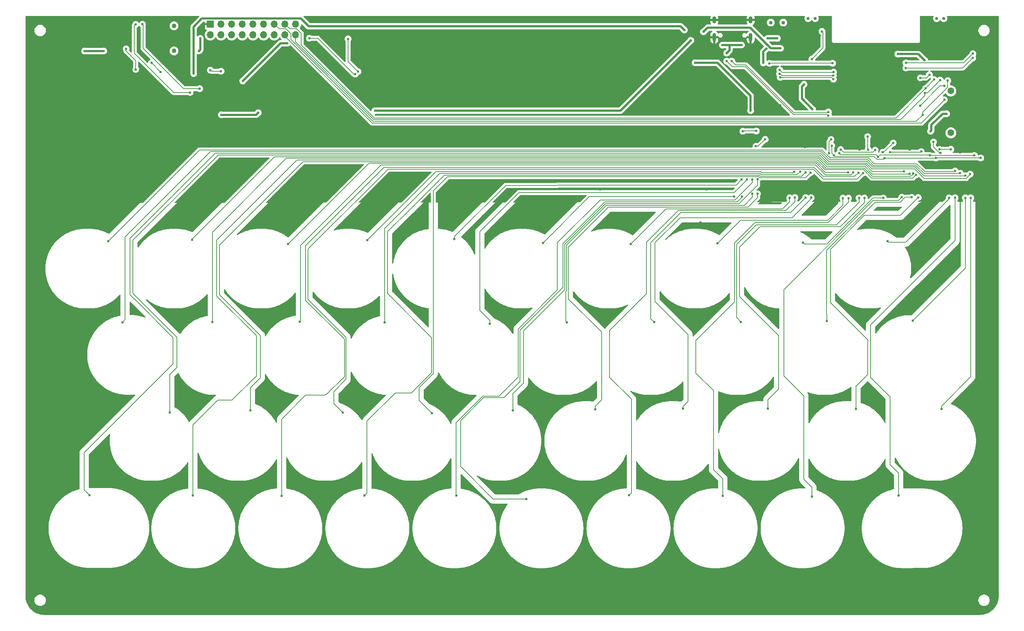
<source format=gbr>
%TF.GenerationSoftware,KiCad,Pcbnew,8.0.3*%
%TF.CreationDate,2024-09-07T19:32:27+01:00*%
%TF.ProjectId,esp32-s3-spectrum,65737033-322d-4733-932d-737065637472,rev?*%
%TF.SameCoordinates,Original*%
%TF.FileFunction,Copper,L4,Bot*%
%TF.FilePolarity,Positive*%
%FSLAX46Y46*%
G04 Gerber Fmt 4.6, Leading zero omitted, Abs format (unit mm)*
G04 Created by KiCad (PCBNEW 8.0.3) date 2024-09-07 19:32:27*
%MOMM*%
%LPD*%
G01*
G04 APERTURE LIST*
%TA.AperFunction,ComponentPad*%
%ADD10C,1.100000*%
%TD*%
%TA.AperFunction,ComponentPad*%
%ADD11O,0.900000X2.000000*%
%TD*%
%TA.AperFunction,ComponentPad*%
%ADD12O,0.900000X1.700000*%
%TD*%
%TA.AperFunction,ComponentPad*%
%ADD13C,0.700000*%
%TD*%
%TA.AperFunction,ComponentPad*%
%ADD14C,0.850000*%
%TD*%
%TA.AperFunction,ComponentPad*%
%ADD15C,1.600000*%
%TD*%
%TA.AperFunction,ComponentPad*%
%ADD16R,1.700000X1.700000*%
%TD*%
%TA.AperFunction,ComponentPad*%
%ADD17O,1.700000X1.700000*%
%TD*%
%TA.AperFunction,ViaPad*%
%ADD18C,0.600000*%
%TD*%
%TA.AperFunction,Conductor*%
%ADD19C,0.200000*%
%TD*%
%TA.AperFunction,Conductor*%
%ADD20C,0.500000*%
%TD*%
G04 APERTURE END LIST*
D10*
%TO.P,CN1,*%
%TO.N,*%
X57900000Y-35372500D03*
X57900000Y-41372500D03*
%TD*%
D11*
%TO.P,J1,S1,SHIELD*%
%TO.N,GND*%
X195355000Y-38140000D03*
%TO.P,J1,S2,SHIELD*%
X186705000Y-38140000D03*
D12*
%TO.P,J1,S3,SHIELD*%
X195355000Y-33970000D03*
%TO.P,J1,S4,SHIELD*%
X186705000Y-33970000D03*
%TD*%
D13*
%TO.P,SW2,*%
%TO.N,*%
X209040000Y-33610000D03*
X210740000Y-33610000D03*
%TD*%
D14*
%TO.P,SW1,*%
%TO.N,*%
X203140000Y-34605000D03*
X200140000Y-34605000D03*
%TD*%
D15*
%TO.P,Card1,*%
%TO.N,*%
X243070000Y-60930000D03*
X243070000Y-50930000D03*
%TD*%
D13*
%TO.P,SW4,*%
%TO.N,*%
X239700000Y-33630000D03*
X241400000Y-33630000D03*
%TD*%
D16*
%TO.P,J2,1,Pin_1*%
%TO.N,GND*%
X66580000Y-34970000D03*
D17*
%TO.P,J2,2,Pin_2*%
%TO.N,BUZZER*%
X66580000Y-37510000D03*
%TO.P,J2,3,Pin_3*%
%TO.N,PWR*%
X69120000Y-34970000D03*
%TO.P,J2,4,Pin_4*%
%TO.N,+3V3*%
X69120000Y-37510000D03*
%TO.P,J2,5,Pin_5*%
%TO.N,TFT_SCLK*%
X71660000Y-34970000D03*
%TO.P,J2,6,Pin_6*%
%TO.N,TFT_RST*%
X71660000Y-37510000D03*
%TO.P,J2,7,Pin_7*%
%TO.N,TFT_CS*%
X74200000Y-34970000D03*
%TO.P,J2,8,Pin_8*%
%TO.N,TFT_DC*%
X74200000Y-37510000D03*
%TO.P,J2,9,Pin_9*%
%TO.N,GPIO7*%
X76740000Y-34970000D03*
%TO.P,J2,10,Pin_10*%
%TO.N,TFT_MOSI*%
X76740000Y-37510000D03*
%TO.P,J2,11,Pin_11*%
%TO.N,GPIO5*%
X79280000Y-34970000D03*
%TO.P,J2,12,Pin_12*%
%TO.N,GPIO6*%
X79280000Y-37510000D03*
%TO.P,J2,13,Pin_13*%
%TO.N,SD_CARD_DAT0*%
X81820000Y-34970000D03*
%TO.P,J2,14,Pin_14*%
%TO.N,GPIO4*%
X81820000Y-37510000D03*
%TO.P,J2,15,Pin_15*%
%TO.N,SD_CARD_CMD*%
X84360000Y-34970000D03*
%TO.P,J2,16,Pin_16*%
%TO.N,SD_CARD_DAT3*%
X84360000Y-37510000D03*
%TO.P,J2,17,Pin_17*%
%TO.N,GND*%
X86900000Y-34970000D03*
%TO.P,J2,18,Pin_18*%
%TO.N,SD_CARD_CLK*%
X86900000Y-37510000D03*
%TD*%
D18*
%TO.N,GND*%
X228346000Y-79248000D03*
X246380000Y-60706000D03*
X246634000Y-51308000D03*
X241046000Y-39116000D03*
X247650000Y-38608000D03*
X252730000Y-34290000D03*
X201676000Y-34290000D03*
X182118000Y-34036000D03*
X166370000Y-33782000D03*
X142240000Y-34036000D03*
X123698000Y-33782000D03*
X105664000Y-34036000D03*
X36576000Y-126746000D03*
X47752000Y-102616000D03*
X40894000Y-81280000D03*
X60706000Y-81026000D03*
X83312000Y-81026000D03*
X102616000Y-81280000D03*
X114554000Y-82550000D03*
X240792000Y-94488000D03*
X239776000Y-86360000D03*
X231394000Y-83312000D03*
X212344000Y-85090000D03*
X183388000Y-82296000D03*
X164846000Y-81280000D03*
X131572000Y-80772000D03*
X144018000Y-80264000D03*
X159512000Y-74422000D03*
X184912000Y-74422000D03*
X226568000Y-64008000D03*
X225298000Y-61214000D03*
X218186000Y-60452000D03*
X205486000Y-62738000D03*
X201930000Y-60198000D03*
X213106000Y-60198000D03*
X202421501Y-54388987D03*
X205740000Y-54610000D03*
X201930000Y-50038000D03*
X199898000Y-46736000D03*
X194310000Y-48006000D03*
X187452000Y-48514000D03*
X218440000Y-147320000D03*
X176276000Y-147066000D03*
X155956000Y-147066000D03*
X135636000Y-146812000D03*
X113792000Y-146812000D03*
X93218000Y-147320000D03*
X72898000Y-147066000D03*
X52324000Y-147066000D03*
X61722000Y-125222000D03*
X81788000Y-125222000D03*
X102362000Y-124968000D03*
X122936000Y-125222000D03*
X145034000Y-125222000D03*
X168656000Y-125476000D03*
X188976000Y-125730000D03*
X210312000Y-125222000D03*
X224536000Y-124460000D03*
X221234000Y-104902000D03*
X201676000Y-105156000D03*
X160528000Y-105410000D03*
X181356000Y-105918000D03*
X137160000Y-104648000D03*
X118110000Y-104902000D03*
X98552000Y-105410000D03*
X78740000Y-105410000D03*
X58420000Y-105664000D03*
X251714000Y-84328000D03*
X251968000Y-113030000D03*
X251968000Y-134366000D03*
X251714000Y-154940000D03*
X244856000Y-171958000D03*
X226568000Y-171450000D03*
X195834000Y-171958000D03*
X162814000Y-171958000D03*
X127762000Y-172720000D03*
X104394000Y-172720000D03*
X83566000Y-173228000D03*
X58928000Y-172974000D03*
X33528000Y-172974000D03*
X25400000Y-152400000D03*
X25400000Y-134874000D03*
X25400000Y-120142000D03*
X25400000Y-103886000D03*
X25400000Y-83312000D03*
X233219623Y-64912877D03*
X221324720Y-64943067D03*
X208348590Y-64377676D03*
X195196333Y-64111922D03*
X200149208Y-75247414D03*
X212819005Y-75152153D03*
X225537681Y-75214299D03*
X238229509Y-75171923D03*
X251069656Y-75171923D03*
X245259914Y-65634706D03*
X247821593Y-62169737D03*
X242087412Y-58694223D03*
X249005170Y-48351870D03*
X253492000Y-47498000D03*
X253492000Y-39624000D03*
X247701670Y-34826584D03*
X243940049Y-33826328D03*
X238012702Y-36810979D03*
X232750752Y-40792925D03*
X235258548Y-40527950D03*
X217799744Y-40531828D03*
X224282000Y-44450000D03*
X219202000Y-44450000D03*
X219202000Y-49784000D03*
X229616000Y-44704000D03*
X229616000Y-50038000D03*
X224028000Y-55372000D03*
X229616000Y-55372000D03*
X219456000Y-55118000D03*
X222902172Y-48985162D03*
X224363404Y-48948324D03*
X224326566Y-47536209D03*
X222889893Y-47536209D03*
X205447424Y-34560316D03*
X212707279Y-34777923D03*
X211854012Y-37807492D03*
X204846471Y-39967407D03*
X208148292Y-39977382D03*
X206482419Y-39992345D03*
X191530669Y-41914618D03*
X186896719Y-40140808D03*
X183869407Y-40461939D03*
X59468840Y-34197549D03*
X56277681Y-35037505D03*
X49530000Y-40894000D03*
X40132000Y-35052000D03*
X40386000Y-36830000D03*
X38354000Y-36830000D03*
X93472000Y-42926000D03*
X98298000Y-48006000D03*
X90170000Y-48768000D03*
X170942000Y-55118000D03*
X188976000Y-54864000D03*
X149860000Y-38608000D03*
X149352000Y-49276000D03*
X121158000Y-48768000D03*
X121158000Y-39370000D03*
X109474000Y-48768000D03*
X138938000Y-48514000D03*
X161036000Y-49022000D03*
X164846000Y-39370000D03*
X134874000Y-39370000D03*
X111506000Y-39370000D03*
X250480000Y-63540000D03*
X190480000Y-63540000D03*
X180480000Y-63540000D03*
X170480000Y-63540000D03*
X160480000Y-63540000D03*
X150480000Y-63540000D03*
X140480000Y-63540000D03*
X130480000Y-73540000D03*
X130480000Y-63540000D03*
X120480000Y-63540000D03*
X110480000Y-73540000D03*
X110480000Y-63540000D03*
X100480000Y-63540000D03*
X90424000Y-72644000D03*
X90480000Y-63540000D03*
X80480000Y-63540000D03*
X80480000Y-53540000D03*
X71120000Y-72898000D03*
X70480000Y-63540000D03*
X60480000Y-63540000D03*
X49276000Y-73660000D03*
X50480000Y-63540000D03*
X50480000Y-53540000D03*
X40480000Y-73540000D03*
X40480000Y-63540000D03*
X40480000Y-53540000D03*
X30226000Y-73406000D03*
X30480000Y-63540000D03*
X30480000Y-53540000D03*
X30480000Y-43540000D03*
%TO.N,BIT0_FDFE*%
X247680000Y-70785000D03*
X56860000Y-127700000D03*
%TO.N,EN*%
X209947000Y-43323000D03*
X212370000Y-36720000D03*
%TO.N,+5V*%
X188630000Y-40000000D03*
X189650000Y-41900000D03*
X193160000Y-39970000D03*
%TO.N,BIT3*%
X214055000Y-65810000D03*
X214530000Y-62510000D03*
%TO.N,BIT4_7FFE*%
X193299265Y-76114265D03*
X141855000Y-148310000D03*
%TO.N,BIT3_FEFE*%
X103310000Y-147490000D03*
X208420000Y-70350000D03*
%TO.N,BIT2_FDFE*%
X222167500Y-70522500D03*
X98140000Y-127670000D03*
%TO.N,BIT2_FBFE*%
X219810000Y-70390000D03*
X87900000Y-106050000D03*
%TO.N,BIT0_BFFE*%
X247830000Y-76435000D03*
X240830000Y-126885000D03*
%TO.N,SD_CARD_DAT3*%
X235817500Y-47812500D03*
X241510000Y-53040000D03*
X237960000Y-47050000D03*
%TO.N,SD_CARD_CMD*%
X239120000Y-48230000D03*
X237062500Y-50327500D03*
%TO.N,SD_CARD_DAT1*%
X235760000Y-54430000D03*
X241570000Y-49720000D03*
%TO.N,SD_CARD_CLK*%
X240550000Y-48350000D03*
X236890000Y-51425000D03*
%TO.N,SD_CARD_DAT0*%
X242340000Y-48450000D03*
X236370000Y-56620000D03*
%TO.N,BIT0*%
X240655000Y-65735000D03*
X238930000Y-63110000D03*
%TO.N,BIT3_FDFE*%
X209650000Y-70450000D03*
X119390000Y-127880000D03*
%TO.N,BIT4_FDFE*%
X197005000Y-72010000D03*
X138680000Y-127185000D03*
%TO.N,BIT1*%
X229330000Y-63360000D03*
X226840000Y-65585000D03*
%TO.N,BIT4*%
X196630000Y-64135000D03*
X198830000Y-62485000D03*
%TO.N,USB_D+*%
X213880000Y-56800000D03*
X189630000Y-43810000D03*
%TO.N,BIT2*%
X223250000Y-61850000D03*
X223355000Y-64985000D03*
%TO.N,USB_D-*%
X213880000Y-55950000D03*
X190840000Y-43810000D03*
%TO.N,BUZZER*%
X193490000Y-60550000D03*
X196680000Y-60500000D03*
%TO.N,BUZZER_SWITCH*%
X46482000Y-40894000D03*
X48768000Y-45800000D03*
%TO.N,BIT4_BFFE*%
X158290000Y-126930000D03*
X197005000Y-75485000D03*
%TO.N,BIT2_DFFE*%
X221200000Y-76500000D03*
X193050000Y-106090000D03*
%TO.N,BIT3_BFFE*%
X179247275Y-126747601D03*
X209790000Y-76390000D03*
%TO.N,BIT0_EFFE*%
X242680000Y-76460000D03*
X228020000Y-86780000D03*
%TO.N,BIT0_F7FE*%
X42230000Y-86760000D03*
X244080000Y-70035000D03*
%TO.N,BIT1_F7FE*%
X231930000Y-70160000D03*
X62241111Y-86471111D03*
%TO.N,BIT2_F7FE*%
X218580000Y-70335000D03*
X85110000Y-87510000D03*
%TO.N,BIT3_F7FE*%
X103980000Y-86510000D03*
X205760000Y-70230000D03*
%TO.N,BIT4_F7FE*%
X124730000Y-86260000D03*
X193198420Y-72085000D03*
%TO.N,BIT4_EFFE*%
X145880000Y-87185000D03*
X191402500Y-76157500D03*
%TO.N,BIT3_EFFE*%
X204650000Y-76450000D03*
X166780000Y-87435000D03*
%TO.N,BIT2_EFFE*%
X187460000Y-87280000D03*
X217340000Y-76530000D03*
%TO.N,BIT1_EFFE*%
X207850000Y-87170000D03*
X226980000Y-76485000D03*
%TO.N,BIT2_BFFE*%
X199480000Y-126750000D03*
X222460000Y-76470000D03*
%TO.N,BIT1_BFFE*%
X235304936Y-76370322D03*
X220480000Y-126810000D03*
%TO.N,BIT2_7FFE*%
X218660000Y-76520000D03*
X188700000Y-147590000D03*
%TO.N,BIT3_7FFE*%
X166340000Y-147450000D03*
X205900000Y-76370000D03*
%TO.N,BIT1_DFFE*%
X233770000Y-76340000D03*
X213500000Y-105850000D03*
%TO.N,BIT0_DFFE*%
X233980000Y-105760000D03*
X246530000Y-76435000D03*
%TO.N,BIT0_FBFE*%
X245305000Y-70560000D03*
X45620000Y-106150000D03*
%TO.N,BIT3_FBFE*%
X108090000Y-106150000D03*
X207150000Y-70170000D03*
%TO.N,BIT1_FDFE*%
X76080000Y-127170000D03*
X234810010Y-70962246D03*
%TO.N,BIT0_FEFE*%
X246555000Y-71160000D03*
X37720000Y-147440000D03*
%TO.N,BIT0_7FFE*%
X230630000Y-147520000D03*
X244080000Y-76410000D03*
%TO.N,BIT1_7FFE*%
X231370000Y-76300000D03*
X209940000Y-147800000D03*
%TO.N,BIT4_FBFE*%
X194473139Y-72085000D03*
X133140000Y-106530000D03*
%TO.N,KEY_B*%
X238055000Y-66335000D03*
X225705000Y-66660000D03*
X216480000Y-65835000D03*
X248681765Y-66333235D03*
%TO.N,KEY_A*%
X225050000Y-65080000D03*
X243070000Y-64840000D03*
X228590000Y-65530000D03*
X240380000Y-64885000D03*
X216810000Y-64920000D03*
X236030000Y-65400000D03*
%TO.N,KEY_C*%
X214690000Y-64010000D03*
X239505000Y-66935000D03*
X215205000Y-66335000D03*
X227205000Y-67010000D03*
X250190000Y-66935000D03*
%TO.N,BIT3_DFFE*%
X208480000Y-76390000D03*
X172340000Y-106090000D03*
%TO.N,BIT1_FBFE*%
X67010000Y-106070000D03*
X233255000Y-70735000D03*
%TO.N,BIT1_FEFE*%
X234080000Y-70635000D03*
X62400000Y-147530000D03*
%TO.N,BIT2_FEFE*%
X221050000Y-70450000D03*
X83560000Y-147610000D03*
%TO.N,BIT4_FEFE*%
X195705000Y-72060000D03*
X125237500Y-147542500D03*
%TO.N,BIT4_DFFE*%
X151580000Y-106170000D03*
X195781029Y-75481029D03*
%TO.N,+3V3*%
X66548000Y-45974000D03*
X238240000Y-60570000D03*
X84940000Y-39543174D03*
X182114780Y-44194780D03*
X230440000Y-42130000D03*
X195350000Y-55620000D03*
X208083397Y-49355019D03*
X54691000Y-46401000D03*
X69120000Y-46228000D03*
X210080000Y-55300000D03*
X74290000Y-48560000D03*
X236830000Y-43640000D03*
X242062000Y-56380000D03*
X52530000Y-44240000D03*
%TO.N,BAT+*%
X181102000Y-38862000D03*
X105800000Y-55660000D03*
X77978000Y-56134000D03*
X69190000Y-56620000D03*
%TO.N,PWR*%
X64140000Y-38390000D03*
X63860000Y-41400000D03*
X199420000Y-38380000D03*
X201700000Y-38380659D03*
%TO.N,Net-(D1-K)*%
X64017499Y-50391911D03*
X50374926Y-35019760D03*
%TO.N,Net-(D3-K)*%
X48768000Y-35052000D03*
X61722000Y-51308000D03*
%TO.N,RX*%
X232350000Y-45450000D03*
X248284265Y-43064265D03*
%TO.N,TX*%
X232380000Y-44240000D03*
X248320000Y-42050000D03*
%TO.N,GPIO4*%
X199840000Y-44370000D03*
X214884000Y-44320000D03*
%TO.N,GPIO5*%
X99390000Y-38500000D03*
X101760000Y-46310000D03*
X202290000Y-45940000D03*
X215122433Y-46446438D03*
%TO.N,GPIO6*%
X101120000Y-46910000D03*
X90170000Y-38354000D03*
X215060000Y-47244000D03*
X202230000Y-46810000D03*
%TO.N,Net-(D6-A)*%
X41148000Y-41402000D03*
X36576000Y-41402000D03*
%TO.N,GPIO7*%
X202400735Y-47700735D03*
X215080000Y-48120000D03*
%TO.N,5V_FILT*%
X62570000Y-36010000D03*
X62570000Y-46793000D03*
X179560025Y-36379975D03*
X199136000Y-40790000D03*
X198390000Y-44250000D03*
%TO.N,Net-(U2-VIN2)*%
X202450000Y-40750000D03*
X184118235Y-36798235D03*
%TD*%
D19*
%TO.N,BIT0_FDFE*%
X48130000Y-99300000D02*
X48130000Y-99180000D01*
X222891273Y-68135000D02*
X224291273Y-69535000D01*
X211842744Y-66210000D02*
X213767744Y-68135000D01*
X234453529Y-69535000D02*
X236753529Y-71835000D01*
X48120000Y-99170000D02*
X48120000Y-86580000D01*
X236753529Y-71835000D02*
X246728529Y-71835000D01*
X58550000Y-116964000D02*
X58550000Y-109720000D01*
X247680000Y-70883529D02*
X247680000Y-70785000D01*
X56860000Y-118654000D02*
X58550000Y-116964000D01*
X68490000Y-66210000D02*
X211842744Y-66210000D01*
X246728529Y-71835000D02*
X247680000Y-70883529D01*
X48130000Y-99180000D02*
X48120000Y-99170000D01*
X224291273Y-69535000D02*
X234453529Y-69535000D01*
X48120000Y-86580000D02*
X68490000Y-66210000D01*
X58550000Y-109720000D02*
X48130000Y-99300000D01*
X213767744Y-68135000D02*
X222891273Y-68135000D01*
X56860000Y-127700000D02*
X56860000Y-118654000D01*
D20*
%TO.N,GND*%
X186890000Y-40080000D02*
X186705000Y-39895000D01*
X186705000Y-39895000D02*
X186705000Y-38140000D01*
D19*
%TO.N,EN*%
X212579265Y-40690735D02*
X212579265Y-36929265D01*
X212579265Y-36929265D02*
X212370000Y-36720000D01*
X209947000Y-43323000D02*
X212579265Y-40690735D01*
D20*
%TO.N,+5V*%
X190320000Y-39970000D02*
X188660000Y-39970000D01*
X190320000Y-41230000D02*
X190320000Y-39970000D01*
X190320000Y-39970000D02*
X193160000Y-39970000D01*
X189650000Y-41900000D02*
X190320000Y-41230000D01*
X188660000Y-39970000D02*
X188630000Y-40000000D01*
D19*
%TO.N,BIT3*%
X214055000Y-62985000D02*
X214530000Y-62510000D01*
X214055000Y-65810000D02*
X214055000Y-62985000D01*
%TO.N,BIT4_7FFE*%
X150600000Y-87400000D02*
X150600000Y-97830000D01*
X126200000Y-140590000D02*
X133920000Y-148310000D01*
X193299265Y-76265735D02*
X192205000Y-77360000D01*
X140380000Y-108050000D02*
X140380000Y-120340000D01*
X140380000Y-120340000D02*
X136560000Y-124160000D01*
X192205000Y-77360000D02*
X160640000Y-77360000D01*
X193299265Y-76114265D02*
X193299265Y-76265735D01*
X160640000Y-77360000D02*
X150600000Y-87400000D01*
X136560000Y-124160000D02*
X131651471Y-124160000D01*
X126200000Y-129611471D02*
X126200000Y-140590000D01*
X150600000Y-97830000D02*
X140380000Y-108050000D01*
X133920000Y-148310000D02*
X141855000Y-148310000D01*
X131651471Y-124160000D02*
X126200000Y-129611471D01*
%TO.N,BIT3_FEFE*%
X103310000Y-147490000D02*
X103860000Y-146940000D01*
X103860000Y-146940000D02*
X103860000Y-129760000D01*
X113915000Y-79405000D02*
X113915000Y-79395000D01*
X113915000Y-79395000D02*
X122300000Y-71010000D01*
X108850000Y-99320000D02*
X108820000Y-99320000D01*
X108820000Y-84500000D02*
X113915000Y-79405000D01*
X197679215Y-71270000D02*
X207500000Y-71270000D01*
X207500000Y-71270000D02*
X208420000Y-70350000D01*
X114470000Y-123070000D02*
X119320000Y-118220000D01*
X122300000Y-71010000D02*
X197419215Y-71010000D01*
X119320000Y-109790000D02*
X108850000Y-99320000D01*
X110620000Y-123000000D02*
X114400000Y-123000000D01*
X197419215Y-71010000D02*
X197679215Y-71270000D01*
X119320000Y-118220000D02*
X119320000Y-109790000D01*
X108820000Y-99320000D02*
X108820000Y-84500000D01*
X103860000Y-129760000D02*
X110620000Y-123000000D01*
X114400000Y-123000000D02*
X114470000Y-123070000D01*
%TO.N,BIT2_FDFE*%
X96012000Y-122682000D02*
X98920000Y-119774000D01*
X98920000Y-119774000D02*
X98920000Y-109750000D01*
X96012000Y-125542000D02*
X96012000Y-122682000D01*
X108920000Y-69570000D02*
X210290000Y-69570000D01*
X220710000Y-71980000D02*
X222167500Y-70522500D01*
X89850000Y-100680000D02*
X89850000Y-88640000D01*
X98920000Y-109750000D02*
X89850000Y-100680000D01*
X212700000Y-71980000D02*
X220710000Y-71980000D01*
X89850000Y-88640000D02*
X108920000Y-69570000D01*
X98140000Y-127670000D02*
X96012000Y-125542000D01*
X210290000Y-69570000D02*
X212700000Y-71980000D01*
%TO.N,BIT2_FBFE*%
X88030000Y-87840000D02*
X107259314Y-68610686D01*
X219265000Y-70935000D02*
X219810000Y-70390000D01*
X87900000Y-106050000D02*
X88030000Y-105920000D01*
X88030000Y-105920000D02*
X88030000Y-87840000D01*
X107259314Y-68610686D02*
X210849315Y-68610686D01*
X210849315Y-68610686D02*
X213173629Y-70935000D01*
X213173629Y-70935000D02*
X219265000Y-70935000D01*
%TO.N,BIT0_BFFE*%
X240830000Y-126885000D02*
X240830000Y-126160000D01*
X247830000Y-119160000D02*
X247830000Y-76435000D01*
X240830000Y-126160000D02*
X247830000Y-119160000D01*
%TO.N,SD_CARD_DAT3*%
X213134414Y-58600000D02*
X213124414Y-58590000D01*
X213124414Y-58590000D02*
X105119999Y-58590000D01*
X84360000Y-37830000D02*
X105119999Y-58590000D01*
X235817500Y-47812500D02*
X237197500Y-47812500D01*
X236030000Y-58600000D02*
X213134414Y-58600000D01*
X237197500Y-47812500D02*
X237960000Y-47050000D01*
X241510000Y-53120000D02*
X241510000Y-53040000D01*
X236030000Y-58600000D02*
X241510000Y-53120000D01*
%TO.N,SD_CARD_CMD*%
X88210000Y-39982943D02*
X105617057Y-57390000D01*
X88210000Y-37193654D02*
X88210000Y-39982943D01*
X229990000Y-57400000D02*
X237062500Y-50327500D01*
X239120000Y-48230000D02*
X237062500Y-50287500D01*
X85510000Y-36120000D02*
X87136346Y-36120000D01*
X213631471Y-57400000D02*
X229990000Y-57400000D01*
X84360000Y-34970000D02*
X85510000Y-36120000D01*
X87136346Y-36120000D02*
X88210000Y-37193654D01*
X105617057Y-57390000D02*
X213621471Y-57390000D01*
X213621471Y-57390000D02*
X213631471Y-57400000D01*
X237062500Y-50287500D02*
X237062500Y-50327500D01*
%TO.N,SD_CARD_DAT1*%
X241570000Y-49720000D02*
X240470000Y-49720000D01*
X240470000Y-49720000D02*
X235760000Y-54430000D01*
%TO.N,SD_CARD_CLK*%
X236890000Y-52030000D02*
X231120000Y-57800000D01*
X213465786Y-57800000D02*
X213455786Y-57790000D01*
X231120000Y-57800000D02*
X213465786Y-57800000D01*
X240550000Y-48350000D02*
X237475000Y-51425000D01*
X105451371Y-57790000D02*
X86900000Y-39238629D01*
X237475000Y-51425000D02*
X236890000Y-51425000D01*
X213455786Y-57790000D02*
X105451371Y-57790000D01*
X86900000Y-39238629D02*
X86900000Y-37510000D01*
X236890000Y-51425000D02*
X236890000Y-52030000D01*
%TO.N,SD_CARD_DAT0*%
X85750000Y-37273654D02*
X85750000Y-38654314D01*
X213290100Y-58190000D02*
X213300100Y-58200000D01*
X82970000Y-36120000D02*
X84596346Y-36120000D01*
X234790000Y-58200000D02*
X236370000Y-56620000D01*
X84596346Y-36120000D02*
X85750000Y-37273654D01*
X81820000Y-34970000D02*
X82970000Y-36120000D01*
X236370000Y-56003654D02*
X236370000Y-56620000D01*
X105285685Y-58190000D02*
X213290100Y-58190000D01*
X213300100Y-58200000D02*
X234790000Y-58200000D01*
X85750000Y-38654314D02*
X105285685Y-58190000D01*
X242340000Y-50033654D02*
X236370000Y-56003654D01*
X242340000Y-48450000D02*
X242340000Y-50033654D01*
%TO.N,BIT0*%
X238930000Y-63110000D02*
X238930000Y-64283529D01*
X238930000Y-64283529D02*
X240381471Y-65735000D01*
X240381471Y-65735000D02*
X240655000Y-65735000D01*
%TO.N,BIT3_FDFE*%
X119720000Y-118385686D02*
X119720000Y-74811471D01*
X197253529Y-71410000D02*
X197513529Y-71670000D01*
X123121471Y-71410000D02*
X197253529Y-71410000D01*
X116332000Y-124822000D02*
X116332000Y-121773686D01*
X119720000Y-74811471D02*
X123121471Y-71410000D01*
X208430000Y-71670000D02*
X209650000Y-70450000D01*
X119390000Y-127880000D02*
X116332000Y-124822000D01*
X197513529Y-71670000D02*
X208430000Y-71670000D01*
X116332000Y-121773686D02*
X119720000Y-118385686D01*
%TO.N,BIT4_FDFE*%
X151040000Y-87525686D02*
X151040000Y-98410000D01*
X141190000Y-108260000D02*
X141190000Y-120684000D01*
X192583529Y-77830000D02*
X160735686Y-77830000D01*
X160735686Y-77830000D02*
X151040000Y-87525686D01*
X141190000Y-120684000D02*
X138680000Y-123194000D01*
X197005000Y-73408529D02*
X192583529Y-77830000D01*
X197005000Y-72010000D02*
X197005000Y-73408529D01*
X151040000Y-98410000D02*
X141190000Y-108260000D01*
X138680000Y-123194000D02*
X138680000Y-127185000D01*
%TO.N,BIT1*%
X226840000Y-65585000D02*
X227105000Y-65585000D01*
X227105000Y-65585000D02*
X229330000Y-63360000D01*
%TO.N,BIT4*%
X197130000Y-64135000D02*
X196630000Y-64135000D01*
X198780000Y-62485000D02*
X197130000Y-64135000D01*
X198830000Y-62485000D02*
X198780000Y-62485000D01*
%TO.N,USB_D+*%
X205550001Y-56600001D02*
X213680001Y-56600001D01*
X213680001Y-56600001D02*
X213880000Y-56800000D01*
X189630000Y-43810000D02*
X190970000Y-45150000D01*
X190970000Y-45150000D02*
X194100000Y-45150000D01*
X194100000Y-45150000D02*
X205550001Y-56600001D01*
%TO.N,BIT2*%
X223250000Y-64880000D02*
X223355000Y-64985000D01*
X223250000Y-61850000D02*
X223250000Y-64880000D01*
%TO.N,USB_D-*%
X191750000Y-44720000D02*
X194235686Y-44720000D01*
X205665685Y-56149999D02*
X213680001Y-56149999D01*
X190840000Y-43810000D02*
X191750000Y-44720000D01*
X194235686Y-44720000D02*
X205665685Y-56149999D01*
X213680001Y-56149999D02*
X213880000Y-55950000D01*
%TO.N,BUZZER*%
X193540000Y-60500000D02*
X193490000Y-60550000D01*
X196680000Y-60500000D02*
X193540000Y-60500000D01*
%TO.N,BUZZER_SWITCH*%
X48768000Y-43688000D02*
X46482000Y-41402000D01*
X46482000Y-41402000D02*
X46482000Y-40894000D01*
X48768000Y-45800000D02*
X48768000Y-43688000D01*
%TO.N,BIT4_BFFE*%
X158290000Y-126930000D02*
X158290000Y-126140000D01*
X159810000Y-124620000D02*
X159810000Y-108491471D01*
X151880000Y-88200000D02*
X161450000Y-78630000D01*
X151880000Y-100561471D02*
X151880000Y-88200000D01*
X159810000Y-108491471D02*
X151880000Y-100561471D01*
X197005000Y-76385000D02*
X197005000Y-75485000D01*
X161450000Y-78630000D02*
X194760000Y-78630000D01*
X194760000Y-78630000D02*
X197005000Y-76385000D01*
X158290000Y-126140000D02*
X159810000Y-124620000D01*
%TO.N,BIT2_DFFE*%
X221200000Y-77515000D02*
X221200000Y-76500000D01*
X196650000Y-82930000D02*
X215785000Y-82930000D01*
X191980000Y-105020000D02*
X191980000Y-87600000D01*
X191980000Y-87600000D02*
X196650000Y-82930000D01*
X215785000Y-82930000D02*
X221200000Y-77515000D01*
X193050000Y-106090000D02*
X191980000Y-105020000D01*
%TO.N,BIT3_BFFE*%
X178540000Y-81170000D02*
X172580000Y-87130000D01*
X209790000Y-76610000D02*
X205230000Y-81170000D01*
X172580000Y-87130000D02*
X172580000Y-101200000D01*
X172580000Y-101200000D02*
X180410000Y-109030000D01*
X205230000Y-81170000D02*
X178540000Y-81170000D01*
X209790000Y-76390000D02*
X209790000Y-76610000D01*
X179230000Y-126730326D02*
X179247275Y-126747601D01*
X179230000Y-126260000D02*
X179230000Y-126730326D01*
X180410000Y-125080000D02*
X179230000Y-126260000D01*
X180410000Y-109030000D02*
X180410000Y-125080000D01*
%TO.N,BIT0_EFFE*%
X228020000Y-86780000D02*
X228260000Y-87020000D01*
X242680000Y-76690000D02*
X242680000Y-76460000D01*
X232350000Y-87020000D02*
X242680000Y-76690000D01*
X228260000Y-87020000D02*
X232350000Y-87020000D01*
%TO.N,BIT0_F7FE*%
X63980000Y-65010000D02*
X212339802Y-65010000D01*
X236850586Y-70235000D02*
X243880000Y-70235000D01*
X224788331Y-68335000D02*
X234950586Y-68335000D01*
X212339802Y-65010000D02*
X214264802Y-66935000D01*
X243880000Y-70235000D02*
X244080000Y-70035000D01*
X214264802Y-66935000D02*
X223388331Y-66935000D01*
X42230000Y-86760000D02*
X63980000Y-65010000D01*
X234950586Y-68335000D02*
X236850586Y-70235000D01*
X223388331Y-66935000D02*
X224788331Y-68335000D01*
%TO.N,BIT1_F7FE*%
X62241111Y-86471111D02*
X62241111Y-86248889D01*
X211677058Y-66610000D02*
X213602058Y-68535000D01*
X231880000Y-70210000D02*
X231930000Y-70160000D01*
X222725587Y-68535000D02*
X224400587Y-70210000D01*
X62241111Y-86248889D02*
X81880000Y-66610000D01*
X81880000Y-66610000D02*
X211677058Y-66610000D01*
X224400587Y-70210000D02*
X231880000Y-70210000D01*
X213602058Y-68535000D02*
X222725587Y-68535000D01*
%TO.N,BIT2_F7FE*%
X213139314Y-70335000D02*
X218580000Y-70335000D01*
X211014314Y-68210000D02*
X213139314Y-70335000D01*
X85110000Y-87510000D02*
X104410000Y-68210000D01*
X104410000Y-68210000D02*
X211014314Y-68210000D01*
%TO.N,BIT3_F7FE*%
X197750587Y-70210000D02*
X120280000Y-70210000D01*
X120280000Y-70210000D02*
X103980000Y-86510000D01*
X198010587Y-70470000D02*
X197750587Y-70210000D01*
X205520000Y-70470000D02*
X198010587Y-70470000D01*
X205760000Y-70230000D02*
X205520000Y-70470000D01*
%TO.N,BIT4_F7FE*%
X149330785Y-73390000D02*
X149230785Y-73490000D01*
X124730000Y-85711471D02*
X124730000Y-86260000D01*
X136951471Y-73490000D02*
X124730000Y-85711471D01*
X149230785Y-73490000D02*
X136951471Y-73490000D01*
X191893420Y-73390000D02*
X149330785Y-73390000D01*
X193198420Y-72085000D02*
X191893420Y-73390000D01*
%TO.N,BIT4_EFFE*%
X191402500Y-76157500D02*
X156907500Y-76157500D01*
X156907500Y-76157500D02*
X145880000Y-87185000D01*
%TO.N,BIT3_EFFE*%
X175145000Y-79070000D02*
X166780000Y-87435000D01*
X204650000Y-76450000D02*
X204650000Y-77390000D01*
X202970000Y-79070000D02*
X175145000Y-79070000D01*
X204650000Y-77390000D02*
X202970000Y-79070000D01*
%TO.N,BIT2_EFFE*%
X187485000Y-87280000D02*
X192985000Y-81780000D01*
X187460000Y-87280000D02*
X187485000Y-87280000D01*
X192985000Y-81780000D02*
X213735000Y-81780000D01*
X213735000Y-81780000D02*
X217340000Y-78175000D01*
X217340000Y-78175000D02*
X217340000Y-76530000D01*
%TO.N,BIT1_EFFE*%
X213530000Y-87510000D02*
X224555000Y-76485000D01*
X224555000Y-76485000D02*
X226980000Y-76485000D01*
X208190000Y-87510000D02*
X213530000Y-87510000D01*
X207850000Y-87170000D02*
X208190000Y-87510000D01*
%TO.N,BIT2_BFFE*%
X197570000Y-83330000D02*
X216735000Y-83330000D01*
X199480000Y-126750000D02*
X199480000Y-124620000D01*
X192680000Y-88220000D02*
X197570000Y-83330000D01*
X202020000Y-109310000D02*
X192680000Y-99970000D01*
X192680000Y-99970000D02*
X192680000Y-88220000D01*
X199480000Y-124620000D02*
X202020000Y-122080000D01*
X216735000Y-83330000D02*
X222460000Y-77605000D01*
X202020000Y-122080000D02*
X202020000Y-109310000D01*
X222460000Y-77605000D02*
X222460000Y-76470000D01*
%TO.N,BIT1_BFFE*%
X223245000Y-110325000D02*
X223245000Y-118639000D01*
X222417843Y-80647843D02*
X214350000Y-88715686D01*
X231027415Y-80647843D02*
X222417843Y-80647843D01*
X223245000Y-118639000D02*
X220480000Y-121404000D01*
X214350000Y-88715686D02*
X214350000Y-101430000D01*
X214350000Y-101430000D02*
X223245000Y-110325000D01*
X235304936Y-76370322D02*
X231027415Y-80647843D01*
X220480000Y-121404000D02*
X220480000Y-126810000D01*
%TO.N,BIT2_7FFE*%
X186480000Y-122472000D02*
X182310000Y-118302000D01*
X186480000Y-141290000D02*
X186480000Y-122472000D01*
X218660000Y-77480000D02*
X218660000Y-76520000D01*
X191530000Y-87190000D02*
X196410000Y-82310000D01*
X213830000Y-82310000D02*
X218660000Y-77480000D01*
X188700000Y-143510000D02*
X186480000Y-141290000D01*
X196410000Y-82310000D02*
X213830000Y-82310000D01*
X182310000Y-118302000D02*
X182310000Y-110475100D01*
X188700000Y-147590000D02*
X188700000Y-143510000D01*
X182310000Y-110475100D02*
X191530000Y-101255100D01*
X191530000Y-101255100D02*
X191530000Y-87190000D01*
%TO.N,BIT3_7FFE*%
X166920000Y-146870000D02*
X166920000Y-124502000D01*
X166340000Y-147450000D02*
X166920000Y-146870000D01*
X203795000Y-79470000D02*
X205900000Y-77365000D01*
X205900000Y-77365000D02*
X205900000Y-76370000D01*
X166920000Y-124502000D02*
X161700000Y-119282000D01*
X178090000Y-79470000D02*
X203795000Y-79470000D01*
X161700000Y-119282000D02*
X161700000Y-108150000D01*
X170530000Y-87030000D02*
X178090000Y-79470000D01*
X170530000Y-99320000D02*
X170530000Y-87030000D01*
X161700000Y-108150000D02*
X170530000Y-99320000D01*
%TO.N,BIT1_DFFE*%
X213470000Y-89030000D02*
X225015000Y-77485000D01*
X232178529Y-76340000D02*
X233770000Y-76340000D01*
X213500000Y-105850000D02*
X213500000Y-104180000D01*
X231033529Y-77485000D02*
X232178529Y-76340000D01*
X213500000Y-104180000D02*
X213470000Y-104150000D01*
X225015000Y-77485000D02*
X231033529Y-77485000D01*
X213470000Y-104150000D02*
X213470000Y-89030000D01*
%TO.N,BIT0_DFFE*%
X233980000Y-105760000D02*
X246530000Y-93210000D01*
X246530000Y-93210000D02*
X246530000Y-76435000D01*
%TO.N,BIT0_FBFE*%
X46240000Y-85760000D02*
X66590000Y-65410000D01*
X212174116Y-65410000D02*
X214099116Y-67335000D01*
X234784901Y-68735000D02*
X236684901Y-70635000D01*
X223222645Y-67335000D02*
X224622645Y-68735000D01*
X66590000Y-65410000D02*
X212174116Y-65410000D01*
X236684901Y-70635000D02*
X245230000Y-70635000D01*
X46240000Y-105530000D02*
X46240000Y-85760000D01*
X224622645Y-68735000D02*
X234784901Y-68735000D01*
X214099116Y-67335000D02*
X223222645Y-67335000D01*
X45620000Y-106150000D02*
X46240000Y-105530000D01*
X245230000Y-70635000D02*
X245305000Y-70560000D01*
%TO.N,BIT3_FBFE*%
X197844901Y-70870000D02*
X206450000Y-70870000D01*
X108090000Y-83780000D02*
X121260000Y-70610000D01*
X108090000Y-106150000D02*
X108090000Y-83780000D01*
X197584901Y-70610000D02*
X197844901Y-70870000D01*
X206450000Y-70870000D02*
X207150000Y-70170000D01*
X121260000Y-70610000D02*
X197584901Y-70610000D01*
%TO.N,BIT1_FDFE*%
X78480000Y-109310000D02*
X68740000Y-99570000D01*
X234037256Y-71735000D02*
X234810010Y-70962246D01*
X211180000Y-67810000D02*
X213105000Y-69735000D01*
X88680000Y-67810000D02*
X211180000Y-67810000D01*
X76080000Y-121786000D02*
X78480000Y-119386000D01*
X213105000Y-69735000D02*
X222228529Y-69735000D01*
X68740000Y-87750000D02*
X88680000Y-67810000D01*
X76080000Y-127170000D02*
X76080000Y-121786000D01*
X68740000Y-99570000D02*
X68740000Y-87750000D01*
X78480000Y-119386000D02*
X78480000Y-109310000D01*
X224228529Y-71735000D02*
X234037256Y-71735000D01*
X222228529Y-69735000D02*
X224228529Y-71735000D01*
%TO.N,BIT0_FEFE*%
X246480000Y-71235000D02*
X246555000Y-71160000D01*
X57650000Y-116120000D02*
X57650000Y-109810000D01*
X36470000Y-146190000D02*
X36470000Y-137300000D01*
X213933430Y-67735000D02*
X223056959Y-67735000D01*
X47420000Y-86140000D02*
X67750000Y-65810000D01*
X236719215Y-71235000D02*
X246480000Y-71235000D01*
X47420000Y-99610000D02*
X47420000Y-86140000D01*
X224456959Y-69135000D02*
X234619215Y-69135000D01*
X67750000Y-65810000D02*
X212008430Y-65810000D01*
X48310000Y-100470000D02*
X48280000Y-100470000D01*
X37720000Y-147440000D02*
X36470000Y-146190000D01*
X48280000Y-100470000D02*
X47420000Y-99610000D01*
X36470000Y-137300000D02*
X57650000Y-116120000D01*
X234619215Y-69135000D02*
X236719215Y-71235000D01*
X223056959Y-67735000D02*
X224456959Y-69135000D01*
X57650000Y-109810000D02*
X48310000Y-100470000D01*
X212008430Y-65810000D02*
X213933430Y-67735000D01*
%TO.N,BIT0_7FFE*%
X244080000Y-86650000D02*
X244080000Y-76410000D01*
X230630000Y-142160000D02*
X228630000Y-140160000D01*
X228630000Y-140160000D02*
X228630000Y-123982000D01*
X223940000Y-106790000D02*
X244080000Y-86650000D01*
X230630000Y-147520000D02*
X230630000Y-142160000D01*
X228630000Y-123982000D02*
X223940000Y-119292000D01*
X223940000Y-119292000D02*
X223940000Y-106790000D01*
%TO.N,BIT1_7FFE*%
X208026000Y-143646000D02*
X208026000Y-123698000D01*
X209940000Y-147800000D02*
X209940000Y-145560000D01*
X224565000Y-77085000D02*
X230585000Y-77085000D01*
X230585000Y-77085000D02*
X231370000Y-76300000D01*
X203270000Y-118942000D02*
X203270000Y-98380000D01*
X208026000Y-123698000D02*
X203270000Y-118942000D01*
X209940000Y-145560000D02*
X208026000Y-143646000D01*
X203270000Y-98380000D02*
X224565000Y-77085000D01*
%TO.N,BIT4_FBFE*%
X133140000Y-105695000D02*
X130760000Y-103315000D01*
X130760000Y-84550000D02*
X140110000Y-75200000D01*
X133140000Y-106530000D02*
X133140000Y-105695000D01*
X191390000Y-75200000D02*
X194473139Y-72116861D01*
X140110000Y-75200000D02*
X191390000Y-75200000D01*
X130760000Y-103315000D02*
X130760000Y-84550000D01*
X194473139Y-72116861D02*
X194473139Y-72085000D01*
%TO.N,KEY_B*%
X216480000Y-65835000D02*
X216780000Y-66135000D01*
X248680000Y-66335000D02*
X238055000Y-66335000D01*
X216780000Y-66135000D02*
X225180000Y-66135000D01*
X237905000Y-66185000D02*
X226180000Y-66185000D01*
X225180000Y-66135000D02*
X225705000Y-66660000D01*
X238055000Y-66335000D02*
X237905000Y-66185000D01*
X226180000Y-66185000D02*
X225705000Y-66660000D01*
X248681765Y-66333235D02*
X248680000Y-66335000D01*
%TO.N,KEY_A*%
X235900000Y-65530000D02*
X236030000Y-65400000D01*
X216810000Y-64920000D02*
X217475000Y-65585000D01*
X224545000Y-65585000D02*
X225050000Y-65080000D01*
X243070000Y-64840000D02*
X243025000Y-64885000D01*
X228590000Y-65530000D02*
X235900000Y-65530000D01*
X243025000Y-64885000D02*
X240380000Y-64885000D01*
X217475000Y-65585000D02*
X224545000Y-65585000D01*
%TO.N,KEY_C*%
X215405000Y-66535000D02*
X224731471Y-66535000D01*
X214690000Y-65820000D02*
X215205000Y-66335000D01*
X224731471Y-66535000D02*
X225456471Y-67260000D01*
X214690000Y-64010000D02*
X214690000Y-65820000D01*
X215205000Y-66335000D02*
X215405000Y-66535000D01*
X227205000Y-67010000D02*
X239430000Y-67010000D01*
X225456471Y-67260000D02*
X226955000Y-67260000D01*
X226955000Y-67260000D02*
X227205000Y-67010000D01*
X250190000Y-66935000D02*
X239505000Y-66935000D01*
X239430000Y-67010000D02*
X239505000Y-66935000D01*
%TO.N,BIT3_DFFE*%
X172340000Y-106090000D02*
X171550000Y-105300000D01*
X206190000Y-78680000D02*
X208480000Y-76390000D01*
X171550000Y-105300000D02*
X171550000Y-87140000D01*
X178730000Y-79960000D02*
X204870000Y-79960000D01*
X206150000Y-78680000D02*
X206190000Y-78680000D01*
X204870000Y-79960000D02*
X206150000Y-78680000D01*
X171550000Y-87140000D02*
X178730000Y-79960000D01*
%TO.N,BIT1_FBFE*%
X67030000Y-106050000D02*
X67030000Y-84660000D01*
X84680000Y-67010000D02*
X211511372Y-67010000D01*
X67030000Y-84660000D02*
X84680000Y-67010000D01*
X213436372Y-68935000D02*
X222559901Y-68935000D01*
X233230000Y-70760000D02*
X233255000Y-70735000D01*
X224384901Y-70760000D02*
X233230000Y-70760000D01*
X222559901Y-68935000D02*
X224384901Y-70760000D01*
X67010000Y-106070000D02*
X67030000Y-106050000D01*
X211511372Y-67010000D02*
X213436372Y-68935000D01*
%TO.N,BIT1_FEFE*%
X68060000Y-86570000D02*
X87220000Y-67410000D01*
X211345686Y-67410000D02*
X213270686Y-69335000D01*
X68290000Y-124750000D02*
X71710000Y-124750000D01*
X233503529Y-71335000D02*
X234080000Y-70758529D01*
X77530000Y-109360000D02*
X68060000Y-99890000D01*
X213270686Y-69335000D02*
X222394215Y-69335000D01*
X222394215Y-69335000D02*
X224394215Y-71335000D01*
X87220000Y-67410000D02*
X211345686Y-67410000D01*
X62400000Y-130640000D02*
X68290000Y-124750000D01*
X71710000Y-124750000D02*
X77530000Y-118930000D01*
X68060000Y-99890000D02*
X68060000Y-86570000D01*
X234080000Y-70758529D02*
X234080000Y-70635000D01*
X77530000Y-118930000D02*
X77530000Y-109360000D01*
X62400000Y-147530000D02*
X62400000Y-130640000D01*
X224394215Y-71335000D02*
X233503529Y-71335000D01*
%TO.N,BIT2_FEFE*%
X89250000Y-100930000D02*
X89250000Y-87880000D01*
X107960000Y-69170000D02*
X210455686Y-69170000D01*
X220165000Y-71335000D02*
X221050000Y-70450000D01*
X89250000Y-87880000D02*
X107960000Y-69170000D01*
X93860000Y-123490000D02*
X94160000Y-123490000D01*
X93780000Y-123570000D02*
X93860000Y-123490000D01*
X83560000Y-147610000D02*
X83530000Y-147580000D01*
X83530000Y-129308529D02*
X89260000Y-123578529D01*
X94160000Y-123490000D02*
X98520000Y-119130000D01*
X98520000Y-119130000D02*
X98520000Y-110200000D01*
X212620686Y-71335000D02*
X220165000Y-71335000D01*
X83530000Y-147580000D02*
X83530000Y-129308529D01*
X98520000Y-110200000D02*
X89250000Y-100930000D01*
X210455686Y-69170000D02*
X212620686Y-71335000D01*
X89260000Y-123578529D02*
X89260000Y-123570000D01*
X89260000Y-123570000D02*
X93780000Y-123570000D01*
%TO.N,BIT4_FEFE*%
X149280000Y-87150000D02*
X149280000Y-98419999D01*
X125237500Y-147542500D02*
X125105000Y-147410000D01*
X139910000Y-107790000D02*
X149280000Y-98419999D01*
X131485785Y-123760000D02*
X135340000Y-123760000D01*
X195705000Y-72060000D02*
X195705000Y-72860000D01*
X159470000Y-76960000D02*
X149280000Y-87150000D01*
X135340000Y-123760000D02*
X139910000Y-119190000D01*
X191605000Y-76960000D02*
X159470000Y-76960000D01*
X139910000Y-119190000D02*
X139910000Y-107790000D01*
X195705000Y-72860000D02*
X191605000Y-76960000D01*
X125105000Y-130140785D02*
X131485785Y-123760000D01*
X125105000Y-147410000D02*
X125105000Y-130140785D01*
%TO.N,BIT4_DFFE*%
X193860000Y-78230000D02*
X195781029Y-76308971D01*
X151440000Y-98575685D02*
X151440000Y-87770000D01*
X195781029Y-76308971D02*
X195781029Y-75481029D01*
X151280000Y-98735685D02*
X151440000Y-98575685D01*
X151580000Y-106170000D02*
X151280000Y-105870000D01*
X151440000Y-87770000D02*
X160980000Y-78230000D01*
X160980000Y-78230000D02*
X193860000Y-78230000D01*
X151280000Y-105870000D02*
X151280000Y-98735685D01*
D20*
%TO.N,+3V3*%
X195350000Y-52080000D02*
X187460000Y-44190000D01*
X238440000Y-59040000D02*
X238440000Y-60370000D01*
X242062000Y-56380000D02*
X241100000Y-56380000D01*
D19*
X66548000Y-45974000D02*
X66802000Y-46228000D01*
D20*
X187460000Y-44190000D02*
X182119560Y-44190000D01*
X230440000Y-42130000D02*
X235320000Y-42130000D01*
X195350000Y-55620000D02*
X195350000Y-52080000D01*
X208083397Y-49355019D02*
X207557500Y-49880916D01*
X83306826Y-39543174D02*
X84940000Y-39543174D01*
D19*
X54691000Y-46401000D02*
X52530000Y-44240000D01*
D20*
X207557500Y-49880916D02*
X207557500Y-52777500D01*
X74290000Y-48560000D02*
X83306826Y-39543174D01*
X238440000Y-60370000D02*
X238240000Y-60570000D01*
X182119560Y-44190000D02*
X182114780Y-44194780D01*
X207557500Y-52777500D02*
X210080000Y-55300000D01*
D19*
X66802000Y-46228000D02*
X69120000Y-46228000D01*
D20*
X235320000Y-42130000D02*
X236830000Y-43640000D01*
X241100000Y-56380000D02*
X238440000Y-59040000D01*
%TO.N,BAT+*%
X77978000Y-56134000D02*
X77492000Y-56620000D01*
X105800000Y-55660000D02*
X164304000Y-55660000D01*
X77492000Y-56620000D02*
X69190000Y-56620000D01*
X164304000Y-55660000D02*
X181102000Y-38862000D01*
%TO.N,PWR*%
X201699341Y-38380000D02*
X199420000Y-38380000D01*
X201700000Y-38380659D02*
X201699341Y-38380000D01*
X64140000Y-38390000D02*
X64140000Y-41120000D01*
X64140000Y-41120000D02*
X63860000Y-41400000D01*
D19*
%TO.N,Net-(D1-K)*%
X60161911Y-50391911D02*
X64017499Y-50391911D01*
X50505627Y-40735627D02*
X60161911Y-50391911D01*
X50374926Y-35019760D02*
X50505627Y-35150461D01*
X50505627Y-35150461D02*
X50505627Y-40735627D01*
%TO.N,Net-(D3-K)*%
X48422000Y-41952000D02*
X48422000Y-35398000D01*
X48422000Y-35398000D02*
X48768000Y-35052000D01*
X61722000Y-51308000D02*
X57778000Y-51308000D01*
X57778000Y-51308000D02*
X48422000Y-41952000D01*
%TO.N,RX*%
X248284265Y-43064265D02*
X245898530Y-45450000D01*
X245898530Y-45450000D02*
X232350000Y-45450000D01*
%TO.N,TX*%
X248320000Y-42050000D02*
X246130000Y-44240000D01*
X246130000Y-44240000D02*
X232380000Y-44240000D01*
%TO.N,GPIO4*%
X199890000Y-44320000D02*
X199840000Y-44370000D01*
X214884000Y-44320000D02*
X199890000Y-44320000D01*
%TO.N,GPIO5*%
X215086871Y-46482000D02*
X202832000Y-46482000D01*
X215122433Y-46446438D02*
X215086871Y-46482000D01*
X202832000Y-46482000D02*
X202290000Y-45940000D01*
X99390000Y-43940000D02*
X101760000Y-46310000D01*
X99390000Y-38500000D02*
X99390000Y-43940000D01*
%TO.N,GPIO6*%
X202358529Y-46810000D02*
X202230000Y-46810000D01*
X100715407Y-46910000D02*
X101120000Y-46910000D01*
X92159407Y-38354000D02*
X100715407Y-46910000D01*
X202792529Y-47244000D02*
X202358529Y-46810000D01*
X215060000Y-47244000D02*
X202792529Y-47244000D01*
X90170000Y-38354000D02*
X92159407Y-38354000D01*
D20*
%TO.N,Net-(D6-A)*%
X36576000Y-41402000D02*
X41148000Y-41402000D01*
D19*
%TO.N,GPIO7*%
X202441470Y-47660000D02*
X202400735Y-47700735D01*
X215080000Y-48120000D02*
X214620000Y-47660000D01*
X214620000Y-47660000D02*
X202441470Y-47660000D01*
D20*
%TO.N,5V_FILT*%
X89990000Y-35500000D02*
X88160000Y-33670000D01*
X178680050Y-35500000D02*
X89990000Y-35500000D01*
X88160000Y-33670000D02*
X64530000Y-33670000D01*
X62570000Y-35630000D02*
X62570000Y-36010000D01*
X62570000Y-46793000D02*
X62570000Y-36010000D01*
X179560025Y-36379975D02*
X178680050Y-35500000D01*
X199136000Y-40790000D02*
X198390000Y-41536000D01*
X64530000Y-33670000D02*
X62570000Y-35630000D01*
X198390000Y-41536000D02*
X198390000Y-44250000D01*
%TO.N,Net-(U2-VIN2)*%
X200130000Y-40710000D02*
X202410000Y-40710000D01*
X185102470Y-35814000D02*
X195234000Y-35814000D01*
X202410000Y-40710000D02*
X202450000Y-40750000D01*
X195234000Y-35814000D02*
X200130000Y-40710000D01*
X184118235Y-36798235D02*
X185102470Y-35814000D01*
%TD*%
%TA.AperFunction,Conductor*%
%TO.N,GND*%
G36*
X49661833Y-35400316D02*
G01*
X49686584Y-35428880D01*
X49745108Y-35522020D01*
X49868808Y-35645720D01*
X49902293Y-35707043D01*
X49905127Y-35733401D01*
X49905127Y-40648957D01*
X49905126Y-40648975D01*
X49905126Y-40814681D01*
X49905125Y-40814681D01*
X49935537Y-40928177D01*
X49946050Y-40967412D01*
X49970011Y-41008913D01*
X50003020Y-41066087D01*
X50025106Y-41104341D01*
X50025108Y-41104344D01*
X50143976Y-41223212D01*
X50143982Y-41223217D01*
X52229462Y-43308697D01*
X52262947Y-43370020D01*
X52257963Y-43439712D01*
X52216091Y-43495645D01*
X52182746Y-43513416D01*
X52180481Y-43514208D01*
X52027737Y-43610184D01*
X51900184Y-43737737D01*
X51804211Y-43890476D01*
X51744631Y-44060745D01*
X51744630Y-44060749D01*
X51736535Y-44132602D01*
X51709468Y-44197016D01*
X51651873Y-44236571D01*
X51582037Y-44238708D01*
X51525634Y-44206399D01*
X49058819Y-41739584D01*
X49025334Y-41678261D01*
X49022500Y-41651903D01*
X49022500Y-35899021D01*
X49042185Y-35831982D01*
X49094989Y-35786227D01*
X49105540Y-35781981D01*
X49117522Y-35777789D01*
X49270262Y-35681816D01*
X49397816Y-35554262D01*
X49476599Y-35428878D01*
X49528931Y-35382590D01*
X49597985Y-35371941D01*
X49661833Y-35400316D01*
G37*
%TD.AperFunction*%
%TA.AperFunction,Conductor*%
G36*
X63895809Y-33030185D02*
G01*
X63941564Y-33082989D01*
X63951508Y-33152147D01*
X63922483Y-33215703D01*
X63916451Y-33222181D01*
X61987052Y-35151578D01*
X61987051Y-35151579D01*
X61977037Y-35166567D01*
X61938570Y-35224139D01*
X61938241Y-35224631D01*
X61938240Y-35224632D01*
X61904919Y-35274499D01*
X61904912Y-35274511D01*
X61848343Y-35411082D01*
X61848340Y-35411092D01*
X61819500Y-35556079D01*
X61819500Y-35710028D01*
X61812542Y-35750982D01*
X61784631Y-35830747D01*
X61764435Y-36009996D01*
X61764435Y-36010003D01*
X61784630Y-36189249D01*
X61784631Y-36189254D01*
X61812542Y-36269017D01*
X61819500Y-36309972D01*
X61819500Y-46493028D01*
X61812542Y-46533982D01*
X61784631Y-46613747D01*
X61764435Y-46792996D01*
X61764435Y-46793003D01*
X61784630Y-46972249D01*
X61784631Y-46972254D01*
X61844211Y-47142523D01*
X61929787Y-47278716D01*
X61940184Y-47295262D01*
X62067738Y-47422816D01*
X62220478Y-47518789D01*
X62351484Y-47564630D01*
X62390745Y-47578368D01*
X62390750Y-47578369D01*
X62569996Y-47598565D01*
X62570000Y-47598565D01*
X62570004Y-47598565D01*
X62749249Y-47578369D01*
X62749252Y-47578368D01*
X62749255Y-47578368D01*
X62919522Y-47518789D01*
X63072262Y-47422816D01*
X63199816Y-47295262D01*
X63295789Y-47142522D01*
X63355368Y-46972255D01*
X63363142Y-46903262D01*
X63375565Y-46793003D01*
X63375565Y-46792996D01*
X63357283Y-46630745D01*
X63355368Y-46613745D01*
X63327458Y-46533982D01*
X63320500Y-46493028D01*
X63320500Y-45973996D01*
X65742435Y-45973996D01*
X65742435Y-45974003D01*
X65762630Y-46153249D01*
X65762631Y-46153254D01*
X65822211Y-46323523D01*
X65918184Y-46476262D01*
X66045738Y-46603816D01*
X66088603Y-46630750D01*
X66185271Y-46691491D01*
X66198478Y-46699789D01*
X66285565Y-46730262D01*
X66368745Y-46759368D01*
X66368750Y-46759369D01*
X66462240Y-46769902D01*
X66534550Y-46778049D01*
X66568123Y-46786710D01*
X66570212Y-46787575D01*
X66570215Y-46787577D01*
X66722942Y-46828500D01*
X66722943Y-46828500D01*
X68537588Y-46828500D01*
X68604627Y-46848185D01*
X68614903Y-46855555D01*
X68617736Y-46857814D01*
X68617738Y-46857816D01*
X68690065Y-46903262D01*
X68748238Y-46939815D01*
X68770478Y-46953789D01*
X68823251Y-46972255D01*
X68940745Y-47013368D01*
X68940750Y-47013369D01*
X69119996Y-47033565D01*
X69120000Y-47033565D01*
X69120004Y-47033565D01*
X69299249Y-47013369D01*
X69299252Y-47013368D01*
X69299255Y-47013368D01*
X69469522Y-46953789D01*
X69622262Y-46857816D01*
X69749816Y-46730262D01*
X69845789Y-46577522D01*
X69905368Y-46407255D01*
X69907475Y-46388554D01*
X69925565Y-46228003D01*
X69925565Y-46227996D01*
X69905369Y-46048750D01*
X69905368Y-46048745D01*
X69845789Y-45878478D01*
X69749816Y-45725738D01*
X69622262Y-45598184D01*
X69576567Y-45569472D01*
X69469523Y-45502211D01*
X69299254Y-45442631D01*
X69299249Y-45442630D01*
X69120004Y-45422435D01*
X69119996Y-45422435D01*
X68940750Y-45442630D01*
X68940745Y-45442631D01*
X68770476Y-45502211D01*
X68617736Y-45598185D01*
X68614903Y-45600445D01*
X68612724Y-45601334D01*
X68611842Y-45601889D01*
X68611744Y-45601734D01*
X68550217Y-45626855D01*
X68537588Y-45627500D01*
X67344220Y-45627500D01*
X67277181Y-45607815D01*
X67239226Y-45569472D01*
X67211051Y-45524632D01*
X67177816Y-45471738D01*
X67050262Y-45344184D01*
X66897523Y-45248211D01*
X66727254Y-45188631D01*
X66727249Y-45188630D01*
X66548004Y-45168435D01*
X66547996Y-45168435D01*
X66368750Y-45188630D01*
X66368745Y-45188631D01*
X66198476Y-45248211D01*
X66045737Y-45344184D01*
X65918184Y-45471737D01*
X65822211Y-45624476D01*
X65762631Y-45794745D01*
X65762630Y-45794750D01*
X65742435Y-45973996D01*
X63320500Y-45973996D01*
X63320500Y-42230779D01*
X63340185Y-42163740D01*
X63392989Y-42117985D01*
X63462147Y-42108041D01*
X63503911Y-42123377D01*
X63504205Y-42122769D01*
X63510465Y-42125784D01*
X63510476Y-42125788D01*
X63510478Y-42125789D01*
X63618936Y-42163740D01*
X63680745Y-42185368D01*
X63680750Y-42185369D01*
X63859996Y-42205565D01*
X63860000Y-42205565D01*
X63860004Y-42205565D01*
X64039249Y-42185369D01*
X64039252Y-42185368D01*
X64039255Y-42185368D01*
X64209522Y-42125789D01*
X64362262Y-42029816D01*
X64489816Y-41902262D01*
X64585789Y-41749522D01*
X64585790Y-41749518D01*
X64588811Y-41743246D01*
X64590651Y-41744132D01*
X64613308Y-41708059D01*
X64661426Y-41659942D01*
X64722952Y-41598416D01*
X64795107Y-41490426D01*
X64795109Y-41490424D01*
X64801803Y-41480404D01*
X64805084Y-41475495D01*
X64861658Y-41338913D01*
X64876710Y-41263244D01*
X64890500Y-41193920D01*
X64890500Y-38689972D01*
X64897458Y-38649017D01*
X64925368Y-38569254D01*
X64925369Y-38569249D01*
X64945565Y-38390000D01*
X64945565Y-38389996D01*
X64925369Y-38210750D01*
X64925368Y-38210745D01*
X64908655Y-38162982D01*
X64865789Y-38040478D01*
X64859918Y-38031135D01*
X64816785Y-37962489D01*
X64769816Y-37887738D01*
X64642262Y-37760184D01*
X64489523Y-37664211D01*
X64319254Y-37604631D01*
X64319249Y-37604630D01*
X64140004Y-37584435D01*
X64139996Y-37584435D01*
X63960750Y-37604630D01*
X63960745Y-37604631D01*
X63790476Y-37664211D01*
X63637737Y-37760184D01*
X63532181Y-37865741D01*
X63470858Y-37899226D01*
X63401166Y-37894242D01*
X63345233Y-37852370D01*
X63320816Y-37786906D01*
X63320500Y-37778060D01*
X63320500Y-36309972D01*
X63327458Y-36269017D01*
X63333937Y-36250500D01*
X63355368Y-36189255D01*
X63355456Y-36188474D01*
X63375565Y-36010003D01*
X63375565Y-36009998D01*
X63369813Y-35958950D01*
X63369674Y-35957718D01*
X63381728Y-35888897D01*
X63405210Y-35856156D01*
X64804548Y-34456819D01*
X64865871Y-34423334D01*
X64892229Y-34420500D01*
X65106000Y-34420500D01*
X65173039Y-34440185D01*
X65218794Y-34492989D01*
X65230000Y-34544500D01*
X65230000Y-34720000D01*
X66146988Y-34720000D01*
X66114075Y-34777007D01*
X66080000Y-34904174D01*
X66080000Y-35035826D01*
X66114075Y-35162993D01*
X66146988Y-35220000D01*
X65230000Y-35220000D01*
X65230000Y-35867844D01*
X65236401Y-35927372D01*
X65236403Y-35927379D01*
X65286645Y-36062086D01*
X65286649Y-36062093D01*
X65372809Y-36177187D01*
X65372812Y-36177190D01*
X65487906Y-36263350D01*
X65487913Y-36263354D01*
X65619470Y-36312421D01*
X65675403Y-36354292D01*
X65699821Y-36419756D01*
X65684970Y-36488029D01*
X65663819Y-36516284D01*
X65541503Y-36638600D01*
X65405965Y-36832169D01*
X65405964Y-36832171D01*
X65306098Y-37046335D01*
X65306094Y-37046344D01*
X65244938Y-37274586D01*
X65244936Y-37274596D01*
X65224341Y-37509999D01*
X65224341Y-37510000D01*
X65244936Y-37745403D01*
X65244938Y-37745413D01*
X65306094Y-37973655D01*
X65306096Y-37973659D01*
X65306097Y-37973663D01*
X65389265Y-38152016D01*
X65405965Y-38187830D01*
X65405967Y-38187834D01*
X65446506Y-38245729D01*
X65541505Y-38381401D01*
X65708599Y-38548495D01*
X65805384Y-38616265D01*
X65902165Y-38684032D01*
X65902167Y-38684033D01*
X65902170Y-38684035D01*
X66116337Y-38783903D01*
X66116343Y-38783904D01*
X66116344Y-38783905D01*
X66149071Y-38792674D01*
X66344592Y-38845063D01*
X66532918Y-38861539D01*
X66579999Y-38865659D01*
X66580000Y-38865659D01*
X66580001Y-38865659D01*
X66621867Y-38861996D01*
X66815408Y-38845063D01*
X67043663Y-38783903D01*
X67257830Y-38684035D01*
X67451401Y-38548495D01*
X67618495Y-38381401D01*
X67748425Y-38195842D01*
X67803002Y-38152217D01*
X67872500Y-38145023D01*
X67934855Y-38176546D01*
X67951575Y-38195842D01*
X68081500Y-38381395D01*
X68081505Y-38381401D01*
X68248599Y-38548495D01*
X68345384Y-38616265D01*
X68442165Y-38684032D01*
X68442167Y-38684033D01*
X68442170Y-38684035D01*
X68656337Y-38783903D01*
X68656343Y-38783904D01*
X68656344Y-38783905D01*
X68689071Y-38792674D01*
X68884592Y-38845063D01*
X69072918Y-38861539D01*
X69119999Y-38865659D01*
X69120000Y-38865659D01*
X69120001Y-38865659D01*
X69161867Y-38861996D01*
X69355408Y-38845063D01*
X69583663Y-38783903D01*
X69797830Y-38684035D01*
X69991401Y-38548495D01*
X70158495Y-38381401D01*
X70288425Y-38195842D01*
X70343002Y-38152217D01*
X70412500Y-38145023D01*
X70474855Y-38176546D01*
X70491575Y-38195842D01*
X70621500Y-38381395D01*
X70621505Y-38381401D01*
X70788599Y-38548495D01*
X70885384Y-38616265D01*
X70982165Y-38684032D01*
X70982167Y-38684033D01*
X70982170Y-38684035D01*
X71196337Y-38783903D01*
X71196343Y-38783904D01*
X71196344Y-38783905D01*
X71229071Y-38792674D01*
X71424592Y-38845063D01*
X71612918Y-38861539D01*
X71659999Y-38865659D01*
X71660000Y-38865659D01*
X71660001Y-38865659D01*
X71701867Y-38861996D01*
X71895408Y-38845063D01*
X72123663Y-38783903D01*
X72337830Y-38684035D01*
X72531401Y-38548495D01*
X72698495Y-38381401D01*
X72828425Y-38195842D01*
X72883002Y-38152217D01*
X72952500Y-38145023D01*
X73014855Y-38176546D01*
X73031575Y-38195842D01*
X73161500Y-38381395D01*
X73161505Y-38381401D01*
X73328599Y-38548495D01*
X73425384Y-38616265D01*
X73522165Y-38684032D01*
X73522167Y-38684033D01*
X73522170Y-38684035D01*
X73736337Y-38783903D01*
X73736343Y-38783904D01*
X73736344Y-38783905D01*
X73769071Y-38792674D01*
X73964592Y-38845063D01*
X74152918Y-38861539D01*
X74199999Y-38865659D01*
X74200000Y-38865659D01*
X74200001Y-38865659D01*
X74241867Y-38861996D01*
X74435408Y-38845063D01*
X74663663Y-38783903D01*
X74877830Y-38684035D01*
X75071401Y-38548495D01*
X75238495Y-38381401D01*
X75368425Y-38195842D01*
X75423002Y-38152217D01*
X75492500Y-38145023D01*
X75554855Y-38176546D01*
X75571575Y-38195842D01*
X75701500Y-38381395D01*
X75701505Y-38381401D01*
X75868599Y-38548495D01*
X75965384Y-38616265D01*
X76062165Y-38684032D01*
X76062167Y-38684033D01*
X76062170Y-38684035D01*
X76276337Y-38783903D01*
X76276343Y-38783904D01*
X76276344Y-38783905D01*
X76309071Y-38792674D01*
X76504592Y-38845063D01*
X76692918Y-38861539D01*
X76739999Y-38865659D01*
X76740000Y-38865659D01*
X76740001Y-38865659D01*
X76781867Y-38861996D01*
X76975408Y-38845063D01*
X77203663Y-38783903D01*
X77417830Y-38684035D01*
X77611401Y-38548495D01*
X77778495Y-38381401D01*
X77908425Y-38195842D01*
X77963002Y-38152217D01*
X78032500Y-38145023D01*
X78094855Y-38176546D01*
X78111575Y-38195842D01*
X78241500Y-38381395D01*
X78241505Y-38381401D01*
X78408599Y-38548495D01*
X78505384Y-38616265D01*
X78602165Y-38684032D01*
X78602167Y-38684033D01*
X78602170Y-38684035D01*
X78816337Y-38783903D01*
X78816343Y-38783904D01*
X78816344Y-38783905D01*
X78849071Y-38792674D01*
X79044592Y-38845063D01*
X79232918Y-38861539D01*
X79279999Y-38865659D01*
X79280000Y-38865659D01*
X79280001Y-38865659D01*
X79321867Y-38861996D01*
X79515408Y-38845063D01*
X79743663Y-38783903D01*
X79957830Y-38684035D01*
X80151401Y-38548495D01*
X80318495Y-38381401D01*
X80448425Y-38195842D01*
X80503002Y-38152217D01*
X80572500Y-38145023D01*
X80634855Y-38176546D01*
X80651575Y-38195842D01*
X80781500Y-38381395D01*
X80781505Y-38381401D01*
X80948599Y-38548495D01*
X81045384Y-38616265D01*
X81142165Y-38684032D01*
X81142167Y-38684033D01*
X81142170Y-38684035D01*
X81356337Y-38783903D01*
X81356343Y-38783904D01*
X81356344Y-38783905D01*
X81389071Y-38792674D01*
X81584592Y-38845063D01*
X81772918Y-38861539D01*
X81819999Y-38865659D01*
X81820000Y-38865659D01*
X81820001Y-38865659D01*
X81861867Y-38861996D01*
X82055408Y-38845063D01*
X82283663Y-38783903D01*
X82497830Y-38684035D01*
X82691401Y-38548495D01*
X82858495Y-38381401D01*
X82988425Y-38195842D01*
X83043002Y-38152217D01*
X83112500Y-38145023D01*
X83174855Y-38176546D01*
X83191575Y-38195842D01*
X83321501Y-38381396D01*
X83321506Y-38381402D01*
X83488597Y-38548493D01*
X83488603Y-38548498D01*
X83515168Y-38567099D01*
X83558793Y-38621675D01*
X83565987Y-38691174D01*
X83534464Y-38753529D01*
X83474235Y-38788943D01*
X83444045Y-38792674D01*
X83232902Y-38792674D01*
X83204068Y-38798408D01*
X83204069Y-38798409D01*
X83087919Y-38821513D01*
X83087915Y-38821514D01*
X83031065Y-38845063D01*
X82951334Y-38878088D01*
X82898549Y-38913358D01*
X82828408Y-38960223D01*
X73981939Y-47806692D01*
X73945872Y-47829359D01*
X73946753Y-47831188D01*
X73940483Y-47834207D01*
X73787737Y-47930184D01*
X73660184Y-48057737D01*
X73564211Y-48210476D01*
X73504631Y-48380745D01*
X73504630Y-48380750D01*
X73484435Y-48559996D01*
X73484435Y-48560003D01*
X73504630Y-48739249D01*
X73504631Y-48739254D01*
X73564211Y-48909523D01*
X73624514Y-49005494D01*
X73660184Y-49062262D01*
X73787738Y-49189816D01*
X73940478Y-49285789D01*
X74110745Y-49345368D01*
X74110750Y-49345369D01*
X74289996Y-49365565D01*
X74290000Y-49365565D01*
X74290004Y-49365565D01*
X74469249Y-49345369D01*
X74469252Y-49345368D01*
X74469255Y-49345368D01*
X74639522Y-49285789D01*
X74792262Y-49189816D01*
X74919816Y-49062262D01*
X75015789Y-48909522D01*
X75015790Y-48909520D01*
X75018812Y-48903245D01*
X75020652Y-48904131D01*
X75043307Y-48868058D01*
X83581374Y-40329993D01*
X83642697Y-40296508D01*
X83669055Y-40293674D01*
X84640028Y-40293674D01*
X84680983Y-40300632D01*
X84760745Y-40328542D01*
X84760750Y-40328543D01*
X84939996Y-40348739D01*
X84940000Y-40348739D01*
X84940004Y-40348739D01*
X85119249Y-40328543D01*
X85119252Y-40328542D01*
X85119255Y-40328542D01*
X85289522Y-40268963D01*
X85442262Y-40172990D01*
X85560330Y-40054921D01*
X85621649Y-40021439D01*
X85691341Y-40026423D01*
X85735688Y-40054923D01*
X95206185Y-49525421D01*
X104635138Y-58954374D01*
X104635148Y-58954385D01*
X104639478Y-58958715D01*
X104639479Y-58958716D01*
X104751283Y-59070520D01*
X104826450Y-59113917D01*
X104888214Y-59149577D01*
X105040942Y-59190501D01*
X105040945Y-59190501D01*
X105206652Y-59190501D01*
X105206668Y-59190500D01*
X213001712Y-59190500D01*
X213033803Y-59194724D01*
X213055357Y-59200500D01*
X235943331Y-59200500D01*
X235943347Y-59200501D01*
X235950943Y-59200501D01*
X236109054Y-59200501D01*
X236109057Y-59200501D01*
X236261785Y-59159577D01*
X236340870Y-59113917D01*
X236398716Y-59080520D01*
X236510520Y-58968716D01*
X236510520Y-58968714D01*
X236520724Y-58958511D01*
X236520728Y-58958506D01*
X241618692Y-53860541D01*
X241680013Y-53827058D01*
X241686599Y-53825973D01*
X241689248Y-53825368D01*
X241689255Y-53825368D01*
X241859522Y-53765789D01*
X242012262Y-53669816D01*
X242139816Y-53542262D01*
X242235789Y-53389522D01*
X242295368Y-53219255D01*
X242305087Y-53132995D01*
X242315565Y-53040003D01*
X242315565Y-53039996D01*
X242295369Y-52860750D01*
X242295368Y-52860745D01*
X242235788Y-52690476D01*
X242139815Y-52537737D01*
X242012262Y-52410184D01*
X241859523Y-52314211D01*
X241689254Y-52254631D01*
X241689249Y-52254630D01*
X241510004Y-52234435D01*
X241509996Y-52234435D01*
X241330750Y-52254630D01*
X241330739Y-52254633D01*
X241285933Y-52270311D01*
X241216154Y-52273872D01*
X241155527Y-52239142D01*
X241123301Y-52177149D01*
X241129707Y-52107573D01*
X241157297Y-52065590D01*
X241719037Y-51503850D01*
X241780358Y-51470367D01*
X241850050Y-51475351D01*
X241905983Y-51517223D01*
X241919098Y-51539128D01*
X241939432Y-51582734D01*
X241947563Y-51594347D01*
X241956469Y-51609169D01*
X241957714Y-51611612D01*
X241957714Y-51611613D01*
X242010536Y-51684316D01*
X242011793Y-51686078D01*
X242069953Y-51769140D01*
X242230858Y-51930045D01*
X242313920Y-51988205D01*
X242315682Y-51989462D01*
X242388388Y-52042286D01*
X242388391Y-52042288D01*
X242390818Y-52043524D01*
X242405652Y-52052436D01*
X242417266Y-52060568D01*
X242497858Y-52098149D01*
X242501748Y-52100046D01*
X242570781Y-52135220D01*
X242585261Y-52139924D01*
X242599323Y-52145463D01*
X242623504Y-52156739D01*
X242623510Y-52156740D01*
X242623513Y-52156742D01*
X242697386Y-52176535D01*
X242703609Y-52178378D01*
X242765466Y-52198477D01*
X242792822Y-52202809D01*
X242805498Y-52205503D01*
X242843308Y-52215635D01*
X242907103Y-52221215D01*
X242915690Y-52222269D01*
X242967648Y-52230500D01*
X243007804Y-52230500D01*
X243018609Y-52230971D01*
X243045087Y-52233288D01*
X243069999Y-52235468D01*
X243070000Y-52235468D01*
X243070001Y-52235468D01*
X243094912Y-52233288D01*
X243121390Y-52230971D01*
X243132196Y-52230500D01*
X243172350Y-52230500D01*
X243172352Y-52230500D01*
X243224315Y-52222268D01*
X243232892Y-52221215D01*
X243296692Y-52215635D01*
X243334496Y-52205505D01*
X243347171Y-52202810D01*
X243374534Y-52198477D01*
X243436404Y-52178373D01*
X243442617Y-52176534D01*
X243516490Y-52156741D01*
X243516492Y-52156739D01*
X243516496Y-52156739D01*
X243540659Y-52145470D01*
X243554736Y-52139925D01*
X243569219Y-52135220D01*
X243638308Y-52100016D01*
X243642077Y-52098178D01*
X243722734Y-52060568D01*
X243734347Y-52052436D01*
X243749180Y-52043524D01*
X243751610Y-52042287D01*
X243824358Y-51989432D01*
X243826047Y-51988227D01*
X243909139Y-51930047D01*
X244070047Y-51769139D01*
X244128227Y-51686047D01*
X244129452Y-51684330D01*
X244129463Y-51684316D01*
X244182287Y-51611610D01*
X244183524Y-51609180D01*
X244192437Y-51594345D01*
X244200568Y-51582734D01*
X244238178Y-51502077D01*
X244240016Y-51498308D01*
X244275220Y-51429219D01*
X244279925Y-51414736D01*
X244285473Y-51400654D01*
X244296739Y-51376495D01*
X244296741Y-51376490D01*
X244316534Y-51302617D01*
X244318378Y-51296389D01*
X244338477Y-51234534D01*
X244342810Y-51207171D01*
X244345505Y-51194496D01*
X244355635Y-51156692D01*
X244361215Y-51092892D01*
X244362270Y-51084306D01*
X244370500Y-51032350D01*
X244370500Y-50992196D01*
X244370972Y-50981388D01*
X244375468Y-50930000D01*
X244375468Y-50929998D01*
X244370972Y-50878609D01*
X244370500Y-50867802D01*
X244370500Y-50827649D01*
X244362270Y-50775691D01*
X244361215Y-50767098D01*
X244358970Y-50741433D01*
X244355635Y-50703308D01*
X244345503Y-50665498D01*
X244342809Y-50652822D01*
X244338477Y-50625466D01*
X244318378Y-50563609D01*
X244316535Y-50557386D01*
X244296742Y-50483513D01*
X244296740Y-50483510D01*
X244296739Y-50483504D01*
X244285463Y-50459323D01*
X244279924Y-50445261D01*
X244275220Y-50430781D01*
X244240046Y-50361748D01*
X244238149Y-50357858D01*
X244200568Y-50277266D01*
X244192436Y-50265652D01*
X244183524Y-50250818D01*
X244182288Y-50248391D01*
X244182286Y-50248388D01*
X244129462Y-50175682D01*
X244128205Y-50173920D01*
X244070045Y-50090858D01*
X243909140Y-49929953D01*
X243826078Y-49871793D01*
X243824316Y-49870536D01*
X243751612Y-49817714D01*
X243749169Y-49816469D01*
X243734347Y-49807563D01*
X243722734Y-49799432D01*
X243642128Y-49761844D01*
X243638256Y-49759956D01*
X243569219Y-49724780D01*
X243569218Y-49724779D01*
X243569212Y-49724777D01*
X243554747Y-49720077D01*
X243540667Y-49714531D01*
X243516494Y-49703260D01*
X243442600Y-49683460D01*
X243436378Y-49681617D01*
X243388688Y-49666122D01*
X243374534Y-49661523D01*
X243374532Y-49661522D01*
X243374530Y-49661522D01*
X243374525Y-49661521D01*
X243347181Y-49657190D01*
X243334488Y-49654492D01*
X243296699Y-49644367D01*
X243296702Y-49644367D01*
X243296692Y-49644365D01*
X243296689Y-49644364D01*
X243296686Y-49644364D01*
X243232891Y-49638783D01*
X243224301Y-49637728D01*
X243172352Y-49629500D01*
X243172351Y-49629500D01*
X243132196Y-49629500D01*
X243121390Y-49629028D01*
X243094912Y-49626711D01*
X243070001Y-49624532D01*
X243064586Y-49624532D01*
X243064586Y-49622062D01*
X243006144Y-49609949D01*
X242956256Y-49561031D01*
X242940500Y-49500539D01*
X242940500Y-49032412D01*
X242960185Y-48965373D01*
X242967555Y-48955097D01*
X242969810Y-48952267D01*
X242969816Y-48952262D01*
X243065789Y-48799522D01*
X243125368Y-48629255D01*
X243126629Y-48618065D01*
X243145565Y-48450003D01*
X243145565Y-48449996D01*
X243125369Y-48270750D01*
X243125368Y-48270745D01*
X243093794Y-48180512D01*
X243065789Y-48100478D01*
X242969816Y-47947738D01*
X242842262Y-47820184D01*
X242769399Y-47774401D01*
X242689523Y-47724211D01*
X242519254Y-47664631D01*
X242519249Y-47664630D01*
X242340004Y-47644435D01*
X242339996Y-47644435D01*
X242160750Y-47664630D01*
X242160745Y-47664631D01*
X241990476Y-47724211D01*
X241837737Y-47820184D01*
X241710184Y-47947737D01*
X241614209Y-48100480D01*
X241576730Y-48207588D01*
X241536008Y-48264364D01*
X241471056Y-48290111D01*
X241402494Y-48276655D01*
X241352091Y-48228267D01*
X241336468Y-48180512D01*
X241335368Y-48170745D01*
X241275789Y-48000478D01*
X241270307Y-47991754D01*
X241200081Y-47879990D01*
X241179816Y-47847738D01*
X241052262Y-47720184D01*
X240988017Y-47679816D01*
X240899523Y-47624211D01*
X240729254Y-47564631D01*
X240729249Y-47564630D01*
X240550004Y-47544435D01*
X240549996Y-47544435D01*
X240370750Y-47564630D01*
X240370745Y-47564631D01*
X240200476Y-47624211D01*
X240047739Y-47720183D01*
X239971811Y-47796111D01*
X239910487Y-47829595D01*
X239840796Y-47824610D01*
X239784862Y-47782739D01*
X239779136Y-47774401D01*
X239749815Y-47727737D01*
X239622262Y-47600184D01*
X239469523Y-47504211D01*
X239299254Y-47444631D01*
X239299249Y-47444630D01*
X239120004Y-47424435D01*
X239119996Y-47424435D01*
X238940750Y-47444630D01*
X238940742Y-47444632D01*
X238875269Y-47467542D01*
X238805490Y-47471103D01*
X238744863Y-47436374D01*
X238712636Y-47374380D01*
X238717274Y-47309545D01*
X238745366Y-47229262D01*
X238745369Y-47229249D01*
X238765565Y-47050003D01*
X238765565Y-47049996D01*
X238745369Y-46870750D01*
X238745368Y-46870745D01*
X238724111Y-46809996D01*
X238685789Y-46700478D01*
X238685355Y-46699788D01*
X238625052Y-46603816D01*
X238589816Y-46547738D01*
X238462262Y-46420184D01*
X238352806Y-46351408D01*
X238309521Y-46324210D01*
X238216160Y-46291542D01*
X238159383Y-46250820D01*
X238133636Y-46185867D01*
X238147092Y-46117306D01*
X238195479Y-46066903D01*
X238257114Y-46050500D01*
X245811861Y-46050500D01*
X245811877Y-46050501D01*
X245819473Y-46050501D01*
X245977584Y-46050501D01*
X245977587Y-46050501D01*
X246130315Y-46009577D01*
X246204978Y-45966470D01*
X246267246Y-45930520D01*
X246379050Y-45818716D01*
X246379050Y-45818714D01*
X246389254Y-45808511D01*
X246389257Y-45808506D01*
X248302801Y-43894963D01*
X248364122Y-43861480D01*
X248376575Y-43859428D01*
X248463520Y-43849633D01*
X248633787Y-43790054D01*
X248786527Y-43694081D01*
X248914081Y-43566527D01*
X249010054Y-43413787D01*
X249069633Y-43243520D01*
X249071300Y-43228726D01*
X249089830Y-43064268D01*
X249089830Y-43064261D01*
X249069634Y-42885015D01*
X249069633Y-42885010D01*
X249010053Y-42714741D01*
X248970341Y-42651540D01*
X248951341Y-42584304D01*
X248970342Y-42519596D01*
X249045787Y-42399526D01*
X249045787Y-42399524D01*
X249045789Y-42399522D01*
X249105368Y-42229255D01*
X249105369Y-42229249D01*
X249125565Y-42050003D01*
X249125565Y-42049996D01*
X249105369Y-41870750D01*
X249105368Y-41870745D01*
X249073782Y-41780478D01*
X249045789Y-41700478D01*
X249032239Y-41678914D01*
X248981662Y-41598421D01*
X248949816Y-41547738D01*
X248822262Y-41420184D01*
X248803416Y-41408342D01*
X248669523Y-41324211D01*
X248499254Y-41264631D01*
X248499249Y-41264630D01*
X248320004Y-41244435D01*
X248319996Y-41244435D01*
X248140750Y-41264630D01*
X248140745Y-41264631D01*
X247970476Y-41324211D01*
X247817737Y-41420184D01*
X247690184Y-41547737D01*
X247594210Y-41700478D01*
X247534630Y-41870750D01*
X247524837Y-41957667D01*
X247497770Y-42022081D01*
X247489298Y-42031464D01*
X245917584Y-43603181D01*
X245856261Y-43636666D01*
X245829903Y-43639500D01*
X237746322Y-43639500D01*
X237679283Y-43619815D01*
X237633528Y-43567011D01*
X237623102Y-43529383D01*
X237615369Y-43460750D01*
X237615368Y-43460748D01*
X237615368Y-43460745D01*
X237555789Y-43290478D01*
X237459816Y-43137738D01*
X237332262Y-43010184D01*
X237179522Y-42914211D01*
X237179518Y-42914209D01*
X237173244Y-42911188D01*
X237174125Y-42909358D01*
X237138059Y-42886692D01*
X235798421Y-41547052D01*
X235798414Y-41547046D01*
X235713669Y-41490422D01*
X235713668Y-41490422D01*
X235675501Y-41464919D01*
X235675488Y-41464912D01*
X235538917Y-41408343D01*
X235538907Y-41408340D01*
X235393920Y-41379500D01*
X235393918Y-41379500D01*
X230739972Y-41379500D01*
X230699017Y-41372542D01*
X230619254Y-41344631D01*
X230619249Y-41344630D01*
X230440004Y-41324435D01*
X230439996Y-41324435D01*
X230260750Y-41344630D01*
X230260745Y-41344631D01*
X230090476Y-41404211D01*
X229937737Y-41500184D01*
X229810184Y-41627737D01*
X229714211Y-41780476D01*
X229654631Y-41950745D01*
X229654630Y-41950750D01*
X229634435Y-42129996D01*
X229634435Y-42130003D01*
X229654630Y-42309249D01*
X229654631Y-42309254D01*
X229714211Y-42479523D01*
X229780050Y-42584304D01*
X229810184Y-42632262D01*
X229937738Y-42759816D01*
X230090478Y-42855789D01*
X230260745Y-42915368D01*
X230260750Y-42915369D01*
X230439996Y-42935565D01*
X230440000Y-42935565D01*
X230440004Y-42935565D01*
X230619249Y-42915369D01*
X230619252Y-42915368D01*
X230619255Y-42915368D01*
X230699017Y-42887457D01*
X230739972Y-42880500D01*
X234957770Y-42880500D01*
X235024809Y-42900185D01*
X235045451Y-42916819D01*
X235372152Y-43243520D01*
X235556452Y-43427819D01*
X235589937Y-43489142D01*
X235584953Y-43558833D01*
X235543082Y-43614767D01*
X235477617Y-43639184D01*
X235468771Y-43639500D01*
X232962412Y-43639500D01*
X232895373Y-43619815D01*
X232885097Y-43612445D01*
X232882263Y-43610185D01*
X232882262Y-43610184D01*
X232809453Y-43564435D01*
X232729523Y-43514211D01*
X232559254Y-43454631D01*
X232559249Y-43454630D01*
X232380004Y-43434435D01*
X232379996Y-43434435D01*
X232200750Y-43454630D01*
X232200745Y-43454631D01*
X232030476Y-43514211D01*
X231877737Y-43610184D01*
X231750184Y-43737737D01*
X231654211Y-43890476D01*
X231594631Y-44060745D01*
X231594630Y-44060750D01*
X231574435Y-44239996D01*
X231574435Y-44240003D01*
X231594630Y-44419249D01*
X231594631Y-44419254D01*
X231654211Y-44589523D01*
X231750184Y-44742262D01*
X231750241Y-44742319D01*
X231750265Y-44742364D01*
X231754525Y-44747705D01*
X231753589Y-44748451D01*
X231783726Y-44803642D01*
X231778742Y-44873334D01*
X231750241Y-44917681D01*
X231720184Y-44947737D01*
X231624211Y-45100476D01*
X231564631Y-45270745D01*
X231564630Y-45270750D01*
X231544435Y-45449996D01*
X231544435Y-45450003D01*
X231564630Y-45629249D01*
X231564631Y-45629254D01*
X231624211Y-45799523D01*
X231712477Y-45939996D01*
X231720184Y-45952262D01*
X231847738Y-46079816D01*
X232000478Y-46175789D01*
X232149697Y-46228003D01*
X232170745Y-46235368D01*
X232170750Y-46235369D01*
X232349996Y-46255565D01*
X232350000Y-46255565D01*
X232350004Y-46255565D01*
X232529249Y-46235369D01*
X232529252Y-46235368D01*
X232529255Y-46235368D01*
X232699522Y-46175789D01*
X232852262Y-46079816D01*
X232852267Y-46079810D01*
X232855097Y-46077555D01*
X232857275Y-46076665D01*
X232858158Y-46076111D01*
X232858255Y-46076265D01*
X232919783Y-46051145D01*
X232932412Y-46050500D01*
X237662886Y-46050500D01*
X237729925Y-46070185D01*
X237775680Y-46122989D01*
X237785624Y-46192147D01*
X237756599Y-46255703D01*
X237703840Y-46291542D01*
X237610478Y-46324210D01*
X237457737Y-46420184D01*
X237330184Y-46547737D01*
X237234210Y-46700478D01*
X237174630Y-46870750D01*
X237164837Y-46957668D01*
X237137770Y-47022082D01*
X237129299Y-47031465D01*
X236985082Y-47175682D01*
X236923762Y-47209166D01*
X236897403Y-47212000D01*
X236399912Y-47212000D01*
X236332873Y-47192315D01*
X236322597Y-47184945D01*
X236319763Y-47182685D01*
X236319762Y-47182684D01*
X236230804Y-47126788D01*
X236167023Y-47086711D01*
X235996754Y-47027131D01*
X235996749Y-47027130D01*
X235817504Y-47006935D01*
X235817496Y-47006935D01*
X235638250Y-47027130D01*
X235638245Y-47027131D01*
X235467976Y-47086711D01*
X235315237Y-47182684D01*
X235187684Y-47310237D01*
X235091711Y-47462976D01*
X235032131Y-47633245D01*
X235032130Y-47633250D01*
X235011935Y-47812496D01*
X235011935Y-47812503D01*
X235032130Y-47991749D01*
X235032131Y-47991754D01*
X235091711Y-48162023D01*
X235177940Y-48299254D01*
X235187684Y-48314762D01*
X235315238Y-48442316D01*
X235467978Y-48538289D01*
X235638245Y-48597868D01*
X235638250Y-48597869D01*
X235817496Y-48618065D01*
X235817500Y-48618065D01*
X235817504Y-48618065D01*
X235996749Y-48597869D01*
X235996752Y-48597868D01*
X235996755Y-48597868D01*
X236167022Y-48538289D01*
X236319762Y-48442316D01*
X236319767Y-48442310D01*
X236322597Y-48440055D01*
X236324775Y-48439165D01*
X236325658Y-48438611D01*
X236325755Y-48438765D01*
X236387283Y-48413645D01*
X236399912Y-48413000D01*
X237110831Y-48413000D01*
X237110847Y-48413001D01*
X237118443Y-48413001D01*
X237276554Y-48413001D01*
X237276557Y-48413001D01*
X237429285Y-48372077D01*
X237429287Y-48372075D01*
X237429289Y-48372075D01*
X237429290Y-48372074D01*
X237482958Y-48341089D01*
X237482959Y-48341088D01*
X237566216Y-48293020D01*
X237678020Y-48181216D01*
X237678020Y-48181214D01*
X237688224Y-48171011D01*
X237688228Y-48171006D01*
X237978535Y-47880698D01*
X238039856Y-47847215D01*
X238052311Y-47845163D01*
X238139255Y-47835368D01*
X238204731Y-47812456D01*
X238274508Y-47808894D01*
X238335136Y-47843623D01*
X238367363Y-47905616D01*
X238362727Y-47970451D01*
X238334630Y-48050748D01*
X238324837Y-48137668D01*
X238297770Y-48202082D01*
X238289298Y-48211465D01*
X236998886Y-49501877D01*
X236937563Y-49535362D01*
X236925090Y-49537416D01*
X236883250Y-49542130D01*
X236712978Y-49601710D01*
X236560237Y-49697684D01*
X236432684Y-49825237D01*
X236336710Y-49977978D01*
X236277130Y-50148250D01*
X236267337Y-50235168D01*
X236240270Y-50299582D01*
X236231798Y-50308965D01*
X229777584Y-56763181D01*
X229716261Y-56796666D01*
X229689903Y-56799500D01*
X214796322Y-56799500D01*
X214729283Y-56779815D01*
X214683528Y-56727011D01*
X214673102Y-56689383D01*
X214665369Y-56620752D01*
X214665368Y-56620751D01*
X214665368Y-56620745D01*
X214605789Y-56450478D01*
X214599815Y-56440971D01*
X214580815Y-56373737D01*
X214599816Y-56309027D01*
X214605789Y-56299522D01*
X214665368Y-56129255D01*
X214670612Y-56082714D01*
X214685565Y-55950003D01*
X214685565Y-55949996D01*
X214665369Y-55770750D01*
X214665368Y-55770745D01*
X214655393Y-55742239D01*
X214605789Y-55600478D01*
X214602114Y-55594630D01*
X214530558Y-55480749D01*
X214509816Y-55447738D01*
X214382262Y-55320184D01*
X214350146Y-55300004D01*
X214229523Y-55224211D01*
X214059254Y-55164631D01*
X214059249Y-55164630D01*
X213880004Y-55144435D01*
X213879996Y-55144435D01*
X213700750Y-55164630D01*
X213700745Y-55164631D01*
X213530476Y-55224211D01*
X213377737Y-55320184D01*
X213250184Y-55447737D01*
X213236929Y-55468833D01*
X213230381Y-55479255D01*
X213222705Y-55491471D01*
X213170370Y-55537762D01*
X213117711Y-55549499D01*
X210996210Y-55549499D01*
X210929171Y-55529814D01*
X210883416Y-55477010D01*
X210872990Y-55411616D01*
X210885565Y-55300004D01*
X210885565Y-55299996D01*
X210865369Y-55120750D01*
X210865368Y-55120745D01*
X210805788Y-54950476D01*
X210732375Y-54833641D01*
X210709816Y-54797738D01*
X210582262Y-54670184D01*
X210429522Y-54574211D01*
X210429516Y-54574207D01*
X210423247Y-54571188D01*
X210424129Y-54569356D01*
X210388060Y-54546692D01*
X208344319Y-52502951D01*
X208310834Y-52441628D01*
X208308000Y-52415270D01*
X208308000Y-50243145D01*
X208327685Y-50176106D01*
X208344318Y-50155465D01*
X208351538Y-50148245D01*
X208391457Y-50108325D01*
X208427531Y-50085669D01*
X208426645Y-50083829D01*
X208432907Y-50080811D01*
X208432919Y-50080808D01*
X208585659Y-49984835D01*
X208713213Y-49857281D01*
X208809186Y-49704541D01*
X208868765Y-49534274D01*
X208868766Y-49534268D01*
X208888962Y-49355022D01*
X208888962Y-49355015D01*
X208868766Y-49175769D01*
X208868765Y-49175764D01*
X208816691Y-49026945D01*
X208809186Y-49005497D01*
X208713213Y-48852757D01*
X208585659Y-48725203D01*
X208544788Y-48699522D01*
X208432920Y-48629230D01*
X208262651Y-48569650D01*
X208262646Y-48569649D01*
X208083401Y-48549454D01*
X208083393Y-48549454D01*
X207904147Y-48569649D01*
X207904142Y-48569650D01*
X207733873Y-48629230D01*
X207581134Y-48725203D01*
X207453581Y-48852756D01*
X207357609Y-49005494D01*
X207354588Y-49011769D01*
X207352767Y-49010892D01*
X207330090Y-49046956D01*
X206974547Y-49402500D01*
X206964285Y-49417859D01*
X206954067Y-49433153D01*
X206923135Y-49479445D01*
X206892414Y-49525423D01*
X206835843Y-49661998D01*
X206835840Y-49662008D01*
X206807000Y-49806995D01*
X206807000Y-49806998D01*
X206807000Y-52851418D01*
X206807000Y-52851420D01*
X206806999Y-52851420D01*
X206835840Y-52996407D01*
X206835843Y-52996417D01*
X206892414Y-53132992D01*
X206925312Y-53182227D01*
X206925313Y-53182230D01*
X206974546Y-53255914D01*
X206974552Y-53255921D01*
X209056450Y-55337818D01*
X209089935Y-55399141D01*
X209084951Y-55468833D01*
X209043079Y-55524766D01*
X208977615Y-55549183D01*
X208968769Y-55549499D01*
X205965783Y-55549499D01*
X205898744Y-55529814D01*
X205878102Y-55513180D01*
X194723276Y-44358355D01*
X194723274Y-44358352D01*
X194604403Y-44239481D01*
X194604395Y-44239475D01*
X194487151Y-44171785D01*
X194487151Y-44171784D01*
X194487146Y-44171783D01*
X194480280Y-44167818D01*
X194467472Y-44160423D01*
X194429289Y-44150192D01*
X194314743Y-44119499D01*
X194156629Y-44119499D01*
X194149033Y-44119499D01*
X194149017Y-44119500D01*
X192050097Y-44119500D01*
X191983058Y-44099815D01*
X191962416Y-44083181D01*
X191670700Y-43791465D01*
X191637215Y-43730142D01*
X191635163Y-43717686D01*
X191625368Y-43630745D01*
X191565789Y-43460478D01*
X191469816Y-43307738D01*
X191342262Y-43180184D01*
X191274708Y-43137737D01*
X191189523Y-43084211D01*
X191019254Y-43024631D01*
X191019249Y-43024630D01*
X190840004Y-43004435D01*
X190839996Y-43004435D01*
X190660750Y-43024630D01*
X190660745Y-43024631D01*
X190490476Y-43084211D01*
X190337737Y-43180184D01*
X190322681Y-43195241D01*
X190261358Y-43228726D01*
X190191666Y-43223742D01*
X190147319Y-43195241D01*
X190132262Y-43180184D01*
X189979523Y-43084211D01*
X189809254Y-43024631D01*
X189809249Y-43024630D01*
X189630004Y-43004435D01*
X189629996Y-43004435D01*
X189450750Y-43024630D01*
X189450745Y-43024631D01*
X189280476Y-43084211D01*
X189127737Y-43180184D01*
X189000184Y-43307737D01*
X188904211Y-43460476D01*
X188844631Y-43630745D01*
X188844630Y-43630750D01*
X188824435Y-43809996D01*
X188824435Y-43810003D01*
X188844630Y-43989249D01*
X188844631Y-43989254D01*
X188904211Y-44159523D01*
X188961062Y-44250000D01*
X189000184Y-44312262D01*
X189127738Y-44439816D01*
X189280478Y-44535789D01*
X189450745Y-44595368D01*
X189537669Y-44605161D01*
X189602080Y-44632226D01*
X189611465Y-44640700D01*
X190485139Y-45514374D01*
X190485149Y-45514385D01*
X190489479Y-45518715D01*
X190489480Y-45518716D01*
X190601284Y-45630520D01*
X190678692Y-45675211D01*
X190678693Y-45675212D01*
X190687305Y-45680184D01*
X190738215Y-45709577D01*
X190890943Y-45750500D01*
X193799903Y-45750500D01*
X193866942Y-45770185D01*
X193887584Y-45786819D01*
X204678583Y-56577819D01*
X204712068Y-56639142D01*
X204707084Y-56708834D01*
X204665212Y-56764767D01*
X204599748Y-56789184D01*
X204590902Y-56789500D01*
X105917154Y-56789500D01*
X105850115Y-56769815D01*
X105829473Y-56753181D01*
X105750069Y-56673777D01*
X105716584Y-56612454D01*
X105721568Y-56542762D01*
X105763440Y-56486829D01*
X105823867Y-56462876D01*
X105979249Y-56445369D01*
X105979252Y-56445368D01*
X105979255Y-56445368D01*
X106059017Y-56417457D01*
X106099972Y-56410500D01*
X164377920Y-56410500D01*
X164475462Y-56391096D01*
X164522913Y-56381658D01*
X164659495Y-56325084D01*
X164712277Y-56289816D01*
X164782416Y-56242952D01*
X176830590Y-44194776D01*
X181309215Y-44194776D01*
X181309215Y-44194783D01*
X181329410Y-44374029D01*
X181329411Y-44374034D01*
X181388991Y-44544303D01*
X181444237Y-44632226D01*
X181484964Y-44697042D01*
X181612518Y-44824596D01*
X181688373Y-44872259D01*
X181760661Y-44917681D01*
X181765258Y-44920569D01*
X181868855Y-44956819D01*
X181935525Y-44980148D01*
X181935530Y-44980149D01*
X182114776Y-45000345D01*
X182114780Y-45000345D01*
X182114784Y-45000345D01*
X182294026Y-44980149D01*
X182294025Y-44980149D01*
X182294035Y-44980148D01*
X182387454Y-44947458D01*
X182428409Y-44940500D01*
X187097770Y-44940500D01*
X187164809Y-44960185D01*
X187185451Y-44976819D01*
X194563181Y-52354549D01*
X194596666Y-52415872D01*
X194599500Y-52442230D01*
X194599500Y-55320028D01*
X194592542Y-55360982D01*
X194564631Y-55440747D01*
X194544435Y-55619996D01*
X194544435Y-55620003D01*
X194564630Y-55799249D01*
X194564631Y-55799254D01*
X194624211Y-55969523D01*
X194638129Y-55991673D01*
X194720184Y-56122262D01*
X194847738Y-56249816D01*
X194880625Y-56270480D01*
X194967524Y-56325083D01*
X195000478Y-56345789D01*
X195098256Y-56380003D01*
X195170745Y-56405368D01*
X195170750Y-56405369D01*
X195349996Y-56425565D01*
X195350000Y-56425565D01*
X195350004Y-56425565D01*
X195529249Y-56405369D01*
X195529252Y-56405368D01*
X195529255Y-56405368D01*
X195699522Y-56345789D01*
X195852262Y-56249816D01*
X195979816Y-56122262D01*
X196075789Y-55969522D01*
X196135368Y-55799255D01*
X196135369Y-55799249D01*
X196155565Y-55620003D01*
X196155565Y-55619996D01*
X196135368Y-55440747D01*
X196135368Y-55440745D01*
X196107458Y-55360982D01*
X196100500Y-55320028D01*
X196100500Y-52006079D01*
X196071659Y-51861092D01*
X196071658Y-51861091D01*
X196071658Y-51861087D01*
X196041600Y-51788520D01*
X196015087Y-51724511D01*
X196015085Y-51724507D01*
X196015084Y-51724505D01*
X195972841Y-51661284D01*
X195932952Y-51601584D01*
X191955579Y-47624211D01*
X187938421Y-43607052D01*
X187938420Y-43607051D01*
X187919203Y-43594211D01*
X187844475Y-43544280D01*
X187815495Y-43524916D01*
X187815493Y-43524915D01*
X187815490Y-43524913D01*
X187678917Y-43468343D01*
X187678907Y-43468340D01*
X187533920Y-43439500D01*
X187533918Y-43439500D01*
X182401091Y-43439500D01*
X182360136Y-43432541D01*
X182294042Y-43409413D01*
X182294029Y-43409410D01*
X182114784Y-43389215D01*
X182114776Y-43389215D01*
X181935530Y-43409410D01*
X181935525Y-43409411D01*
X181765256Y-43468991D01*
X181612517Y-43564964D01*
X181484964Y-43692517D01*
X181388991Y-43845256D01*
X181329411Y-44015525D01*
X181329410Y-44015530D01*
X181309215Y-44194776D01*
X176830590Y-44194776D01*
X181025369Y-39999996D01*
X187824435Y-39999996D01*
X187824435Y-40000003D01*
X187844630Y-40179249D01*
X187844631Y-40179254D01*
X187904211Y-40349523D01*
X187985139Y-40478318D01*
X188000184Y-40502262D01*
X188127738Y-40629816D01*
X188170317Y-40656570D01*
X188272060Y-40720500D01*
X188280478Y-40725789D01*
X188407352Y-40770184D01*
X188450745Y-40785368D01*
X188450750Y-40785369D01*
X188629996Y-40805565D01*
X188630000Y-40805565D01*
X188630004Y-40805565D01*
X188809249Y-40785369D01*
X188809251Y-40785368D01*
X188809255Y-40785368D01*
X188809258Y-40785366D01*
X188809262Y-40785366D01*
X188974750Y-40727459D01*
X189015705Y-40720500D01*
X189445500Y-40720500D01*
X189512539Y-40740185D01*
X189558294Y-40792989D01*
X189569500Y-40844500D01*
X189569500Y-40867769D01*
X189549815Y-40934808D01*
X189533181Y-40955450D01*
X189341937Y-41146693D01*
X189305873Y-41169370D01*
X189306750Y-41171191D01*
X189300475Y-41174212D01*
X189147737Y-41270184D01*
X189020184Y-41397737D01*
X188924211Y-41550476D01*
X188864631Y-41720745D01*
X188864630Y-41720750D01*
X188844435Y-41899996D01*
X188844435Y-41900003D01*
X188864630Y-42079249D01*
X188864631Y-42079254D01*
X188924211Y-42249523D01*
X188985920Y-42347731D01*
X189020184Y-42402262D01*
X189147738Y-42529816D01*
X189300478Y-42625789D01*
X189470745Y-42685368D01*
X189470750Y-42685369D01*
X189649996Y-42705565D01*
X189650000Y-42705565D01*
X189650004Y-42705565D01*
X189829249Y-42685369D01*
X189829252Y-42685368D01*
X189829255Y-42685368D01*
X189999522Y-42625789D01*
X190152262Y-42529816D01*
X190279816Y-42402262D01*
X190375789Y-42249522D01*
X190375792Y-42249510D01*
X190378810Y-42243248D01*
X190380650Y-42244134D01*
X190403305Y-42208061D01*
X190902951Y-41708416D01*
X190922360Y-41679368D01*
X190985084Y-41585495D01*
X191041658Y-41448913D01*
X191055403Y-41379815D01*
X191070500Y-41303920D01*
X191070500Y-40844500D01*
X191090185Y-40777461D01*
X191142989Y-40731706D01*
X191194500Y-40720500D01*
X192860028Y-40720500D01*
X192900982Y-40727457D01*
X192965393Y-40749996D01*
X192980745Y-40755368D01*
X192980750Y-40755369D01*
X193159996Y-40775565D01*
X193160000Y-40775565D01*
X193160004Y-40775565D01*
X193339249Y-40755369D01*
X193339252Y-40755368D01*
X193339255Y-40755368D01*
X193509522Y-40695789D01*
X193662262Y-40599816D01*
X193789816Y-40472262D01*
X193885789Y-40319522D01*
X193945368Y-40149255D01*
X193945369Y-40149249D01*
X193965565Y-39970003D01*
X193965565Y-39969996D01*
X193945369Y-39790750D01*
X193945368Y-39790745D01*
X193925585Y-39734208D01*
X193885789Y-39620478D01*
X193882540Y-39615308D01*
X193816685Y-39510500D01*
X193789816Y-39467738D01*
X193662262Y-39340184D01*
X193591290Y-39295589D01*
X193509523Y-39244211D01*
X193339254Y-39184631D01*
X193339249Y-39184630D01*
X193160004Y-39164435D01*
X193159996Y-39164435D01*
X192980750Y-39184630D01*
X192980745Y-39184631D01*
X192900983Y-39212542D01*
X192860028Y-39219500D01*
X188844237Y-39219500D01*
X188816370Y-39214763D01*
X188816047Y-39216182D01*
X188809249Y-39214630D01*
X188630004Y-39194435D01*
X188629996Y-39194435D01*
X188450750Y-39214630D01*
X188450745Y-39214631D01*
X188280476Y-39274211D01*
X188127737Y-39370184D01*
X188000184Y-39497737D01*
X187904211Y-39650476D01*
X187844631Y-39820745D01*
X187844630Y-39820750D01*
X187824435Y-39999996D01*
X181025369Y-39999996D01*
X181410059Y-39615306D01*
X181446132Y-39592657D01*
X181445244Y-39590813D01*
X181451515Y-39587792D01*
X181451516Y-39587790D01*
X181451522Y-39587789D01*
X181604262Y-39491816D01*
X181731816Y-39364262D01*
X181827789Y-39211522D01*
X181887368Y-39041255D01*
X181887369Y-39041249D01*
X181907565Y-38862003D01*
X181907565Y-38861996D01*
X181887369Y-38682750D01*
X181887368Y-38682745D01*
X181846902Y-38567099D01*
X181827789Y-38512478D01*
X181819950Y-38500003D01*
X181745428Y-38381402D01*
X181731816Y-38359738D01*
X181604262Y-38232184D01*
X181555276Y-38201404D01*
X181451523Y-38136211D01*
X181281254Y-38076631D01*
X181281249Y-38076630D01*
X181102004Y-38056435D01*
X181101996Y-38056435D01*
X180922750Y-38076630D01*
X180922745Y-38076631D01*
X180752476Y-38136211D01*
X180599737Y-38232184D01*
X180472184Y-38359737D01*
X180453169Y-38390000D01*
X180384052Y-38500000D01*
X180376208Y-38512483D01*
X180373186Y-38518758D01*
X180371361Y-38517878D01*
X180348692Y-38553939D01*
X164029451Y-54873181D01*
X163968128Y-54906666D01*
X163941770Y-54909500D01*
X106099972Y-54909500D01*
X106059017Y-54902542D01*
X105979254Y-54874631D01*
X105979249Y-54874630D01*
X105800004Y-54854435D01*
X105799996Y-54854435D01*
X105620750Y-54874630D01*
X105620745Y-54874631D01*
X105450476Y-54934211D01*
X105297737Y-55030184D01*
X105170184Y-55157737D01*
X105074211Y-55310476D01*
X105014631Y-55480745D01*
X105014630Y-55480749D01*
X104997123Y-55636133D01*
X104970056Y-55700547D01*
X104912461Y-55740102D01*
X104842624Y-55742239D01*
X104786222Y-55709930D01*
X88846819Y-39770527D01*
X88813334Y-39709204D01*
X88810500Y-39682846D01*
X88810500Y-38353996D01*
X89364435Y-38353996D01*
X89364435Y-38354003D01*
X89384630Y-38533249D01*
X89384631Y-38533254D01*
X89444211Y-38703523D01*
X89503833Y-38798410D01*
X89540184Y-38856262D01*
X89667738Y-38983816D01*
X89710164Y-39010474D01*
X89814272Y-39075890D01*
X89820478Y-39079789D01*
X89965402Y-39130500D01*
X89990745Y-39139368D01*
X89990750Y-39139369D01*
X90169996Y-39159565D01*
X90170000Y-39159565D01*
X90170004Y-39159565D01*
X90349249Y-39139369D01*
X90349252Y-39139368D01*
X90349255Y-39139368D01*
X90519522Y-39079789D01*
X90672262Y-38983816D01*
X90672267Y-38983810D01*
X90675097Y-38981555D01*
X90677275Y-38980665D01*
X90678158Y-38980111D01*
X90678255Y-38980265D01*
X90739783Y-38955145D01*
X90752412Y-38954500D01*
X91859310Y-38954500D01*
X91926349Y-38974185D01*
X91946991Y-38990819D01*
X100230546Y-47274374D01*
X100230556Y-47274385D01*
X100234886Y-47278715D01*
X100234887Y-47278716D01*
X100346691Y-47390520D01*
X100411983Y-47428216D01*
X100483622Y-47469577D01*
X100538786Y-47484358D01*
X100594373Y-47516451D01*
X100617738Y-47539816D01*
X100679093Y-47578368D01*
X100752051Y-47624211D01*
X100770478Y-47635789D01*
X100852901Y-47664630D01*
X100940745Y-47695368D01*
X100940750Y-47695369D01*
X101119996Y-47715565D01*
X101120000Y-47715565D01*
X101120004Y-47715565D01*
X101299249Y-47695369D01*
X101299252Y-47695368D01*
X101299255Y-47695368D01*
X101469522Y-47635789D01*
X101622262Y-47539816D01*
X101749816Y-47412262D01*
X101845789Y-47259522D01*
X101878479Y-47166097D01*
X101919201Y-47109322D01*
X101954567Y-47090010D01*
X101963995Y-47086711D01*
X102109522Y-47035789D01*
X102262262Y-46939816D01*
X102389816Y-46812262D01*
X102485789Y-46659522D01*
X102545368Y-46489255D01*
X102548610Y-46460480D01*
X102565565Y-46310003D01*
X102565565Y-46309996D01*
X102545369Y-46130750D01*
X102545368Y-46130745D01*
X102526756Y-46077555D01*
X102485789Y-45960478D01*
X102389816Y-45807738D01*
X102262262Y-45680184D01*
X102199699Y-45640873D01*
X102109521Y-45584210D01*
X101939249Y-45524630D01*
X101852330Y-45514837D01*
X101787916Y-45487770D01*
X101778533Y-45479298D01*
X100026819Y-43727584D01*
X99993334Y-43666261D01*
X99990500Y-43639903D01*
X99990500Y-39082412D01*
X100010185Y-39015373D01*
X100017555Y-39005097D01*
X100019810Y-39002267D01*
X100019816Y-39002262D01*
X100115789Y-38849522D01*
X100175368Y-38679255D01*
X100175369Y-38679249D01*
X100195565Y-38500003D01*
X100195565Y-38499996D01*
X100175369Y-38320750D01*
X100175368Y-38320745D01*
X100136877Y-38210745D01*
X100115789Y-38150478D01*
X100112361Y-38145023D01*
X100046670Y-38040476D01*
X100019816Y-37997738D01*
X99892262Y-37870184D01*
X99863911Y-37852370D01*
X99739523Y-37774211D01*
X99569254Y-37714631D01*
X99569249Y-37714630D01*
X99390004Y-37694435D01*
X99389996Y-37694435D01*
X99210750Y-37714630D01*
X99210745Y-37714631D01*
X99040476Y-37774211D01*
X98887737Y-37870184D01*
X98760184Y-37997737D01*
X98664211Y-38150476D01*
X98604631Y-38320745D01*
X98604630Y-38320750D01*
X98584435Y-38499996D01*
X98584435Y-38500003D01*
X98604630Y-38679249D01*
X98604631Y-38679254D01*
X98664211Y-38849523D01*
X98679720Y-38874205D01*
X98752479Y-38990000D01*
X98760185Y-39002263D01*
X98762445Y-39005097D01*
X98763334Y-39007275D01*
X98763889Y-39008158D01*
X98763734Y-39008255D01*
X98788855Y-39069783D01*
X98789500Y-39082412D01*
X98789500Y-43835496D01*
X98769815Y-43902535D01*
X98717011Y-43948290D01*
X98647853Y-43958234D01*
X98584297Y-43929209D01*
X98577819Y-43923177D01*
X92646997Y-37992355D01*
X92646995Y-37992352D01*
X92528124Y-37873481D01*
X92528116Y-37873475D01*
X92426343Y-37814717D01*
X92426341Y-37814716D01*
X92391197Y-37794425D01*
X92391196Y-37794424D01*
X92378670Y-37791067D01*
X92238464Y-37753499D01*
X92080350Y-37753499D01*
X92072754Y-37753499D01*
X92072738Y-37753500D01*
X90752412Y-37753500D01*
X90685373Y-37733815D01*
X90675097Y-37726445D01*
X90672263Y-37724185D01*
X90672262Y-37724184D01*
X90615496Y-37688515D01*
X90519523Y-37628211D01*
X90349254Y-37568631D01*
X90349249Y-37568630D01*
X90170004Y-37548435D01*
X90169996Y-37548435D01*
X89990750Y-37568630D01*
X89990745Y-37568631D01*
X89820476Y-37628211D01*
X89667737Y-37724184D01*
X89540184Y-37851737D01*
X89444211Y-38004476D01*
X89384631Y-38174745D01*
X89384630Y-38174750D01*
X89364435Y-38353996D01*
X88810500Y-38353996D01*
X88810500Y-37282713D01*
X88810501Y-37282700D01*
X88810501Y-37114599D01*
X88810501Y-37114597D01*
X88769577Y-36961869D01*
X88736708Y-36904938D01*
X88690520Y-36824938D01*
X88578716Y-36713134D01*
X88578715Y-36713133D01*
X88574385Y-36708803D01*
X88574374Y-36708793D01*
X87910065Y-36044484D01*
X87876580Y-35983161D01*
X87881564Y-35913469D01*
X87910066Y-35869120D01*
X87938110Y-35841076D01*
X88073600Y-35647578D01*
X88173429Y-35433492D01*
X88173433Y-35433483D01*
X88234567Y-35205326D01*
X88234569Y-35205315D01*
X88243523Y-35102974D01*
X88268975Y-35037905D01*
X88325566Y-34996926D01*
X88395328Y-34993048D01*
X88454732Y-35026100D01*
X89511584Y-36082952D01*
X89511590Y-36082957D01*
X89552698Y-36110423D01*
X89565400Y-36118910D01*
X89566278Y-36119496D01*
X89566281Y-36119499D01*
X89566282Y-36119499D01*
X89634505Y-36165084D01*
X89634506Y-36165084D01*
X89634507Y-36165085D01*
X89771082Y-36221656D01*
X89771087Y-36221658D01*
X89771091Y-36221658D01*
X89771092Y-36221659D01*
X89916079Y-36250500D01*
X89916082Y-36250500D01*
X89916083Y-36250500D01*
X90063918Y-36250500D01*
X178317820Y-36250500D01*
X178384859Y-36270185D01*
X178405501Y-36286819D01*
X178806717Y-36688034D01*
X178829383Y-36724100D01*
X178831213Y-36723219D01*
X178834234Y-36729493D01*
X178834236Y-36729497D01*
X178930209Y-36882237D01*
X179057763Y-37009791D01*
X179210503Y-37105764D01*
X179308367Y-37140008D01*
X179380770Y-37165343D01*
X179380775Y-37165344D01*
X179560021Y-37185540D01*
X179560025Y-37185540D01*
X179560029Y-37185540D01*
X179739274Y-37165344D01*
X179739277Y-37165343D01*
X179739280Y-37165343D01*
X179909547Y-37105764D01*
X180062287Y-37009791D01*
X180189841Y-36882237D01*
X180285814Y-36729497D01*
X180345393Y-36559230D01*
X180345394Y-36559224D01*
X180365590Y-36379978D01*
X180365590Y-36379971D01*
X180345394Y-36200725D01*
X180345393Y-36200720D01*
X180323595Y-36138425D01*
X180285814Y-36030453D01*
X180272964Y-36010003D01*
X180240112Y-35957719D01*
X180189841Y-35877713D01*
X180062287Y-35750159D01*
X179909547Y-35654186D01*
X179909543Y-35654184D01*
X179903269Y-35651163D01*
X179904150Y-35649333D01*
X179868084Y-35626667D01*
X179158471Y-34917052D01*
X179158464Y-34917046D01*
X179077489Y-34862941D01*
X179077489Y-34862942D01*
X179035541Y-34834913D01*
X178898967Y-34778343D01*
X178898957Y-34778340D01*
X178753970Y-34749500D01*
X178753968Y-34749500D01*
X90352230Y-34749500D01*
X90285191Y-34729815D01*
X90264549Y-34713181D01*
X88773550Y-33222181D01*
X88740065Y-33160858D01*
X88745049Y-33091166D01*
X88786921Y-33035233D01*
X88852385Y-33010816D01*
X88861231Y-33010500D01*
X185722901Y-33010500D01*
X185789940Y-33030185D01*
X185835695Y-33082989D01*
X185845639Y-33152147D01*
X185837462Y-33181953D01*
X185791508Y-33292894D01*
X185791506Y-33292902D01*
X185755000Y-33476428D01*
X185755000Y-33720000D01*
X186405000Y-33720000D01*
X186405000Y-34220000D01*
X185755000Y-34220000D01*
X185755000Y-34463571D01*
X185791506Y-34647097D01*
X185791508Y-34647105D01*
X185863119Y-34819991D01*
X185863127Y-34820005D01*
X185896940Y-34870610D01*
X185917818Y-34937287D01*
X185899333Y-35004667D01*
X185847354Y-35051357D01*
X185793838Y-35063500D01*
X185028550Y-35063500D01*
X184883562Y-35092340D01*
X184883552Y-35092343D01*
X184746981Y-35148912D01*
X184746968Y-35148919D01*
X184624054Y-35231048D01*
X184624050Y-35231051D01*
X183810172Y-36044928D01*
X183774108Y-36067605D01*
X183774985Y-36069426D01*
X183768710Y-36072447D01*
X183615972Y-36168419D01*
X183488419Y-36295972D01*
X183392446Y-36448711D01*
X183332866Y-36618980D01*
X183332865Y-36618985D01*
X183312670Y-36798231D01*
X183312670Y-36798238D01*
X183332865Y-36977484D01*
X183332866Y-36977489D01*
X183392446Y-37147758D01*
X183481823Y-37290000D01*
X183488419Y-37300497D01*
X183615973Y-37428051D01*
X183768713Y-37524024D01*
X183912779Y-37574435D01*
X183938980Y-37583603D01*
X183938985Y-37583604D01*
X184118231Y-37603800D01*
X184118235Y-37603800D01*
X184118239Y-37603800D01*
X184297484Y-37583604D01*
X184297487Y-37583603D01*
X184297490Y-37583603D01*
X184467757Y-37524024D01*
X184620497Y-37428051D01*
X184748051Y-37300497D01*
X184844024Y-37147757D01*
X184844027Y-37147745D01*
X184847045Y-37141483D01*
X184848885Y-37142369D01*
X184871540Y-37106296D01*
X185377018Y-36600819D01*
X185438341Y-36567334D01*
X185464699Y-36564500D01*
X186121040Y-36564500D01*
X186188079Y-36584185D01*
X186233834Y-36636989D01*
X186243778Y-36706147D01*
X186214753Y-36769703D01*
X186189931Y-36791602D01*
X186099410Y-36852086D01*
X186099406Y-36852089D01*
X185967089Y-36984406D01*
X185967086Y-36984410D01*
X185863124Y-37139999D01*
X185863119Y-37140008D01*
X185791508Y-37312894D01*
X185791506Y-37312902D01*
X185755000Y-37496428D01*
X185755000Y-37890000D01*
X186405000Y-37890000D01*
X186405000Y-38390000D01*
X185755000Y-38390000D01*
X185755000Y-38783571D01*
X185791506Y-38967097D01*
X185791508Y-38967105D01*
X185863119Y-39139991D01*
X185863124Y-39140000D01*
X185967086Y-39295589D01*
X185967089Y-39295593D01*
X186099406Y-39427910D01*
X186099410Y-39427913D01*
X186254999Y-39531875D01*
X186255012Y-39531882D01*
X186427889Y-39603489D01*
X186427896Y-39603491D01*
X186455000Y-39608882D01*
X186455000Y-38856988D01*
X186464940Y-38874205D01*
X186520795Y-38930060D01*
X186589204Y-38969556D01*
X186665504Y-38990000D01*
X186744496Y-38990000D01*
X186820796Y-38969556D01*
X186889205Y-38930060D01*
X186945060Y-38874205D01*
X186955000Y-38856988D01*
X186955000Y-39608881D01*
X186982103Y-39603491D01*
X186982110Y-39603489D01*
X187154987Y-39531882D01*
X187155000Y-39531875D01*
X187310589Y-39427913D01*
X187310593Y-39427910D01*
X187442910Y-39295593D01*
X187442913Y-39295589D01*
X187546875Y-39140000D01*
X187546880Y-39139991D01*
X187618491Y-38967105D01*
X187618493Y-38967097D01*
X187654999Y-38783571D01*
X187655000Y-38783569D01*
X187655000Y-38390000D01*
X187005000Y-38390000D01*
X187005000Y-37890000D01*
X187571311Y-37890000D01*
X187638350Y-37909685D01*
X187678697Y-37951999D01*
X187699491Y-37988015D01*
X187801985Y-38090509D01*
X187801986Y-38090510D01*
X187801988Y-38090511D01*
X187927511Y-38162982D01*
X187927512Y-38162982D01*
X187927515Y-38162984D01*
X188067525Y-38200500D01*
X188067528Y-38200500D01*
X188212472Y-38200500D01*
X188212475Y-38200500D01*
X188352485Y-38162984D01*
X188478015Y-38090509D01*
X188580509Y-37988015D01*
X188652984Y-37862485D01*
X188690500Y-37722475D01*
X188690500Y-37577525D01*
X188652984Y-37437515D01*
X188647519Y-37428050D01*
X188580511Y-37311988D01*
X188580506Y-37311982D01*
X188478017Y-37209493D01*
X188478011Y-37209488D01*
X188352488Y-37137017D01*
X188352489Y-37137017D01*
X188341006Y-37133940D01*
X188212475Y-37099500D01*
X188067525Y-37099500D01*
X187938993Y-37133940D01*
X187927511Y-37137017D01*
X187801988Y-37209488D01*
X187773172Y-37238304D01*
X187711848Y-37271788D01*
X187642157Y-37266802D01*
X187586224Y-37224930D01*
X187570930Y-37198073D01*
X187546877Y-37140003D01*
X187546875Y-37139999D01*
X187442913Y-36984410D01*
X187442910Y-36984406D01*
X187310593Y-36852089D01*
X187310589Y-36852086D01*
X187220069Y-36791602D01*
X187175264Y-36737990D01*
X187166557Y-36668665D01*
X187196712Y-36605637D01*
X187256155Y-36568918D01*
X187288960Y-36564500D01*
X194771040Y-36564500D01*
X194838079Y-36584185D01*
X194883834Y-36636989D01*
X194893778Y-36706147D01*
X194864753Y-36769703D01*
X194839931Y-36791602D01*
X194749410Y-36852086D01*
X194749406Y-36852089D01*
X194617089Y-36984406D01*
X194617086Y-36984410D01*
X194513124Y-37139999D01*
X194513119Y-37140009D01*
X194489068Y-37198074D01*
X194445227Y-37252477D01*
X194378932Y-37274542D01*
X194311233Y-37257263D01*
X194286826Y-37238302D01*
X194258017Y-37209493D01*
X194258011Y-37209488D01*
X194132488Y-37137017D01*
X194132489Y-37137017D01*
X194121006Y-37133940D01*
X193992475Y-37099500D01*
X193847525Y-37099500D01*
X193718993Y-37133940D01*
X193707511Y-37137017D01*
X193581988Y-37209488D01*
X193581982Y-37209493D01*
X193479493Y-37311982D01*
X193479488Y-37311988D01*
X193407017Y-37437511D01*
X193407016Y-37437515D01*
X193369500Y-37577525D01*
X193369500Y-37722475D01*
X193404306Y-37852370D01*
X193407017Y-37862488D01*
X193479488Y-37988011D01*
X193479490Y-37988013D01*
X193479491Y-37988015D01*
X193581985Y-38090509D01*
X193581986Y-38090510D01*
X193581988Y-38090511D01*
X193707511Y-38162982D01*
X193707512Y-38162982D01*
X193707515Y-38162984D01*
X193847525Y-38200500D01*
X193847528Y-38200500D01*
X193992472Y-38200500D01*
X193992475Y-38200500D01*
X194132485Y-38162984D01*
X194258015Y-38090509D01*
X194360509Y-37988015D01*
X194381302Y-37951999D01*
X194431868Y-37903785D01*
X194488689Y-37890000D01*
X195055000Y-37890000D01*
X195055000Y-38390000D01*
X194405000Y-38390000D01*
X194405000Y-38783571D01*
X194441506Y-38967097D01*
X194441508Y-38967105D01*
X194513119Y-39139991D01*
X194513124Y-39140000D01*
X194617086Y-39295589D01*
X194617089Y-39295593D01*
X194749406Y-39427910D01*
X194749410Y-39427913D01*
X194904999Y-39531875D01*
X194905012Y-39531882D01*
X195077889Y-39603489D01*
X195077896Y-39603491D01*
X195105000Y-39608882D01*
X195105000Y-38856988D01*
X195114940Y-38874205D01*
X195170795Y-38930060D01*
X195239204Y-38969556D01*
X195315504Y-38990000D01*
X195394496Y-38990000D01*
X195470796Y-38969556D01*
X195539205Y-38930060D01*
X195595060Y-38874205D01*
X195605000Y-38856988D01*
X195605000Y-39608881D01*
X195632103Y-39603491D01*
X195632110Y-39603489D01*
X195804987Y-39531882D01*
X195805000Y-39531875D01*
X195960589Y-39427913D01*
X195960593Y-39427910D01*
X196092910Y-39295593D01*
X196092913Y-39295589D01*
X196196875Y-39140000D01*
X196196880Y-39139991D01*
X196268491Y-38967105D01*
X196268493Y-38967097D01*
X196304999Y-38783571D01*
X196305000Y-38783569D01*
X196305000Y-38245729D01*
X196324685Y-38178690D01*
X196377489Y-38132935D01*
X196446647Y-38122991D01*
X196510203Y-38152016D01*
X196516672Y-38158040D01*
X196858629Y-38499996D01*
X198490355Y-40131722D01*
X198523840Y-40193045D01*
X198518856Y-40262737D01*
X198507668Y-40285374D01*
X198410210Y-40440479D01*
X198407186Y-40446758D01*
X198405361Y-40445878D01*
X198382692Y-40481939D01*
X197807045Y-41057586D01*
X197775038Y-41105492D01*
X197775036Y-41105495D01*
X197724919Y-41180499D01*
X197724912Y-41180511D01*
X197668343Y-41317082D01*
X197668340Y-41317092D01*
X197639500Y-41462079D01*
X197639500Y-43950028D01*
X197632542Y-43990982D01*
X197604631Y-44070747D01*
X197584435Y-44249996D01*
X197584435Y-44250003D01*
X197604630Y-44429249D01*
X197604631Y-44429254D01*
X197664211Y-44599523D01*
X197725487Y-44697042D01*
X197760184Y-44752262D01*
X197887738Y-44879816D01*
X197978080Y-44936582D01*
X197995833Y-44947737D01*
X198040478Y-44975789D01*
X198172719Y-45022062D01*
X198210745Y-45035368D01*
X198210750Y-45035369D01*
X198389996Y-45055565D01*
X198390000Y-45055565D01*
X198390004Y-45055565D01*
X198569249Y-45035369D01*
X198569252Y-45035368D01*
X198569255Y-45035368D01*
X198739522Y-44975789D01*
X198892262Y-44879816D01*
X198980473Y-44791604D01*
X199041792Y-44758122D01*
X199111484Y-44763106D01*
X199167418Y-44804977D01*
X199173144Y-44813315D01*
X199210182Y-44872259D01*
X199210184Y-44872262D01*
X199337738Y-44999816D01*
X199490478Y-45095789D01*
X199600922Y-45134435D01*
X199660745Y-45155368D01*
X199660750Y-45155369D01*
X199839996Y-45175565D01*
X199840000Y-45175565D01*
X199840004Y-45175565D01*
X200019249Y-45155369D01*
X200019252Y-45155368D01*
X200019255Y-45155368D01*
X200189522Y-45095789D01*
X200342262Y-44999816D01*
X200385259Y-44956819D01*
X200446582Y-44923334D01*
X200472940Y-44920500D01*
X202050042Y-44920500D01*
X202117081Y-44940185D01*
X202162836Y-44992989D01*
X202172780Y-45062147D01*
X202143755Y-45125703D01*
X202090997Y-45161542D01*
X201940477Y-45214211D01*
X201787737Y-45310184D01*
X201660184Y-45437737D01*
X201564211Y-45590476D01*
X201504631Y-45760745D01*
X201504630Y-45760750D01*
X201484435Y-45939996D01*
X201484435Y-45940003D01*
X201504630Y-46119249D01*
X201504631Y-46119254D01*
X201561449Y-46281629D01*
X201565010Y-46351408D01*
X201549402Y-46388554D01*
X201504209Y-46460480D01*
X201444633Y-46630737D01*
X201444630Y-46630750D01*
X201424435Y-46809996D01*
X201424435Y-46810003D01*
X201444630Y-46989249D01*
X201444631Y-46989254D01*
X201504211Y-47159523D01*
X201600184Y-47312262D01*
X201610569Y-47322647D01*
X201644054Y-47383970D01*
X201639930Y-47451282D01*
X201615366Y-47521482D01*
X201595170Y-47700731D01*
X201595170Y-47700738D01*
X201615365Y-47879984D01*
X201615366Y-47879989D01*
X201674946Y-48050258D01*
X201750821Y-48171011D01*
X201770919Y-48202997D01*
X201898473Y-48330551D01*
X201964558Y-48372075D01*
X202029689Y-48413000D01*
X202051213Y-48426524D01*
X202174094Y-48469522D01*
X202221480Y-48486103D01*
X202221485Y-48486104D01*
X202400731Y-48506300D01*
X202400735Y-48506300D01*
X202400739Y-48506300D01*
X202579984Y-48486104D01*
X202579987Y-48486103D01*
X202579990Y-48486103D01*
X202750257Y-48426524D01*
X202902997Y-48330551D01*
X202936729Y-48296819D01*
X202998052Y-48263334D01*
X203024410Y-48260500D01*
X214193088Y-48260500D01*
X214260127Y-48280185D01*
X214305882Y-48332989D01*
X214310130Y-48343546D01*
X214354210Y-48469521D01*
X214411062Y-48560000D01*
X214450184Y-48622262D01*
X214577738Y-48749816D01*
X214730478Y-48845789D01*
X214851319Y-48888073D01*
X214900745Y-48905368D01*
X214900750Y-48905369D01*
X215079996Y-48925565D01*
X215080000Y-48925565D01*
X215080004Y-48925565D01*
X215259249Y-48905369D01*
X215259252Y-48905368D01*
X215259255Y-48905368D01*
X215429522Y-48845789D01*
X215582262Y-48749816D01*
X215709816Y-48622262D01*
X215805789Y-48469522D01*
X215865368Y-48299255D01*
X215865369Y-48299249D01*
X215885565Y-48120003D01*
X215885565Y-48119996D01*
X215865369Y-47940750D01*
X215865368Y-47940745D01*
X215844109Y-47879990D01*
X215805789Y-47770478D01*
X215781647Y-47732056D01*
X215762647Y-47664820D01*
X215781648Y-47600112D01*
X215785789Y-47593522D01*
X215845368Y-47423255D01*
X215845369Y-47423249D01*
X215865565Y-47244003D01*
X215865565Y-47243996D01*
X215845369Y-47064753D01*
X215845367Y-47064742D01*
X215805701Y-46951384D01*
X215802139Y-46881605D01*
X215817749Y-46844456D01*
X215827775Y-46828500D01*
X215848222Y-46795960D01*
X215893788Y-46665741D01*
X215907799Y-46625700D01*
X215907802Y-46625687D01*
X215927998Y-46446441D01*
X215927998Y-46446434D01*
X215907802Y-46267188D01*
X215907801Y-46267183D01*
X215875821Y-46175789D01*
X215848222Y-46096916D01*
X215837477Y-46079816D01*
X215793342Y-46009575D01*
X215752249Y-45944176D01*
X215624695Y-45816622D01*
X215612582Y-45809011D01*
X215471956Y-45720649D01*
X215301687Y-45661069D01*
X215301682Y-45661068D01*
X215122437Y-45640873D01*
X215122429Y-45640873D01*
X214943183Y-45661068D01*
X214943178Y-45661069D01*
X214772909Y-45720649D01*
X214620170Y-45816622D01*
X214591612Y-45845181D01*
X214530289Y-45878666D01*
X214503931Y-45881500D01*
X203199787Y-45881500D01*
X203132748Y-45861815D01*
X203086993Y-45809011D01*
X203076566Y-45771381D01*
X203076431Y-45770185D01*
X203075368Y-45760745D01*
X203015789Y-45590478D01*
X202919816Y-45437738D01*
X202792262Y-45310184D01*
X202639522Y-45214211D01*
X202489003Y-45161542D01*
X202432227Y-45120820D01*
X202406480Y-45055867D01*
X202419936Y-44987305D01*
X202468324Y-44936903D01*
X202529958Y-44920500D01*
X214301588Y-44920500D01*
X214368627Y-44940185D01*
X214378903Y-44947555D01*
X214381736Y-44949814D01*
X214381738Y-44949816D01*
X214495270Y-45021152D01*
X214517894Y-45035369D01*
X214534478Y-45045789D01*
X214690770Y-45100478D01*
X214704745Y-45105368D01*
X214704750Y-45105369D01*
X214883996Y-45125565D01*
X214884000Y-45125565D01*
X214884004Y-45125565D01*
X215063249Y-45105369D01*
X215063252Y-45105368D01*
X215063255Y-45105368D01*
X215233522Y-45045789D01*
X215386262Y-44949816D01*
X215513816Y-44822262D01*
X215609789Y-44669522D01*
X215669368Y-44499255D01*
X215676065Y-44439816D01*
X215689565Y-44320003D01*
X215689565Y-44319996D01*
X215669369Y-44140750D01*
X215669368Y-44140745D01*
X215644874Y-44070745D01*
X215609789Y-43970478D01*
X215596939Y-43950028D01*
X215541301Y-43861480D01*
X215513816Y-43817738D01*
X215386262Y-43690184D01*
X215317553Y-43647011D01*
X215233523Y-43594211D01*
X215063254Y-43534631D01*
X215063249Y-43534630D01*
X214884004Y-43514435D01*
X214883996Y-43514435D01*
X214704750Y-43534630D01*
X214704745Y-43534631D01*
X214534476Y-43594211D01*
X214381736Y-43690185D01*
X214378903Y-43692445D01*
X214376724Y-43693334D01*
X214375842Y-43693889D01*
X214375744Y-43693734D01*
X214314217Y-43718855D01*
X214301588Y-43719500D01*
X210831113Y-43719500D01*
X210764074Y-43699815D01*
X210718319Y-43647011D01*
X210708375Y-43577853D01*
X210714071Y-43554546D01*
X210721170Y-43534254D01*
X210732368Y-43502255D01*
X210742161Y-43415329D01*
X210769226Y-43350918D01*
X210777690Y-43341543D01*
X212937771Y-41181463D01*
X212937776Y-41181459D01*
X212947979Y-41171255D01*
X212947981Y-41171255D01*
X213059785Y-41059451D01*
X213083618Y-41018171D01*
X213112924Y-40967412D01*
X213112925Y-40967410D01*
X213133363Y-40932009D01*
X213138842Y-40922520D01*
X213179766Y-40769792D01*
X213179766Y-40611678D01*
X213179766Y-40604083D01*
X213179765Y-40604065D01*
X213179765Y-36850209D01*
X213179765Y-36850208D01*
X213172552Y-36823289D01*
X213169107Y-36777311D01*
X213169965Y-36769703D01*
X213175565Y-36720000D01*
X213175565Y-36719996D01*
X213155369Y-36540750D01*
X213155368Y-36540745D01*
X213131138Y-36471501D01*
X213095789Y-36370478D01*
X213089842Y-36361014D01*
X213043335Y-36286998D01*
X212999816Y-36217738D01*
X212872262Y-36090184D01*
X212836328Y-36067605D01*
X212719523Y-35994211D01*
X212549254Y-35934631D01*
X212549249Y-35934630D01*
X212370004Y-35914435D01*
X212369996Y-35914435D01*
X212190750Y-35934630D01*
X212190745Y-35934631D01*
X212020476Y-35994211D01*
X211867737Y-36090184D01*
X211740184Y-36217737D01*
X211644211Y-36370476D01*
X211584631Y-36540745D01*
X211584630Y-36540750D01*
X211564435Y-36719996D01*
X211564435Y-36720003D01*
X211584630Y-36899249D01*
X211584631Y-36899254D01*
X211644211Y-37069523D01*
X211693369Y-37147757D01*
X211740184Y-37222262D01*
X211867738Y-37349816D01*
X211920736Y-37383116D01*
X211967027Y-37435449D01*
X211978765Y-37488110D01*
X211978765Y-40390637D01*
X211959080Y-40457676D01*
X211942446Y-40478318D01*
X209928465Y-42492298D01*
X209867142Y-42525783D01*
X209854668Y-42527837D01*
X209767750Y-42537630D01*
X209597478Y-42597210D01*
X209444737Y-42693184D01*
X209317184Y-42820737D01*
X209221211Y-42973476D01*
X209161631Y-43143745D01*
X209161630Y-43143750D01*
X209141435Y-43322996D01*
X209141435Y-43323003D01*
X209161630Y-43502249D01*
X209161631Y-43502254D01*
X209179929Y-43554545D01*
X209183490Y-43624324D01*
X209148761Y-43684952D01*
X209086768Y-43717179D01*
X209062887Y-43719500D01*
X200345068Y-43719500D01*
X200279096Y-43700494D01*
X200189522Y-43644210D01*
X200189518Y-43644209D01*
X200019262Y-43584633D01*
X200019249Y-43584630D01*
X199840004Y-43564435D01*
X199839996Y-43564435D01*
X199660750Y-43584630D01*
X199660745Y-43584631D01*
X199490476Y-43644211D01*
X199400904Y-43700494D01*
X199341633Y-43737737D01*
X199331842Y-43743889D01*
X199330402Y-43741598D01*
X199277096Y-43763346D01*
X199208404Y-43750573D01*
X199157522Y-43702690D01*
X199140500Y-43639987D01*
X199140500Y-41898228D01*
X199160185Y-41831189D01*
X199176815Y-41810551D01*
X199444059Y-41543306D01*
X199480132Y-41520657D01*
X199479244Y-41518813D01*
X199485515Y-41515792D01*
X199485516Y-41515790D01*
X199485522Y-41515789D01*
X199638262Y-41419816D01*
X199651208Y-41406868D01*
X199712530Y-41373384D01*
X199782221Y-41378366D01*
X199786343Y-41379988D01*
X199816364Y-41392423D01*
X199816365Y-41392423D01*
X199911088Y-41431659D01*
X200027241Y-41454763D01*
X200046468Y-41458587D01*
X200056081Y-41460500D01*
X200056082Y-41460500D01*
X200056083Y-41460500D01*
X200203918Y-41460500D01*
X202040429Y-41460500D01*
X202094239Y-41472784D01*
X202100477Y-41475788D01*
X202100478Y-41475789D01*
X202246336Y-41526827D01*
X202270745Y-41535368D01*
X202270750Y-41535369D01*
X202449996Y-41555565D01*
X202450000Y-41555565D01*
X202450004Y-41555565D01*
X202629249Y-41535369D01*
X202629252Y-41535368D01*
X202629255Y-41535368D01*
X202799522Y-41475789D01*
X202952262Y-41379816D01*
X203079816Y-41252262D01*
X203175789Y-41099522D01*
X203235368Y-40929255D01*
X203235369Y-40929249D01*
X203255565Y-40750003D01*
X203255565Y-40749996D01*
X203235369Y-40570750D01*
X203235368Y-40570745D01*
X203230392Y-40556525D01*
X203175789Y-40400478D01*
X203173771Y-40397267D01*
X203126103Y-40321403D01*
X203079816Y-40247738D01*
X202952262Y-40120184D01*
X202901734Y-40088435D01*
X202799523Y-40024211D01*
X202629254Y-39964631D01*
X202629249Y-39964630D01*
X202450004Y-39944435D01*
X202449997Y-39944435D01*
X202360180Y-39954555D01*
X202323214Y-39958720D01*
X202309333Y-39959500D01*
X200492229Y-39959500D01*
X200425190Y-39939815D01*
X200404548Y-39923181D01*
X199823548Y-39342181D01*
X199790063Y-39280858D01*
X199795047Y-39211166D01*
X199836919Y-39155233D01*
X199902383Y-39130816D01*
X199911229Y-39130500D01*
X201398148Y-39130500D01*
X201439102Y-39137458D01*
X201520745Y-39166027D01*
X201520751Y-39166027D01*
X201520753Y-39166028D01*
X201699996Y-39186224D01*
X201700000Y-39186224D01*
X201700004Y-39186224D01*
X201879249Y-39166028D01*
X201879252Y-39166027D01*
X201879255Y-39166027D01*
X202049522Y-39106448D01*
X202202262Y-39010475D01*
X202329816Y-38882921D01*
X202425789Y-38730181D01*
X202485368Y-38559914D01*
X202485369Y-38559908D01*
X202505565Y-38380662D01*
X202505565Y-38380655D01*
X202485369Y-38201409D01*
X202485368Y-38201404D01*
X202471924Y-38162984D01*
X202425789Y-38031137D01*
X202329816Y-37878397D01*
X202202262Y-37750843D01*
X202159836Y-37724185D01*
X202049523Y-37654870D01*
X201879254Y-37595290D01*
X201879249Y-37595289D01*
X201700004Y-37575094D01*
X201699996Y-37575094D01*
X201520750Y-37595289D01*
X201520737Y-37595292D01*
X201442867Y-37622541D01*
X201401912Y-37629500D01*
X199719972Y-37629500D01*
X199679017Y-37622542D01*
X199599254Y-37594631D01*
X199599249Y-37594630D01*
X199420004Y-37574435D01*
X199419996Y-37574435D01*
X199240750Y-37594630D01*
X199240745Y-37594631D01*
X199070476Y-37654211D01*
X198917737Y-37750184D01*
X198790184Y-37877737D01*
X198790182Y-37877740D01*
X198706564Y-38010815D01*
X198654229Y-38057106D01*
X198585175Y-38067753D01*
X198521327Y-38039377D01*
X198513890Y-38032523D01*
X195844846Y-35363478D01*
X195811361Y-35302155D01*
X195816345Y-35232463D01*
X195858217Y-35176530D01*
X195863637Y-35172694D01*
X195960592Y-35107911D01*
X196092910Y-34975593D01*
X196092913Y-34975589D01*
X196196875Y-34820000D01*
X196196880Y-34819991D01*
X196268491Y-34647105D01*
X196268493Y-34647097D01*
X196276867Y-34605000D01*
X199209402Y-34605000D01*
X199211619Y-34626089D01*
X199213821Y-34647043D01*
X199214500Y-34660004D01*
X199214500Y-34696157D01*
X199222894Y-34738356D01*
X199224597Y-34749582D01*
X199229737Y-34798478D01*
X199229737Y-34798480D01*
X199229738Y-34798482D01*
X199238814Y-34826416D01*
X199240672Y-34832134D01*
X199244357Y-34846256D01*
X199250067Y-34874959D01*
X199269165Y-34921068D01*
X199272533Y-34930199D01*
X199289853Y-34983502D01*
X199289856Y-34983510D01*
X199304104Y-35008188D01*
X199311276Y-35022732D01*
X199319831Y-35043386D01*
X199319832Y-35043388D01*
X199319833Y-35043389D01*
X199351389Y-35090616D01*
X199355657Y-35097480D01*
X199387130Y-35151992D01*
X199401576Y-35168035D01*
X199412529Y-35182119D01*
X199421113Y-35194967D01*
X199421116Y-35194971D01*
X199466133Y-35239988D01*
X199470602Y-35244697D01*
X199517308Y-35296569D01*
X199529186Y-35305199D01*
X199543980Y-35317835D01*
X199550024Y-35323880D01*
X199550026Y-35323881D01*
X199550028Y-35323883D01*
X199554623Y-35326953D01*
X199608675Y-35363070D01*
X199612668Y-35365853D01*
X199641744Y-35386977D01*
X199674701Y-35410922D01*
X199681792Y-35414078D01*
X199700256Y-35424261D01*
X199701611Y-35425167D01*
X199773134Y-35454792D01*
X199776091Y-35456063D01*
X199852421Y-35490048D01*
X199852426Y-35490049D01*
X199852429Y-35490051D01*
X199852431Y-35490051D01*
X199852433Y-35490052D01*
X199853237Y-35490223D01*
X199864074Y-35493588D01*
X199864204Y-35493162D01*
X199870042Y-35494933D01*
X199952663Y-35511367D01*
X199954254Y-35511694D01*
X199984757Y-35518177D01*
X200042726Y-35530500D01*
X200042727Y-35530500D01*
X200237272Y-35530500D01*
X200237274Y-35530500D01*
X200325812Y-35511679D01*
X200327186Y-35511396D01*
X200409958Y-35494933D01*
X200409967Y-35494928D01*
X200415791Y-35493163D01*
X200415921Y-35493592D01*
X200426762Y-35490223D01*
X200427566Y-35490052D01*
X200427565Y-35490052D01*
X200427571Y-35490051D01*
X200503927Y-35456054D01*
X200506825Y-35454808D01*
X200578389Y-35425167D01*
X200579734Y-35424267D01*
X200598213Y-35414076D01*
X200605299Y-35410922D01*
X200667368Y-35365824D01*
X200671285Y-35363094D01*
X200729972Y-35323883D01*
X200736020Y-35317835D01*
X200750817Y-35305196D01*
X200762692Y-35296569D01*
X200809415Y-35244676D01*
X200813848Y-35240005D01*
X200858883Y-35194972D01*
X200867475Y-35182111D01*
X200878417Y-35168041D01*
X200892870Y-35151992D01*
X200924350Y-35097464D01*
X200928606Y-35090620D01*
X200960167Y-35043389D01*
X200968730Y-35022713D01*
X200975894Y-35008188D01*
X200990144Y-34983508D01*
X201007471Y-34930176D01*
X201010823Y-34921090D01*
X201029933Y-34874958D01*
X201035643Y-34846249D01*
X201039327Y-34832134D01*
X201050262Y-34798482D01*
X201055401Y-34749582D01*
X201057099Y-34738381D01*
X201065500Y-34696154D01*
X201065500Y-34660004D01*
X201066179Y-34647043D01*
X201068381Y-34626089D01*
X201070598Y-34605000D01*
X202209402Y-34605000D01*
X202211619Y-34626089D01*
X202213821Y-34647043D01*
X202214500Y-34660004D01*
X202214500Y-34696157D01*
X202222894Y-34738356D01*
X202224597Y-34749582D01*
X202229737Y-34798478D01*
X202229737Y-34798480D01*
X202229738Y-34798482D01*
X202238814Y-34826416D01*
X202240672Y-34832134D01*
X202244357Y-34846256D01*
X202250067Y-34874959D01*
X202269165Y-34921068D01*
X202272533Y-34930199D01*
X202289853Y-34983502D01*
X202289856Y-34983510D01*
X202304104Y-35008188D01*
X202311276Y-35022732D01*
X202319831Y-35043386D01*
X202319832Y-35043388D01*
X202319833Y-35043389D01*
X202351389Y-35090616D01*
X202355657Y-35097480D01*
X202387130Y-35151992D01*
X202401576Y-35168035D01*
X202412529Y-35182119D01*
X202421113Y-35194967D01*
X202421116Y-35194971D01*
X202466133Y-35239988D01*
X202470602Y-35244697D01*
X202517308Y-35296569D01*
X202529186Y-35305199D01*
X202543980Y-35317835D01*
X202550024Y-35323880D01*
X202550026Y-35323881D01*
X202550028Y-35323883D01*
X202554623Y-35326953D01*
X202608675Y-35363070D01*
X202612668Y-35365853D01*
X202641744Y-35386977D01*
X202674701Y-35410922D01*
X202681792Y-35414078D01*
X202700256Y-35424261D01*
X202701611Y-35425167D01*
X202773134Y-35454792D01*
X202776091Y-35456063D01*
X202852421Y-35490048D01*
X202852426Y-35490049D01*
X202852429Y-35490051D01*
X202852431Y-35490051D01*
X202852433Y-35490052D01*
X202853237Y-35490223D01*
X202864074Y-35493588D01*
X202864204Y-35493162D01*
X202870042Y-35494933D01*
X202952663Y-35511367D01*
X202954254Y-35511694D01*
X202984757Y-35518177D01*
X203042726Y-35530500D01*
X203042727Y-35530500D01*
X203237272Y-35530500D01*
X203237274Y-35530500D01*
X203325812Y-35511679D01*
X203327186Y-35511396D01*
X203409958Y-35494933D01*
X203409967Y-35494928D01*
X203415791Y-35493163D01*
X203415921Y-35493592D01*
X203426762Y-35490223D01*
X203427566Y-35490052D01*
X203427565Y-35490052D01*
X203427571Y-35490051D01*
X203503927Y-35456054D01*
X203506825Y-35454808D01*
X203578389Y-35425167D01*
X203579734Y-35424267D01*
X203598213Y-35414076D01*
X203605299Y-35410922D01*
X203667368Y-35365824D01*
X203671285Y-35363094D01*
X203729972Y-35323883D01*
X203736020Y-35317835D01*
X203750817Y-35305196D01*
X203762692Y-35296569D01*
X203809415Y-35244676D01*
X203813848Y-35240005D01*
X203858883Y-35194972D01*
X203867475Y-35182111D01*
X203878417Y-35168041D01*
X203892870Y-35151992D01*
X203924350Y-35097464D01*
X203928606Y-35090620D01*
X203960167Y-35043389D01*
X203968730Y-35022713D01*
X203975894Y-35008188D01*
X203990144Y-34983508D01*
X204007471Y-34930176D01*
X204010823Y-34921090D01*
X204029933Y-34874958D01*
X204035643Y-34846249D01*
X204039327Y-34832134D01*
X204050262Y-34798482D01*
X204055401Y-34749582D01*
X204057099Y-34738381D01*
X204065500Y-34696154D01*
X204065500Y-34660004D01*
X204066179Y-34647043D01*
X204068381Y-34626089D01*
X204070598Y-34605000D01*
X204066179Y-34562955D01*
X204065500Y-34549994D01*
X204065500Y-34513847D01*
X204062341Y-34497967D01*
X204057099Y-34471615D01*
X204055399Y-34460403D01*
X204055022Y-34456819D01*
X204050262Y-34411518D01*
X204039326Y-34377861D01*
X204035641Y-34363737D01*
X204030362Y-34337199D01*
X204029933Y-34335042D01*
X204010825Y-34288912D01*
X204007464Y-34279799D01*
X204004484Y-34270628D01*
X203990144Y-34226492D01*
X203975894Y-34201811D01*
X203968725Y-34187272D01*
X203960167Y-34166611D01*
X203960166Y-34166609D01*
X203960165Y-34166607D01*
X203960164Y-34166605D01*
X203928619Y-34119396D01*
X203924332Y-34112503D01*
X203903248Y-34075984D01*
X203892870Y-34058008D01*
X203892869Y-34058007D01*
X203892868Y-34058005D01*
X203892867Y-34058004D01*
X203878423Y-34041962D01*
X203867471Y-34027880D01*
X203858887Y-34015033D01*
X203858881Y-34015026D01*
X203813865Y-33970010D01*
X203809396Y-33965301D01*
X203762692Y-33913431D01*
X203762688Y-33913428D01*
X203750814Y-33904801D01*
X203736019Y-33892164D01*
X203729973Y-33886117D01*
X203729971Y-33886116D01*
X203671316Y-33846924D01*
X203667333Y-33844148D01*
X203631563Y-33818160D01*
X203605297Y-33799076D01*
X203598203Y-33795918D01*
X203579759Y-33785748D01*
X203578973Y-33785223D01*
X203578389Y-33784833D01*
X203578387Y-33784832D01*
X203578384Y-33784830D01*
X203506895Y-33755219D01*
X203503912Y-33753938D01*
X203480099Y-33743336D01*
X203427571Y-33719949D01*
X203426745Y-33719773D01*
X203415909Y-33716410D01*
X203415781Y-33716834D01*
X203409951Y-33715065D01*
X203327303Y-33698625D01*
X203325715Y-33698298D01*
X203237275Y-33679500D01*
X203237274Y-33679500D01*
X203042726Y-33679500D01*
X202987390Y-33691261D01*
X202954281Y-33698299D01*
X202952695Y-33698625D01*
X202870043Y-33715066D01*
X202864214Y-33716835D01*
X202864086Y-33716415D01*
X202853263Y-33719771D01*
X202852434Y-33719947D01*
X202852427Y-33719949D01*
X202776099Y-33753932D01*
X202773119Y-33755213D01*
X202753526Y-33763329D01*
X202701619Y-33784830D01*
X202701609Y-33784834D01*
X202701600Y-33784839D01*
X202700232Y-33785753D01*
X202681800Y-33795916D01*
X202674702Y-33799076D01*
X202612658Y-33844153D01*
X202608666Y-33846935D01*
X202550033Y-33886113D01*
X202550022Y-33886121D01*
X202543966Y-33892177D01*
X202529192Y-33904794D01*
X202517309Y-33913428D01*
X202517305Y-33913432D01*
X202470602Y-33965301D01*
X202466136Y-33970007D01*
X202421122Y-34015022D01*
X202421112Y-34015034D01*
X202412522Y-34027889D01*
X202401579Y-34041958D01*
X202387135Y-34058000D01*
X202387125Y-34058015D01*
X202355665Y-34112504D01*
X202351382Y-34119392D01*
X202319833Y-34166610D01*
X202311272Y-34187276D01*
X202304103Y-34201813D01*
X202289854Y-34226494D01*
X202289853Y-34226497D01*
X202272531Y-34279807D01*
X202269164Y-34288934D01*
X202267078Y-34293971D01*
X202250066Y-34335043D01*
X202244358Y-34363738D01*
X202240674Y-34377856D01*
X202229738Y-34411516D01*
X202229737Y-34411524D01*
X202224597Y-34460416D01*
X202222895Y-34471638D01*
X202217659Y-34497967D01*
X202214500Y-34513847D01*
X202214500Y-34549994D01*
X202213821Y-34562955D01*
X202209402Y-34605000D01*
X201070598Y-34605000D01*
X201066179Y-34562955D01*
X201065500Y-34549994D01*
X201065500Y-34513847D01*
X201062341Y-34497967D01*
X201057099Y-34471615D01*
X201055399Y-34460403D01*
X201055022Y-34456819D01*
X201050262Y-34411518D01*
X201039326Y-34377861D01*
X201035641Y-34363737D01*
X201030362Y-34337199D01*
X201029933Y-34335042D01*
X201010825Y-34288912D01*
X201007464Y-34279799D01*
X201004484Y-34270628D01*
X200990144Y-34226492D01*
X200975894Y-34201811D01*
X200968725Y-34187272D01*
X200960167Y-34166611D01*
X200960166Y-34166609D01*
X200960165Y-34166607D01*
X200960164Y-34166605D01*
X200928619Y-34119396D01*
X200924332Y-34112503D01*
X200903248Y-34075984D01*
X200892870Y-34058008D01*
X200892869Y-34058007D01*
X200892868Y-34058005D01*
X200892867Y-34058004D01*
X200878423Y-34041962D01*
X200867471Y-34027880D01*
X200858887Y-34015033D01*
X200858881Y-34015026D01*
X200813865Y-33970010D01*
X200809396Y-33965301D01*
X200762692Y-33913431D01*
X200762688Y-33913428D01*
X200750814Y-33904801D01*
X200736019Y-33892164D01*
X200729973Y-33886117D01*
X200729971Y-33886116D01*
X200671316Y-33846924D01*
X200667333Y-33844148D01*
X200631563Y-33818160D01*
X200605297Y-33799076D01*
X200598203Y-33795918D01*
X200579759Y-33785748D01*
X200578973Y-33785223D01*
X200578389Y-33784833D01*
X200578387Y-33784832D01*
X200578384Y-33784830D01*
X200506895Y-33755219D01*
X200503912Y-33753938D01*
X200480099Y-33743336D01*
X200427571Y-33719949D01*
X200426745Y-33719773D01*
X200415909Y-33716410D01*
X200415781Y-33716834D01*
X200409951Y-33715065D01*
X200327303Y-33698625D01*
X200325715Y-33698298D01*
X200237275Y-33679500D01*
X200237274Y-33679500D01*
X200042726Y-33679500D01*
X199987390Y-33691261D01*
X199954281Y-33698299D01*
X199952695Y-33698625D01*
X199870043Y-33715066D01*
X199864214Y-33716835D01*
X199864086Y-33716415D01*
X199853263Y-33719771D01*
X199852434Y-33719947D01*
X199852427Y-33719949D01*
X199776099Y-33753932D01*
X199773119Y-33755213D01*
X199753526Y-33763329D01*
X199701619Y-33784830D01*
X199701609Y-33784834D01*
X199701600Y-33784839D01*
X199700232Y-33785753D01*
X199681800Y-33795916D01*
X199674702Y-33799076D01*
X199612658Y-33844153D01*
X199608666Y-33846935D01*
X199550033Y-33886113D01*
X199550022Y-33886121D01*
X199543966Y-33892177D01*
X199529192Y-33904794D01*
X199517309Y-33913428D01*
X199517305Y-33913432D01*
X199470602Y-33965301D01*
X199466136Y-33970007D01*
X199421122Y-34015022D01*
X199421112Y-34015034D01*
X199412522Y-34027889D01*
X199401579Y-34041958D01*
X199387135Y-34058000D01*
X199387125Y-34058015D01*
X199355665Y-34112504D01*
X199351382Y-34119392D01*
X199319833Y-34166610D01*
X199311272Y-34187276D01*
X199304103Y-34201813D01*
X199289854Y-34226494D01*
X199289853Y-34226497D01*
X199272531Y-34279807D01*
X199269164Y-34288934D01*
X199267078Y-34293971D01*
X199250066Y-34335043D01*
X199244358Y-34363738D01*
X199240674Y-34377856D01*
X199229738Y-34411516D01*
X199229737Y-34411524D01*
X199224597Y-34460416D01*
X199222895Y-34471638D01*
X199217659Y-34497967D01*
X199214500Y-34513847D01*
X199214500Y-34549994D01*
X199213821Y-34562955D01*
X199209402Y-34605000D01*
X196276867Y-34605000D01*
X196304999Y-34463571D01*
X196305000Y-34463569D01*
X196305000Y-34220000D01*
X195655000Y-34220000D01*
X195655000Y-33720000D01*
X196305000Y-33720000D01*
X196305000Y-33476430D01*
X196304999Y-33476428D01*
X196268493Y-33292902D01*
X196268491Y-33292894D01*
X196222538Y-33181953D01*
X196215069Y-33112484D01*
X196246344Y-33050004D01*
X196306433Y-33014352D01*
X196337099Y-33010500D01*
X208185697Y-33010500D01*
X208252736Y-33030185D01*
X208298491Y-33082989D01*
X208308435Y-33152147D01*
X208288801Y-33203388D01*
X208286301Y-33207128D01*
X208286296Y-33207137D01*
X208278683Y-33225517D01*
X208271513Y-33240055D01*
X208258752Y-33262158D01*
X208242959Y-33310761D01*
X208239592Y-33319887D01*
X208222183Y-33361919D01*
X208222183Y-33361921D01*
X208217052Y-33387714D01*
X208213367Y-33401834D01*
X208203504Y-33432192D01*
X208203502Y-33432202D01*
X208198828Y-33476664D01*
X208197126Y-33487885D01*
X208189500Y-33526228D01*
X208189500Y-33558924D01*
X208188821Y-33571885D01*
X208184815Y-33610000D01*
X208188821Y-33648114D01*
X208189500Y-33661075D01*
X208189500Y-33693770D01*
X208197126Y-33732114D01*
X208198828Y-33743336D01*
X208203502Y-33787797D01*
X208203503Y-33787804D01*
X208213366Y-33818160D01*
X208217051Y-33832281D01*
X208222183Y-33858079D01*
X208222184Y-33858084D01*
X208239586Y-33900095D01*
X208242955Y-33909226D01*
X208258750Y-33957836D01*
X208271508Y-33979933D01*
X208278682Y-33994479D01*
X208286296Y-34012862D01*
X208315110Y-34055984D01*
X208319389Y-34062865D01*
X208330947Y-34082884D01*
X208348142Y-34112667D01*
X208348143Y-34112668D01*
X208360928Y-34126867D01*
X208371878Y-34140945D01*
X208379372Y-34152160D01*
X208420554Y-34193342D01*
X208425024Y-34198052D01*
X208467770Y-34245526D01*
X208467772Y-34245528D01*
X208478039Y-34252987D01*
X208492837Y-34265626D01*
X208497834Y-34270623D01*
X208497842Y-34270629D01*
X208551556Y-34306520D01*
X208555551Y-34309304D01*
X208612405Y-34350611D01*
X208612406Y-34350611D01*
X208612407Y-34350612D01*
X208618136Y-34353162D01*
X208636606Y-34363348D01*
X208637137Y-34363703D01*
X208702729Y-34390872D01*
X208705696Y-34392147D01*
X208775724Y-34423326D01*
X208776962Y-34423728D01*
X208785940Y-34426520D01*
X208786085Y-34426046D01*
X208791912Y-34427814D01*
X208791914Y-34427814D01*
X208791918Y-34427816D01*
X208867928Y-34442934D01*
X208869393Y-34443236D01*
X208950609Y-34460500D01*
X208950610Y-34460500D01*
X209129389Y-34460500D01*
X209129391Y-34460500D01*
X209210663Y-34443224D01*
X209212068Y-34442935D01*
X209288082Y-34427816D01*
X209288087Y-34427813D01*
X209293913Y-34426046D01*
X209294057Y-34426521D01*
X209303088Y-34423711D01*
X209304251Y-34423332D01*
X209304267Y-34423329D01*
X209374329Y-34392134D01*
X209377212Y-34390895D01*
X209442863Y-34363703D01*
X209443390Y-34363350D01*
X209461865Y-34353162D01*
X209462684Y-34352796D01*
X209467593Y-34350612D01*
X209524505Y-34309261D01*
X209528388Y-34306555D01*
X209582162Y-34270626D01*
X209587164Y-34265622D01*
X209601960Y-34252987D01*
X209612230Y-34245526D01*
X209654994Y-34198030D01*
X209659428Y-34193358D01*
X209700626Y-34152162D01*
X209708120Y-34140945D01*
X209719071Y-34126866D01*
X209731859Y-34112665D01*
X209760610Y-34062863D01*
X209764873Y-34056007D01*
X209786900Y-34023042D01*
X209840509Y-33978241D01*
X209909834Y-33969534D01*
X209972862Y-33999689D01*
X209993100Y-34023045D01*
X210015109Y-34055983D01*
X210019389Y-34062865D01*
X210030947Y-34082884D01*
X210048142Y-34112667D01*
X210048143Y-34112668D01*
X210060928Y-34126867D01*
X210071878Y-34140945D01*
X210079372Y-34152160D01*
X210120554Y-34193342D01*
X210125024Y-34198052D01*
X210167770Y-34245526D01*
X210167772Y-34245528D01*
X210178039Y-34252987D01*
X210192837Y-34265626D01*
X210197834Y-34270623D01*
X210197842Y-34270629D01*
X210251556Y-34306520D01*
X210255551Y-34309304D01*
X210312405Y-34350611D01*
X210312406Y-34350611D01*
X210312407Y-34350612D01*
X210318136Y-34353162D01*
X210336606Y-34363348D01*
X210337137Y-34363703D01*
X210402729Y-34390872D01*
X210405696Y-34392147D01*
X210475724Y-34423326D01*
X210476962Y-34423728D01*
X210485940Y-34426520D01*
X210486085Y-34426046D01*
X210491912Y-34427814D01*
X210491914Y-34427814D01*
X210491918Y-34427816D01*
X210567928Y-34442934D01*
X210569393Y-34443236D01*
X210650609Y-34460500D01*
X210650610Y-34460500D01*
X210829389Y-34460500D01*
X210829391Y-34460500D01*
X210910663Y-34443224D01*
X210912068Y-34442935D01*
X210988082Y-34427816D01*
X210988087Y-34427813D01*
X210993913Y-34426046D01*
X210994057Y-34426521D01*
X211003088Y-34423711D01*
X211004251Y-34423332D01*
X211004267Y-34423329D01*
X211074329Y-34392134D01*
X211077212Y-34390895D01*
X211142863Y-34363703D01*
X211143390Y-34363350D01*
X211161865Y-34353162D01*
X211162684Y-34352796D01*
X211167593Y-34350612D01*
X211224505Y-34309261D01*
X211228388Y-34306555D01*
X211282162Y-34270626D01*
X211287164Y-34265622D01*
X211301960Y-34252987D01*
X211312230Y-34245526D01*
X211354994Y-34198030D01*
X211359428Y-34193358D01*
X211400626Y-34152162D01*
X211408120Y-34140945D01*
X211419071Y-34126866D01*
X211431859Y-34112665D01*
X211460610Y-34062863D01*
X211464887Y-34055987D01*
X211480339Y-34032863D01*
X211493703Y-34012863D01*
X211501320Y-33994469D01*
X211508491Y-33979933D01*
X211521250Y-33957835D01*
X211537047Y-33909213D01*
X211540404Y-33900115D01*
X211557816Y-33858082D01*
X211562948Y-33832278D01*
X211566630Y-33818168D01*
X211576497Y-33787803D01*
X211581171Y-33743322D01*
X211582875Y-33732098D01*
X211585912Y-33716834D01*
X211590500Y-33693767D01*
X211590500Y-33661075D01*
X211591179Y-33648114D01*
X211591236Y-33647569D01*
X211595185Y-33610000D01*
X211591179Y-33571885D01*
X211590500Y-33558924D01*
X211590500Y-33526232D01*
X211585743Y-33502319D01*
X211582872Y-33487885D01*
X211581171Y-33476671D01*
X211576497Y-33432197D01*
X211566633Y-33401839D01*
X211562947Y-33387712D01*
X211557817Y-33361925D01*
X211557816Y-33361918D01*
X211540401Y-33319877D01*
X211537045Y-33310780D01*
X211521250Y-33262165D01*
X211508486Y-33240058D01*
X211501314Y-33225513D01*
X211493706Y-33207144D01*
X211493705Y-33207142D01*
X211493703Y-33207137D01*
X211491198Y-33203388D01*
X211470322Y-33136710D01*
X211488808Y-33069330D01*
X211540788Y-33022642D01*
X211594302Y-33010500D01*
X214605500Y-33010500D01*
X214672539Y-33030185D01*
X214718294Y-33082989D01*
X214729500Y-33134500D01*
X214729500Y-39075892D01*
X214744132Y-39130500D01*
X214763608Y-39203187D01*
X214770216Y-39214632D01*
X214829500Y-39317314D01*
X214922686Y-39410500D01*
X215036814Y-39476392D01*
X215164108Y-39510500D01*
X215164110Y-39510500D01*
X235295890Y-39510500D01*
X235295892Y-39510500D01*
X235423186Y-39476392D01*
X235537314Y-39410500D01*
X235630500Y-39317314D01*
X235696392Y-39203186D01*
X235730500Y-39075892D01*
X235730500Y-36403713D01*
X249629500Y-36403713D01*
X249629500Y-36616286D01*
X249662547Y-36824941D01*
X249662754Y-36826243D01*
X249722392Y-37009790D01*
X249728444Y-37028414D01*
X249824951Y-37217820D01*
X249949890Y-37389786D01*
X250100213Y-37540109D01*
X250272179Y-37665048D01*
X250272181Y-37665049D01*
X250272184Y-37665051D01*
X250461588Y-37761557D01*
X250663757Y-37827246D01*
X250873713Y-37860500D01*
X250873714Y-37860500D01*
X251086286Y-37860500D01*
X251086287Y-37860500D01*
X251296243Y-37827246D01*
X251498412Y-37761557D01*
X251687816Y-37665051D01*
X251746325Y-37622542D01*
X251859786Y-37540109D01*
X251859788Y-37540106D01*
X251859792Y-37540104D01*
X252010104Y-37389792D01*
X252010106Y-37389788D01*
X252010109Y-37389786D01*
X252135048Y-37217820D01*
X252135047Y-37217820D01*
X252135051Y-37217816D01*
X252231557Y-37028412D01*
X252297246Y-36826243D01*
X252330500Y-36616287D01*
X252330500Y-36403713D01*
X252297246Y-36193757D01*
X252231557Y-35991588D01*
X252135051Y-35802184D01*
X252135049Y-35802181D01*
X252135048Y-35802179D01*
X252010109Y-35630213D01*
X251859786Y-35479890D01*
X251687820Y-35354951D01*
X251498414Y-35258444D01*
X251498413Y-35258443D01*
X251498412Y-35258443D01*
X251296243Y-35192754D01*
X251296241Y-35192753D01*
X251296240Y-35192753D01*
X251128690Y-35166216D01*
X251086287Y-35159500D01*
X250873713Y-35159500D01*
X250831310Y-35166216D01*
X250663760Y-35192753D01*
X250461585Y-35258444D01*
X250272179Y-35354951D01*
X250100213Y-35479890D01*
X249949890Y-35630213D01*
X249824951Y-35802179D01*
X249728444Y-35991585D01*
X249662753Y-36193760D01*
X249629500Y-36403713D01*
X235730500Y-36403713D01*
X235730500Y-33134500D01*
X235750185Y-33067461D01*
X235802989Y-33021706D01*
X235854500Y-33010500D01*
X238859061Y-33010500D01*
X238926100Y-33030185D01*
X238971855Y-33082989D01*
X238981799Y-33152147D01*
X238962163Y-33203391D01*
X238946300Y-33227130D01*
X238946296Y-33227137D01*
X238938683Y-33245517D01*
X238931513Y-33260055D01*
X238918752Y-33282158D01*
X238902959Y-33330761D01*
X238899592Y-33339887D01*
X238882183Y-33381919D01*
X238882183Y-33381921D01*
X238877052Y-33407714D01*
X238873367Y-33421834D01*
X238863504Y-33452192D01*
X238863502Y-33452202D01*
X238858828Y-33496664D01*
X238857126Y-33507885D01*
X238849500Y-33546228D01*
X238849500Y-33578924D01*
X238848821Y-33591885D01*
X238844815Y-33630000D01*
X238848821Y-33668114D01*
X238849500Y-33681075D01*
X238849500Y-33713770D01*
X238857126Y-33752114D01*
X238858828Y-33763336D01*
X238863502Y-33807797D01*
X238863503Y-33807804D01*
X238873366Y-33838160D01*
X238877051Y-33852281D01*
X238882183Y-33878079D01*
X238882184Y-33878084D01*
X238899586Y-33920095D01*
X238902955Y-33929226D01*
X238918750Y-33977836D01*
X238931508Y-33999933D01*
X238938682Y-34014479D01*
X238946296Y-34032862D01*
X238975110Y-34075984D01*
X238979389Y-34082865D01*
X238996501Y-34112503D01*
X239008142Y-34132667D01*
X239008143Y-34132668D01*
X239020928Y-34146867D01*
X239031878Y-34160945D01*
X239039372Y-34172160D01*
X239080554Y-34213342D01*
X239085024Y-34218052D01*
X239127770Y-34265526D01*
X239127772Y-34265528D01*
X239138039Y-34272987D01*
X239152837Y-34285626D01*
X239157834Y-34290623D01*
X239157842Y-34290629D01*
X239211556Y-34326520D01*
X239215551Y-34329304D01*
X239272405Y-34370611D01*
X239272406Y-34370611D01*
X239272407Y-34370612D01*
X239278136Y-34373162D01*
X239296606Y-34383348D01*
X239297137Y-34383703D01*
X239362729Y-34410872D01*
X239365696Y-34412147D01*
X239435724Y-34443326D01*
X239436962Y-34443728D01*
X239445940Y-34446520D01*
X239446085Y-34446046D01*
X239451912Y-34447814D01*
X239451914Y-34447814D01*
X239451918Y-34447816D01*
X239527928Y-34462934D01*
X239529393Y-34463236D01*
X239610609Y-34480500D01*
X239610610Y-34480500D01*
X239789389Y-34480500D01*
X239789391Y-34480500D01*
X239870663Y-34463224D01*
X239872068Y-34462935D01*
X239948082Y-34447816D01*
X239948087Y-34447813D01*
X239953913Y-34446046D01*
X239954057Y-34446521D01*
X239963088Y-34443711D01*
X239964251Y-34443332D01*
X239964267Y-34443329D01*
X240034329Y-34412134D01*
X240037212Y-34410895D01*
X240102863Y-34383703D01*
X240103390Y-34383350D01*
X240121865Y-34373162D01*
X240122684Y-34372796D01*
X240127593Y-34370612D01*
X240184505Y-34329261D01*
X240188388Y-34326555D01*
X240242162Y-34290626D01*
X240247164Y-34285622D01*
X240261960Y-34272987D01*
X240272230Y-34265526D01*
X240314994Y-34218030D01*
X240319428Y-34213358D01*
X240360626Y-34172162D01*
X240368120Y-34160945D01*
X240379071Y-34146866D01*
X240391859Y-34132665D01*
X240420610Y-34082863D01*
X240424873Y-34076007D01*
X240446900Y-34043042D01*
X240500509Y-33998241D01*
X240569834Y-33989534D01*
X240632862Y-34019689D01*
X240653100Y-34043045D01*
X240675109Y-34075983D01*
X240679389Y-34082865D01*
X240696501Y-34112503D01*
X240708142Y-34132667D01*
X240708143Y-34132668D01*
X240720928Y-34146867D01*
X240731878Y-34160945D01*
X240739372Y-34172160D01*
X240780554Y-34213342D01*
X240785024Y-34218052D01*
X240827770Y-34265526D01*
X240827772Y-34265528D01*
X240838039Y-34272987D01*
X240852837Y-34285626D01*
X240857834Y-34290623D01*
X240857842Y-34290629D01*
X240911556Y-34326520D01*
X240915551Y-34329304D01*
X240972405Y-34370611D01*
X240972406Y-34370611D01*
X240972407Y-34370612D01*
X240978136Y-34373162D01*
X240996606Y-34383348D01*
X240997137Y-34383703D01*
X241062729Y-34410872D01*
X241065696Y-34412147D01*
X241135724Y-34443326D01*
X241136962Y-34443728D01*
X241145940Y-34446520D01*
X241146085Y-34446046D01*
X241151912Y-34447814D01*
X241151914Y-34447814D01*
X241151918Y-34447816D01*
X241227928Y-34462934D01*
X241229393Y-34463236D01*
X241310609Y-34480500D01*
X241310610Y-34480500D01*
X241489389Y-34480500D01*
X241489391Y-34480500D01*
X241570663Y-34463224D01*
X241572068Y-34462935D01*
X241648082Y-34447816D01*
X241648087Y-34447813D01*
X241653913Y-34446046D01*
X241654057Y-34446521D01*
X241663088Y-34443711D01*
X241664251Y-34443332D01*
X241664267Y-34443329D01*
X241734329Y-34412134D01*
X241737212Y-34410895D01*
X241802863Y-34383703D01*
X241803390Y-34383350D01*
X241821865Y-34373162D01*
X241822684Y-34372796D01*
X241827593Y-34370612D01*
X241884505Y-34329261D01*
X241888388Y-34326555D01*
X241942162Y-34290626D01*
X241947164Y-34285622D01*
X241961960Y-34272987D01*
X241972230Y-34265526D01*
X242014994Y-34218030D01*
X242019428Y-34213358D01*
X242060626Y-34172162D01*
X242068120Y-34160945D01*
X242079071Y-34146866D01*
X242091859Y-34132665D01*
X242120610Y-34082863D01*
X242124887Y-34075987D01*
X242124890Y-34075983D01*
X242153703Y-34032863D01*
X242161320Y-34014469D01*
X242168491Y-33999933D01*
X242181250Y-33977835D01*
X242197047Y-33929213D01*
X242200404Y-33920115D01*
X242217816Y-33878082D01*
X242222948Y-33852278D01*
X242226630Y-33838168D01*
X242236497Y-33807803D01*
X242241171Y-33763322D01*
X242242875Y-33752098D01*
X242244620Y-33743329D01*
X242250500Y-33713767D01*
X242250500Y-33681075D01*
X242251179Y-33668114D01*
X242253281Y-33648114D01*
X242255185Y-33630000D01*
X242251179Y-33591885D01*
X242250500Y-33578924D01*
X242250500Y-33546232D01*
X242246522Y-33526233D01*
X242242872Y-33507885D01*
X242241171Y-33496671D01*
X242236497Y-33452197D01*
X242226633Y-33421839D01*
X242222947Y-33407712D01*
X242217817Y-33381925D01*
X242217816Y-33381918D01*
X242200401Y-33339877D01*
X242197045Y-33330780D01*
X242181250Y-33282165D01*
X242168486Y-33260058D01*
X242161314Y-33245513D01*
X242159053Y-33240055D01*
X242153703Y-33227137D01*
X242137835Y-33203390D01*
X242116958Y-33136714D01*
X242135442Y-33069333D01*
X242187421Y-33022643D01*
X242240938Y-33010500D01*
X254355500Y-33010500D01*
X254422539Y-33030185D01*
X254468294Y-33082989D01*
X254479500Y-33134500D01*
X254479500Y-77371507D01*
X248430500Y-77380028D01*
X248430500Y-77017412D01*
X248450185Y-76950373D01*
X248457555Y-76940097D01*
X248459810Y-76937267D01*
X248459816Y-76937262D01*
X248555789Y-76784522D01*
X248615368Y-76614255D01*
X248618185Y-76589254D01*
X248635565Y-76435003D01*
X248635565Y-76434996D01*
X248615369Y-76255750D01*
X248615368Y-76255745D01*
X248606620Y-76230745D01*
X248555789Y-76085478D01*
X248546550Y-76070775D01*
X248504895Y-76004481D01*
X248459816Y-75932738D01*
X248332262Y-75805184D01*
X248329318Y-75803334D01*
X248179523Y-75709211D01*
X248009254Y-75649631D01*
X248009249Y-75649630D01*
X247830004Y-75629435D01*
X247829996Y-75629435D01*
X247650750Y-75649630D01*
X247650745Y-75649631D01*
X247480476Y-75709211D01*
X247327737Y-75805184D01*
X247267681Y-75865241D01*
X247206358Y-75898726D01*
X247136666Y-75893742D01*
X247092319Y-75865241D01*
X247032262Y-75805184D01*
X246879523Y-75709211D01*
X246709254Y-75649631D01*
X246709249Y-75649630D01*
X246530004Y-75629435D01*
X246529996Y-75629435D01*
X246350750Y-75649630D01*
X246350745Y-75649631D01*
X246180476Y-75709211D01*
X246027737Y-75805184D01*
X245900184Y-75932737D01*
X245804211Y-76085476D01*
X245744631Y-76255745D01*
X245744630Y-76255750D01*
X245724435Y-76434996D01*
X245724435Y-76435003D01*
X245744630Y-76614249D01*
X245744631Y-76614254D01*
X245804211Y-76784523D01*
X245826203Y-76819522D01*
X245884475Y-76912262D01*
X245900185Y-76937263D01*
X245902445Y-76940097D01*
X245903334Y-76942275D01*
X245903889Y-76943158D01*
X245903734Y-76943255D01*
X245928855Y-77004783D01*
X245929500Y-77017412D01*
X245929500Y-77383551D01*
X244680500Y-77385310D01*
X244680500Y-76992412D01*
X244700185Y-76925373D01*
X244707555Y-76915097D01*
X244709810Y-76912267D01*
X244709816Y-76912262D01*
X244805789Y-76759522D01*
X244865368Y-76589255D01*
X244865369Y-76589249D01*
X244885565Y-76410003D01*
X244885565Y-76409996D01*
X244865369Y-76230750D01*
X244865368Y-76230745D01*
X244832308Y-76136265D01*
X244805789Y-76060478D01*
X244785216Y-76027737D01*
X244756941Y-75982737D01*
X244709816Y-75907738D01*
X244582262Y-75780184D01*
X244572756Y-75774211D01*
X244429523Y-75684211D01*
X244259254Y-75624631D01*
X244259249Y-75624630D01*
X244080004Y-75604435D01*
X244079996Y-75604435D01*
X243900750Y-75624630D01*
X243900745Y-75624631D01*
X243730476Y-75684211D01*
X243577737Y-75780184D01*
X243445260Y-75912662D01*
X243443734Y-75911136D01*
X243395022Y-75945312D01*
X243325210Y-75948146D01*
X243267609Y-75915531D01*
X243182262Y-75830184D01*
X243029523Y-75734211D01*
X242859254Y-75674631D01*
X242859249Y-75674630D01*
X242680004Y-75654435D01*
X242679996Y-75654435D01*
X242500750Y-75674630D01*
X242500745Y-75674631D01*
X242330476Y-75734211D01*
X242177737Y-75830184D01*
X242050184Y-75957737D01*
X241954211Y-76110476D01*
X241894631Y-76280745D01*
X241894630Y-76280750D01*
X241874435Y-76459996D01*
X241874435Y-76460002D01*
X241886617Y-76568120D01*
X241874563Y-76636942D01*
X241851078Y-76669685D01*
X241130450Y-77390310D01*
X235125721Y-77398769D01*
X235323471Y-77201020D01*
X235384792Y-77167537D01*
X235397247Y-77165485D01*
X235484191Y-77155690D01*
X235654458Y-77096111D01*
X235807198Y-77000138D01*
X235934752Y-76872584D01*
X236030725Y-76719844D01*
X236090304Y-76549577D01*
X236090305Y-76549571D01*
X236110501Y-76370325D01*
X236110501Y-76370318D01*
X236090305Y-76191072D01*
X236090304Y-76191067D01*
X236071128Y-76136265D01*
X236030725Y-76020800D01*
X236030521Y-76020476D01*
X235981304Y-75942147D01*
X235934752Y-75868060D01*
X235807198Y-75740506D01*
X235766017Y-75714630D01*
X235654459Y-75644533D01*
X235484190Y-75584953D01*
X235484185Y-75584952D01*
X235304940Y-75564757D01*
X235304932Y-75564757D01*
X235125686Y-75584952D01*
X235125681Y-75584953D01*
X234955412Y-75644533D01*
X234802673Y-75740506D01*
X234675121Y-75868058D01*
X234651987Y-75904875D01*
X234599651Y-75951165D01*
X234530597Y-75961812D01*
X234466750Y-75933436D01*
X234442001Y-75904874D01*
X234399817Y-75837739D01*
X234272262Y-75710184D01*
X234119523Y-75614211D01*
X233949254Y-75554631D01*
X233949249Y-75554630D01*
X233770004Y-75534435D01*
X233769996Y-75534435D01*
X233590750Y-75554630D01*
X233590745Y-75554631D01*
X233420476Y-75614211D01*
X233267736Y-75710185D01*
X233264903Y-75712445D01*
X233262724Y-75713334D01*
X233261842Y-75713889D01*
X233261744Y-75713734D01*
X233200217Y-75738855D01*
X233187588Y-75739500D01*
X232265199Y-75739500D01*
X232265183Y-75739499D01*
X232257587Y-75739499D01*
X232099472Y-75739499D01*
X232099470Y-75739499D01*
X232044094Y-75754337D01*
X231974245Y-75752674D01*
X231924321Y-75722243D01*
X231872262Y-75670184D01*
X231719523Y-75574211D01*
X231549254Y-75514631D01*
X231549249Y-75514630D01*
X231370004Y-75494435D01*
X231369996Y-75494435D01*
X231190750Y-75514630D01*
X231190745Y-75514631D01*
X231020476Y-75574211D01*
X230867737Y-75670184D01*
X230740184Y-75797737D01*
X230644210Y-75950478D01*
X230584630Y-76120750D01*
X230574837Y-76207668D01*
X230547770Y-76272082D01*
X230539299Y-76281465D01*
X230372582Y-76448182D01*
X230311262Y-76481666D01*
X230284903Y-76484500D01*
X227896322Y-76484500D01*
X227829283Y-76464815D01*
X227783528Y-76412011D01*
X227773102Y-76374383D01*
X227765369Y-76305750D01*
X227765368Y-76305748D01*
X227765368Y-76305745D01*
X227705789Y-76135478D01*
X227609816Y-75982738D01*
X227482262Y-75855184D01*
X227458390Y-75840184D01*
X227329523Y-75759211D01*
X227159254Y-75699631D01*
X227159249Y-75699630D01*
X226980004Y-75679435D01*
X226979996Y-75679435D01*
X226800750Y-75699630D01*
X226800745Y-75699631D01*
X226630476Y-75759211D01*
X226477736Y-75855185D01*
X226474903Y-75857445D01*
X226472724Y-75858334D01*
X226471842Y-75858889D01*
X226471744Y-75858734D01*
X226410217Y-75883855D01*
X226397588Y-75884500D01*
X224641670Y-75884500D01*
X224641654Y-75884499D01*
X224634058Y-75884499D01*
X224475943Y-75884499D01*
X224399904Y-75904874D01*
X224323214Y-75925423D01*
X224323209Y-75925426D01*
X224186290Y-76004475D01*
X224186282Y-76004481D01*
X223458342Y-76732421D01*
X223397019Y-76765906D01*
X223327327Y-76760922D01*
X223271394Y-76719050D01*
X223246977Y-76653586D01*
X223247441Y-76630856D01*
X223249312Y-76614255D01*
X223259931Y-76520003D01*
X223265565Y-76470002D01*
X223265565Y-76469996D01*
X223245369Y-76290750D01*
X223245368Y-76290745D01*
X223224373Y-76230745D01*
X223185789Y-76120478D01*
X223179504Y-76110476D01*
X223135520Y-76040476D01*
X223089816Y-75967738D01*
X222962262Y-75840184D01*
X222946347Y-75830184D01*
X222809523Y-75744211D01*
X222639254Y-75684631D01*
X222639249Y-75684630D01*
X222460004Y-75664435D01*
X222459996Y-75664435D01*
X222280750Y-75684630D01*
X222280745Y-75684631D01*
X222110476Y-75744211D01*
X221957737Y-75840184D01*
X221902681Y-75895241D01*
X221841358Y-75928726D01*
X221771666Y-75923742D01*
X221727319Y-75895241D01*
X221702262Y-75870184D01*
X221549523Y-75774211D01*
X221379254Y-75714631D01*
X221379249Y-75714630D01*
X221200004Y-75694435D01*
X221199996Y-75694435D01*
X221020750Y-75714630D01*
X221020745Y-75714631D01*
X220850476Y-75774211D01*
X220697737Y-75870184D01*
X220570184Y-75997737D01*
X220474211Y-76150476D01*
X220414631Y-76320745D01*
X220414630Y-76320750D01*
X220394435Y-76499996D01*
X220394435Y-76500003D01*
X220414630Y-76679249D01*
X220414631Y-76679254D01*
X220474211Y-76849523D01*
X220519083Y-76920935D01*
X220569754Y-77001578D01*
X220570185Y-77002263D01*
X220572445Y-77005097D01*
X220573334Y-77007275D01*
X220573889Y-77008158D01*
X220573734Y-77008255D01*
X220598855Y-77069783D01*
X220599500Y-77082412D01*
X220599500Y-77214902D01*
X220579815Y-77281941D01*
X220563181Y-77302583D01*
X220446317Y-77419446D01*
X219260501Y-77421116D01*
X219260501Y-77393347D01*
X219260500Y-77393329D01*
X219260500Y-77102412D01*
X219280185Y-77035373D01*
X219287555Y-77025097D01*
X219289810Y-77022267D01*
X219289816Y-77022262D01*
X219385789Y-76869522D01*
X219445368Y-76699255D01*
X219445369Y-76699249D01*
X219465565Y-76520003D01*
X219465565Y-76519996D01*
X219445369Y-76340750D01*
X219445368Y-76340745D01*
X219392882Y-76190750D01*
X219385789Y-76170478D01*
X219289816Y-76017738D01*
X219162262Y-75890184D01*
X219153214Y-75884499D01*
X219009523Y-75794211D01*
X218839254Y-75734631D01*
X218839249Y-75734630D01*
X218660004Y-75714435D01*
X218659996Y-75714435D01*
X218480750Y-75734630D01*
X218480745Y-75734631D01*
X218310476Y-75794211D01*
X218157737Y-75890184D01*
X218082681Y-75965241D01*
X218021358Y-75998726D01*
X217951666Y-75993742D01*
X217907319Y-75965241D01*
X217842262Y-75900184D01*
X217689523Y-75804211D01*
X217519254Y-75744631D01*
X217519249Y-75744630D01*
X217340004Y-75724435D01*
X217339996Y-75724435D01*
X217160750Y-75744630D01*
X217160745Y-75744631D01*
X216990476Y-75804211D01*
X216837737Y-75900184D01*
X216710184Y-76027737D01*
X216614211Y-76180476D01*
X216554631Y-76350745D01*
X216554630Y-76350750D01*
X216534435Y-76529996D01*
X216534435Y-76530003D01*
X216554630Y-76709249D01*
X216554631Y-76709254D01*
X216614211Y-76879523D01*
X216659917Y-76952263D01*
X216709754Y-77031578D01*
X216710185Y-77032263D01*
X216712445Y-77035097D01*
X216713334Y-77037275D01*
X216713889Y-77038158D01*
X216713734Y-77038255D01*
X216738855Y-77099783D01*
X216739500Y-77112412D01*
X216739500Y-77424667D01*
X209814811Y-77434421D01*
X210113293Y-77135940D01*
X210134998Y-77118631D01*
X210139519Y-77115789D01*
X210139522Y-77115789D01*
X210292262Y-77019816D01*
X210419816Y-76892262D01*
X210515789Y-76739522D01*
X210575368Y-76569255D01*
X210577585Y-76549577D01*
X210595565Y-76390003D01*
X210595565Y-76389996D01*
X210575369Y-76210750D01*
X210575368Y-76210745D01*
X210543877Y-76120750D01*
X210515789Y-76040478D01*
X210503424Y-76020800D01*
X210457773Y-75948146D01*
X210419816Y-75887738D01*
X210292262Y-75760184D01*
X210258317Y-75738855D01*
X210139523Y-75664211D01*
X209969254Y-75604631D01*
X209969249Y-75604630D01*
X209790004Y-75584435D01*
X209789996Y-75584435D01*
X209610750Y-75604630D01*
X209610745Y-75604631D01*
X209440476Y-75664211D01*
X209287737Y-75760184D01*
X209222681Y-75825241D01*
X209161358Y-75858726D01*
X209091666Y-75853742D01*
X209047319Y-75825241D01*
X208982262Y-75760184D01*
X208829523Y-75664211D01*
X208659254Y-75604631D01*
X208659249Y-75604630D01*
X208480004Y-75584435D01*
X208479996Y-75584435D01*
X208300750Y-75604630D01*
X208300745Y-75604631D01*
X208130476Y-75664211D01*
X207977737Y-75760184D01*
X207850184Y-75887737D01*
X207754210Y-76040478D01*
X207694630Y-76210750D01*
X207684837Y-76297668D01*
X207657770Y-76362082D01*
X207649298Y-76371465D01*
X206712181Y-77308583D01*
X206650858Y-77342068D01*
X206581167Y-77337084D01*
X206525233Y-77295212D01*
X206500816Y-77229748D01*
X206500500Y-77220902D01*
X206500500Y-76952412D01*
X206520185Y-76885373D01*
X206527555Y-76875097D01*
X206529810Y-76872267D01*
X206529816Y-76872262D01*
X206625789Y-76719522D01*
X206685368Y-76549255D01*
X206687537Y-76530003D01*
X206705565Y-76370003D01*
X206705565Y-76369996D01*
X206685369Y-76190750D01*
X206685368Y-76190745D01*
X206678276Y-76170476D01*
X206625789Y-76020478D01*
X206624067Y-76017738D01*
X206559846Y-75915531D01*
X206529816Y-75867738D01*
X206402262Y-75740184D01*
X206393426Y-75734632D01*
X206249523Y-75644211D01*
X206079254Y-75584631D01*
X206079249Y-75584630D01*
X205900004Y-75564435D01*
X205899996Y-75564435D01*
X205720750Y-75584630D01*
X205720745Y-75584631D01*
X205550476Y-75644211D01*
X205397739Y-75740183D01*
X205322678Y-75815244D01*
X205261354Y-75848728D01*
X205191663Y-75843743D01*
X205157680Y-75824505D01*
X205152264Y-75820185D01*
X204999523Y-75724211D01*
X204829254Y-75664631D01*
X204829249Y-75664630D01*
X204650004Y-75644435D01*
X204649996Y-75644435D01*
X204470750Y-75664630D01*
X204470745Y-75664631D01*
X204300476Y-75724211D01*
X204147737Y-75820184D01*
X204020184Y-75947737D01*
X203924211Y-76100476D01*
X203864631Y-76270745D01*
X203864630Y-76270750D01*
X203844435Y-76449996D01*
X203844435Y-76450003D01*
X203864630Y-76629249D01*
X203864631Y-76629254D01*
X203924211Y-76799523D01*
X203969917Y-76872263D01*
X204012793Y-76940500D01*
X204020185Y-76952263D01*
X204022445Y-76955097D01*
X204023334Y-76957275D01*
X204023889Y-76958158D01*
X204023734Y-76958255D01*
X204048855Y-77019783D01*
X204049500Y-77032412D01*
X204049500Y-77089902D01*
X204029815Y-77156941D01*
X204013181Y-77177583D01*
X203747795Y-77442967D01*
X196786460Y-77452772D01*
X197363506Y-76875727D01*
X197363511Y-76875724D01*
X197373714Y-76865520D01*
X197373716Y-76865520D01*
X197485520Y-76753716D01*
X197564577Y-76616784D01*
X197601367Y-76479481D01*
X197605500Y-76464058D01*
X197605500Y-76305943D01*
X197605500Y-76067412D01*
X197625185Y-76000373D01*
X197632555Y-75990097D01*
X197634810Y-75987267D01*
X197634816Y-75987262D01*
X197730789Y-75834522D01*
X197790368Y-75664255D01*
X197791384Y-75655238D01*
X197810565Y-75485003D01*
X197810565Y-75484996D01*
X197790369Y-75305750D01*
X197790368Y-75305745D01*
X197730788Y-75135476D01*
X197673642Y-75044529D01*
X197634816Y-74982738D01*
X197507262Y-74855184D01*
X197469229Y-74831286D01*
X197354523Y-74759211D01*
X197184254Y-74699631D01*
X197184249Y-74699630D01*
X197005004Y-74679435D01*
X197004996Y-74679435D01*
X196881927Y-74693301D01*
X196813105Y-74681246D01*
X196761726Y-74633897D01*
X196744102Y-74566287D01*
X196765829Y-74499881D01*
X196780360Y-74482403D01*
X197373713Y-73889050D01*
X197373716Y-73889049D01*
X197485520Y-73777245D01*
X197535639Y-73690433D01*
X197564577Y-73640314D01*
X197605500Y-73487587D01*
X197605500Y-73329472D01*
X197605500Y-72592412D01*
X197625185Y-72525373D01*
X197632555Y-72515097D01*
X197634810Y-72512267D01*
X197634816Y-72512262D01*
X197730789Y-72359522D01*
X197732880Y-72353545D01*
X197773602Y-72296770D01*
X197838554Y-72271022D01*
X197849922Y-72270500D01*
X208343331Y-72270500D01*
X208343347Y-72270501D01*
X208350943Y-72270501D01*
X208509054Y-72270501D01*
X208509057Y-72270501D01*
X208661785Y-72229577D01*
X208711904Y-72200639D01*
X208798716Y-72150520D01*
X208910520Y-72038716D01*
X208910520Y-72038714D01*
X208920728Y-72028507D01*
X208920730Y-72028504D01*
X209668535Y-71280698D01*
X209729856Y-71247215D01*
X209742311Y-71245163D01*
X209829255Y-71235368D01*
X209999522Y-71175789D01*
X210152262Y-71079816D01*
X210279816Y-70952262D01*
X210375789Y-70799522D01*
X210377604Y-70794333D01*
X210386947Y-70767635D01*
X210427667Y-70710858D01*
X210492620Y-70685109D01*
X210561181Y-70698564D01*
X210591670Y-70720906D01*
X212331284Y-72460520D01*
X212331286Y-72460521D01*
X212331290Y-72460524D01*
X212468209Y-72539573D01*
X212468212Y-72539575D01*
X212468216Y-72539577D01*
X212620943Y-72580501D01*
X212620945Y-72580501D01*
X212786654Y-72580501D01*
X212786670Y-72580500D01*
X220623331Y-72580500D01*
X220623347Y-72580501D01*
X220630943Y-72580501D01*
X220789054Y-72580501D01*
X220789057Y-72580501D01*
X220941785Y-72539577D01*
X221019808Y-72494530D01*
X221078716Y-72460520D01*
X221190520Y-72348716D01*
X221190520Y-72348714D01*
X221200724Y-72338511D01*
X221200728Y-72338506D01*
X222186035Y-71353198D01*
X222247356Y-71319715D01*
X222259811Y-71317663D01*
X222346755Y-71307868D01*
X222517022Y-71248289D01*
X222663933Y-71155978D01*
X222731168Y-71136978D01*
X222798003Y-71157345D01*
X222817585Y-71173291D01*
X223743668Y-72099374D01*
X223743678Y-72099385D01*
X223748008Y-72103715D01*
X223748009Y-72103716D01*
X223859813Y-72215520D01*
X223935988Y-72259499D01*
X223996744Y-72294577D01*
X224149472Y-72335500D01*
X224307586Y-72335500D01*
X233950587Y-72335500D01*
X233950603Y-72335501D01*
X233958199Y-72335501D01*
X234116310Y-72335501D01*
X234116313Y-72335501D01*
X234269041Y-72294577D01*
X234329797Y-72259499D01*
X234405972Y-72215520D01*
X234517776Y-72103716D01*
X234517776Y-72103714D01*
X234527980Y-72093511D01*
X234527984Y-72093506D01*
X234828545Y-71792944D01*
X234889866Y-71759461D01*
X234902321Y-71757409D01*
X234989265Y-71747614D01*
X235159532Y-71688035D01*
X235312272Y-71592062D01*
X235399133Y-71505201D01*
X235460456Y-71471716D01*
X235530148Y-71476700D01*
X235574495Y-71505201D01*
X236268668Y-72199374D01*
X236268678Y-72199385D01*
X236273008Y-72203715D01*
X236273009Y-72203716D01*
X236384813Y-72315520D01*
X236471624Y-72365639D01*
X236471626Y-72365641D01*
X236521742Y-72394576D01*
X236521744Y-72394577D01*
X236674471Y-72435500D01*
X236674472Y-72435500D01*
X246641860Y-72435500D01*
X246641876Y-72435501D01*
X246649472Y-72435501D01*
X246807583Y-72435501D01*
X246807586Y-72435501D01*
X246960314Y-72394577D01*
X247010433Y-72365639D01*
X247097245Y-72315520D01*
X247209049Y-72203716D01*
X247209049Y-72203714D01*
X247219257Y-72193507D01*
X247219259Y-72193504D01*
X247813308Y-71599454D01*
X247860030Y-71570096D01*
X248029522Y-71510789D01*
X248182262Y-71414816D01*
X248309816Y-71287262D01*
X248405789Y-71134522D01*
X248465368Y-70964255D01*
X248465369Y-70964249D01*
X248485565Y-70785003D01*
X248485565Y-70784996D01*
X248465369Y-70605750D01*
X248465368Y-70605745D01*
X248405788Y-70435476D01*
X248309815Y-70282737D01*
X248182262Y-70155184D01*
X248029523Y-70059211D01*
X247859254Y-69999631D01*
X247859249Y-69999630D01*
X247680004Y-69979435D01*
X247679996Y-69979435D01*
X247500750Y-69999630D01*
X247500745Y-69999631D01*
X247330476Y-70059211D01*
X247177737Y-70155184D01*
X247050184Y-70282737D01*
X246998519Y-70364962D01*
X246946184Y-70411253D01*
X246877130Y-70421901D01*
X246852571Y-70416032D01*
X246734257Y-70374632D01*
X246734249Y-70374630D01*
X246555004Y-70354435D01*
X246554996Y-70354435D01*
X246375750Y-70374630D01*
X246375745Y-70374631D01*
X246236634Y-70423309D01*
X246166855Y-70426870D01*
X246106227Y-70392141D01*
X246078637Y-70347221D01*
X246066364Y-70312147D01*
X246030789Y-70210478D01*
X245934816Y-70057738D01*
X245807262Y-69930184D01*
X245740940Y-69888511D01*
X245654523Y-69834211D01*
X245484254Y-69774631D01*
X245484249Y-69774630D01*
X245305004Y-69754435D01*
X245304996Y-69754435D01*
X245125750Y-69774630D01*
X245125742Y-69774632D01*
X244985525Y-69823696D01*
X244915746Y-69827257D01*
X244855119Y-69792528D01*
X244827529Y-69747608D01*
X244805789Y-69685478D01*
X244773757Y-69634500D01*
X244709816Y-69532738D01*
X244582262Y-69405184D01*
X244429523Y-69309211D01*
X244259254Y-69249631D01*
X244259249Y-69249630D01*
X244080004Y-69229435D01*
X244079996Y-69229435D01*
X243900750Y-69249630D01*
X243900745Y-69249631D01*
X243730476Y-69309211D01*
X243577737Y-69405184D01*
X243450182Y-69532739D01*
X243422703Y-69576473D01*
X243370369Y-69622763D01*
X243317710Y-69634500D01*
X237150684Y-69634500D01*
X237083645Y-69614815D01*
X237063003Y-69598181D01*
X235438176Y-67973355D01*
X235438174Y-67973352D01*
X235319303Y-67854481D01*
X235319298Y-67854477D01*
X235297491Y-67841887D01*
X235249275Y-67791320D01*
X235236052Y-67722713D01*
X235262020Y-67657848D01*
X235318935Y-67617320D01*
X235359491Y-67610500D01*
X239039720Y-67610500D01*
X239105693Y-67629507D01*
X239155475Y-67660788D01*
X239325745Y-67720368D01*
X239325750Y-67720369D01*
X239504996Y-67740565D01*
X239505000Y-67740565D01*
X239505004Y-67740565D01*
X239684249Y-67720369D01*
X239684252Y-67720368D01*
X239684255Y-67720368D01*
X239854522Y-67660789D01*
X240007262Y-67564816D01*
X240007267Y-67564810D01*
X240010097Y-67562555D01*
X240012275Y-67561665D01*
X240013158Y-67561111D01*
X240013255Y-67561265D01*
X240074783Y-67536145D01*
X240087412Y-67535500D01*
X249607588Y-67535500D01*
X249674627Y-67555185D01*
X249684903Y-67562555D01*
X249687736Y-67564814D01*
X249687738Y-67564816D01*
X249840478Y-67660789D01*
X249903922Y-67682989D01*
X250010745Y-67720368D01*
X250010750Y-67720369D01*
X250189996Y-67740565D01*
X250190000Y-67740565D01*
X250190004Y-67740565D01*
X250369249Y-67720369D01*
X250369252Y-67720368D01*
X250369255Y-67720368D01*
X250539522Y-67660789D01*
X250692262Y-67564816D01*
X250819816Y-67437262D01*
X250915789Y-67284522D01*
X250975368Y-67114255D01*
X250995565Y-66935000D01*
X250985629Y-66846819D01*
X250975369Y-66755750D01*
X250975368Y-66755745D01*
X250915788Y-66585476D01*
X250819815Y-66432737D01*
X250692262Y-66305184D01*
X250539523Y-66209211D01*
X250369254Y-66149631D01*
X250369249Y-66149630D01*
X250190004Y-66129435D01*
X250189996Y-66129435D01*
X250010750Y-66149630D01*
X250010745Y-66149631D01*
X249840476Y-66209211D01*
X249687736Y-66305185D01*
X249684903Y-66307445D01*
X249682724Y-66308334D01*
X249681842Y-66308889D01*
X249681744Y-66308734D01*
X249620217Y-66333855D01*
X249607588Y-66334500D01*
X249598286Y-66334500D01*
X249531247Y-66314815D01*
X249485492Y-66262011D01*
X249475066Y-66224383D01*
X249467134Y-66153985D01*
X249467133Y-66153980D01*
X249407553Y-65983711D01*
X249311580Y-65830972D01*
X249184027Y-65703419D01*
X249031288Y-65607446D01*
X248861019Y-65547866D01*
X248861014Y-65547865D01*
X248681769Y-65527670D01*
X248681761Y-65527670D01*
X248502515Y-65547865D01*
X248502510Y-65547866D01*
X248332241Y-65607446D01*
X248179506Y-65703416D01*
X248174456Y-65707445D01*
X248109770Y-65733855D01*
X248097140Y-65734500D01*
X243581434Y-65734500D01*
X243514395Y-65714815D01*
X243468640Y-65662011D01*
X243458696Y-65592853D01*
X243487721Y-65529297D01*
X243515461Y-65505507D01*
X243572260Y-65469817D01*
X243572259Y-65469817D01*
X243572262Y-65469816D01*
X243699816Y-65342262D01*
X243795789Y-65189522D01*
X243855368Y-65019255D01*
X243859977Y-64978352D01*
X243875565Y-64840003D01*
X243875565Y-64839996D01*
X243855369Y-64660750D01*
X243855368Y-64660745D01*
X243851033Y-64648355D01*
X243795789Y-64490478D01*
X243781228Y-64467305D01*
X243710778Y-64355184D01*
X243699816Y-64337738D01*
X243572262Y-64210184D01*
X243551084Y-64196877D01*
X243419523Y-64114211D01*
X243249254Y-64054631D01*
X243249249Y-64054630D01*
X243070004Y-64034435D01*
X243069996Y-64034435D01*
X242890750Y-64054630D01*
X242890745Y-64054631D01*
X242720476Y-64114211D01*
X242567737Y-64210184D01*
X242529741Y-64248181D01*
X242468418Y-64281666D01*
X242442060Y-64284500D01*
X240962412Y-64284500D01*
X240895373Y-64264815D01*
X240885097Y-64257445D01*
X240882263Y-64255185D01*
X240882262Y-64255184D01*
X240810645Y-64210184D01*
X240729523Y-64159211D01*
X240559254Y-64099631D01*
X240559249Y-64099630D01*
X240380004Y-64079435D01*
X240379996Y-64079435D01*
X240200750Y-64099630D01*
X240200745Y-64099631D01*
X240030476Y-64159211D01*
X239883567Y-64251521D01*
X239816330Y-64270521D01*
X239749495Y-64250153D01*
X239729914Y-64234208D01*
X239566819Y-64071113D01*
X239533334Y-64009790D01*
X239530500Y-63983432D01*
X239530500Y-63692412D01*
X239550185Y-63625373D01*
X239557555Y-63615097D01*
X239559810Y-63612267D01*
X239559816Y-63612262D01*
X239655789Y-63459522D01*
X239715368Y-63289255D01*
X239715677Y-63286511D01*
X239735565Y-63110003D01*
X239735565Y-63109996D01*
X239715369Y-62930750D01*
X239715368Y-62930745D01*
X239655788Y-62760476D01*
X239565186Y-62616285D01*
X239559816Y-62607738D01*
X239432262Y-62480184D01*
X239401387Y-62460784D01*
X239279523Y-62384211D01*
X239109254Y-62324631D01*
X239109249Y-62324630D01*
X238930004Y-62304435D01*
X238929996Y-62304435D01*
X238750750Y-62324630D01*
X238750745Y-62324631D01*
X238580476Y-62384211D01*
X238427737Y-62480184D01*
X238300184Y-62607737D01*
X238204211Y-62760476D01*
X238144631Y-62930745D01*
X238144630Y-62930750D01*
X238124435Y-63109996D01*
X238124435Y-63110003D01*
X238144630Y-63289249D01*
X238144631Y-63289254D01*
X238204211Y-63459523D01*
X238300185Y-63612263D01*
X238302445Y-63615097D01*
X238303334Y-63617275D01*
X238303889Y-63618158D01*
X238303734Y-63618255D01*
X238328855Y-63679783D01*
X238329500Y-63692412D01*
X238329500Y-64196859D01*
X238329499Y-64196877D01*
X238329499Y-64362583D01*
X238329498Y-64362583D01*
X238370423Y-64515315D01*
X238382063Y-64535474D01*
X238382064Y-64535479D01*
X238382065Y-64535479D01*
X238449475Y-64652238D01*
X238449481Y-64652246D01*
X238568349Y-64771114D01*
X238568355Y-64771119D01*
X239320055Y-65522819D01*
X239353540Y-65584142D01*
X239348556Y-65653834D01*
X239306684Y-65709767D01*
X239241220Y-65734184D01*
X239232374Y-65734500D01*
X238637412Y-65734500D01*
X238570373Y-65714815D01*
X238560097Y-65707445D01*
X238557263Y-65705185D01*
X238557262Y-65705184D01*
X238484795Y-65659650D01*
X238404523Y-65609211D01*
X238234254Y-65549631D01*
X238234249Y-65549630D01*
X238055004Y-65529435D01*
X238054996Y-65529435D01*
X237875750Y-65549630D01*
X237875745Y-65549631D01*
X237795983Y-65577542D01*
X237755028Y-65584500D01*
X236953533Y-65584500D01*
X236886494Y-65564815D01*
X236840739Y-65512011D01*
X236830313Y-65446617D01*
X236835565Y-65400003D01*
X236835565Y-65399996D01*
X236815369Y-65220750D01*
X236815368Y-65220745D01*
X236772711Y-65098839D01*
X236755789Y-65050478D01*
X236736166Y-65019249D01*
X236679773Y-64929500D01*
X236659816Y-64897738D01*
X236532262Y-64770184D01*
X236509195Y-64755690D01*
X236379523Y-64674211D01*
X236209254Y-64614631D01*
X236209249Y-64614630D01*
X236030004Y-64594435D01*
X236029996Y-64594435D01*
X235850750Y-64614630D01*
X235850745Y-64614631D01*
X235680476Y-64674211D01*
X235527739Y-64770183D01*
X235404740Y-64893182D01*
X235343417Y-64926666D01*
X235317059Y-64929500D01*
X229172412Y-64929500D01*
X229105373Y-64909815D01*
X229095097Y-64902445D01*
X229092263Y-64900185D01*
X229092262Y-64900184D01*
X228945592Y-64808025D01*
X228899301Y-64755690D01*
X228888653Y-64686637D01*
X228917028Y-64622788D01*
X228923871Y-64615362D01*
X229348535Y-64190698D01*
X229409856Y-64157215D01*
X229422311Y-64155163D01*
X229509255Y-64145368D01*
X229679522Y-64085789D01*
X229832262Y-63989816D01*
X229959816Y-63862262D01*
X230055789Y-63709522D01*
X230115368Y-63539255D01*
X230118919Y-63507738D01*
X230135565Y-63360003D01*
X230135565Y-63359996D01*
X230115369Y-63180750D01*
X230115368Y-63180745D01*
X230055788Y-63010476D01*
X230016582Y-62948080D01*
X229959816Y-62857738D01*
X229832262Y-62730184D01*
X229767124Y-62689255D01*
X229679523Y-62634211D01*
X229509254Y-62574631D01*
X229509249Y-62574630D01*
X229330004Y-62554435D01*
X229329996Y-62554435D01*
X229150750Y-62574630D01*
X229150745Y-62574631D01*
X228980476Y-62634211D01*
X228827737Y-62730184D01*
X228700184Y-62857737D01*
X228604210Y-63010478D01*
X228544630Y-63180750D01*
X228534837Y-63267668D01*
X228507770Y-63332082D01*
X228499298Y-63341465D01*
X227081142Y-64759621D01*
X227019819Y-64793106D01*
X226979578Y-64795160D01*
X226840004Y-64779435D01*
X226839996Y-64779435D01*
X226660750Y-64799630D01*
X226660745Y-64799631D01*
X226490476Y-64859211D01*
X226337737Y-64955184D01*
X226210184Y-65082737D01*
X226114211Y-65235476D01*
X226054631Y-65405745D01*
X226054630Y-65405749D01*
X226041887Y-65518850D01*
X226014820Y-65583264D01*
X225957225Y-65622819D01*
X225950768Y-65624739D01*
X225948218Y-65625422D01*
X225948211Y-65625425D01*
X225917460Y-65643179D01*
X225849560Y-65659650D01*
X225783533Y-65636797D01*
X225740344Y-65581875D01*
X225733703Y-65512322D01*
X225750467Y-65469821D01*
X225775789Y-65429522D01*
X225835368Y-65259255D01*
X225838047Y-65235478D01*
X225855565Y-65080003D01*
X225855565Y-65079996D01*
X225835369Y-64900750D01*
X225835368Y-64900745D01*
X225832722Y-64893182D01*
X225775789Y-64730478D01*
X225679816Y-64577738D01*
X225552262Y-64450184D01*
X225487514Y-64409500D01*
X225399523Y-64354211D01*
X225229254Y-64294631D01*
X225229249Y-64294630D01*
X225050004Y-64274435D01*
X225049996Y-64274435D01*
X224870750Y-64294630D01*
X224870745Y-64294631D01*
X224700476Y-64354211D01*
X224547737Y-64450184D01*
X224420184Y-64577737D01*
X224326203Y-64727307D01*
X224273868Y-64773598D01*
X224204814Y-64784246D01*
X224140966Y-64755871D01*
X224104167Y-64702289D01*
X224080789Y-64635478D01*
X224068142Y-64615350D01*
X223984816Y-64482738D01*
X223886818Y-64384740D01*
X223853334Y-64323417D01*
X223850500Y-64297059D01*
X223850500Y-62432412D01*
X223870185Y-62365373D01*
X223877555Y-62355097D01*
X223879810Y-62352267D01*
X223879816Y-62352262D01*
X223975789Y-62199522D01*
X224035368Y-62029255D01*
X224035369Y-62029249D01*
X224055565Y-61850003D01*
X224055565Y-61849996D01*
X224035369Y-61670750D01*
X224035368Y-61670745D01*
X224008631Y-61594334D01*
X223975789Y-61500478D01*
X223879816Y-61347738D01*
X223752262Y-61220184D01*
X223731568Y-61207181D01*
X223599523Y-61124211D01*
X223429254Y-61064631D01*
X223429249Y-61064630D01*
X223250004Y-61044435D01*
X223249996Y-61044435D01*
X223070750Y-61064630D01*
X223070745Y-61064631D01*
X222900476Y-61124211D01*
X222747737Y-61220184D01*
X222620184Y-61347737D01*
X222524211Y-61500476D01*
X222464631Y-61670745D01*
X222464630Y-61670750D01*
X222444435Y-61849996D01*
X222444435Y-61850003D01*
X222464630Y-62029249D01*
X222464631Y-62029254D01*
X222524211Y-62199523D01*
X222620185Y-62352263D01*
X222622445Y-62355097D01*
X222623334Y-62357275D01*
X222623889Y-62358158D01*
X222623734Y-62358255D01*
X222648855Y-62419783D01*
X222649500Y-62432412D01*
X222649500Y-64567464D01*
X222631776Y-64628987D01*
X222632231Y-64629206D01*
X222630942Y-64631880D01*
X222630496Y-64633432D01*
X222629211Y-64635476D01*
X222569630Y-64805750D01*
X222561898Y-64874383D01*
X222534832Y-64938797D01*
X222477237Y-64978352D01*
X222438678Y-64984500D01*
X217775097Y-64984500D01*
X217708058Y-64964815D01*
X217687416Y-64948181D01*
X217640700Y-64901465D01*
X217607215Y-64840142D01*
X217605163Y-64827686D01*
X217595368Y-64740745D01*
X217535789Y-64570478D01*
X217439816Y-64417738D01*
X217312262Y-64290184D01*
X217280969Y-64270521D01*
X217159523Y-64194211D01*
X216989254Y-64134631D01*
X216989249Y-64134630D01*
X216810004Y-64114435D01*
X216809996Y-64114435D01*
X216630750Y-64134630D01*
X216630745Y-64134631D01*
X216460476Y-64194211D01*
X216307737Y-64290184D01*
X216180184Y-64417737D01*
X216084211Y-64570476D01*
X216024631Y-64740745D01*
X216024630Y-64740750D01*
X216004435Y-64919996D01*
X216004435Y-64920003D01*
X216024043Y-65094036D01*
X216011988Y-65162858D01*
X215982213Y-65199811D01*
X215982662Y-65200260D01*
X215978492Y-65204429D01*
X215978148Y-65204857D01*
X215977737Y-65205184D01*
X215850184Y-65332737D01*
X215754209Y-65485479D01*
X215734081Y-65543002D01*
X215693359Y-65599778D01*
X215628406Y-65625524D01*
X215559844Y-65612067D01*
X215556618Y-65610219D01*
X215554527Y-65609212D01*
X215459287Y-65575886D01*
X215384255Y-65549632D01*
X215384252Y-65549631D01*
X215377683Y-65547333D01*
X215378341Y-65545450D01*
X215325914Y-65516113D01*
X215293067Y-65454446D01*
X215290500Y-65429346D01*
X215290500Y-64592412D01*
X215310185Y-64525373D01*
X215317555Y-64515097D01*
X215319810Y-64512267D01*
X215319816Y-64512262D01*
X215415789Y-64359522D01*
X215475368Y-64189255D01*
X215481481Y-64135000D01*
X215495565Y-64010003D01*
X215495565Y-64009996D01*
X215475369Y-63830750D01*
X215475368Y-63830745D01*
X215459528Y-63785476D01*
X215415789Y-63660478D01*
X215403913Y-63641578D01*
X215339619Y-63539254D01*
X215319816Y-63507738D01*
X215192262Y-63380184D01*
X215192260Y-63380182D01*
X215078044Y-63308415D01*
X215031754Y-63256081D01*
X215021106Y-63187027D01*
X215049481Y-63123179D01*
X215056312Y-63115765D01*
X215159816Y-63012262D01*
X215255789Y-62859522D01*
X215315368Y-62689255D01*
X215315369Y-62689253D01*
X215315369Y-62689249D01*
X215335565Y-62510003D01*
X215335565Y-62509996D01*
X215315369Y-62330750D01*
X215315368Y-62330745D01*
X215271545Y-62205507D01*
X215255789Y-62160478D01*
X215246359Y-62145471D01*
X215216582Y-62098080D01*
X215159816Y-62007738D01*
X215032262Y-61880184D01*
X214992475Y-61855184D01*
X214879523Y-61784211D01*
X214709254Y-61724631D01*
X214709249Y-61724630D01*
X214530004Y-61704435D01*
X214529996Y-61704435D01*
X214350750Y-61724630D01*
X214350745Y-61724631D01*
X214180476Y-61784211D01*
X214027737Y-61880184D01*
X213900184Y-62007737D01*
X213804210Y-62160478D01*
X213744630Y-62330750D01*
X213734837Y-62417668D01*
X213707770Y-62482082D01*
X213699302Y-62491462D01*
X213686286Y-62504478D01*
X213574481Y-62616282D01*
X213574479Y-62616285D01*
X213532352Y-62689253D01*
X213532351Y-62689254D01*
X213495423Y-62753214D01*
X213495423Y-62753215D01*
X213454499Y-62905943D01*
X213454499Y-62905945D01*
X213454499Y-63074046D01*
X213454500Y-63074059D01*
X213454500Y-64976101D01*
X213434815Y-65043140D01*
X213382011Y-65088895D01*
X213312853Y-65098839D01*
X213249297Y-65069814D01*
X213242819Y-65063782D01*
X212827392Y-64648355D01*
X212827390Y-64648352D01*
X212708519Y-64529481D01*
X212708518Y-64529480D01*
X212600826Y-64467304D01*
X212600824Y-64467303D01*
X212571587Y-64450423D01*
X212571586Y-64450422D01*
X212571585Y-64450422D01*
X212515683Y-64435443D01*
X212418859Y-64409499D01*
X212260745Y-64409499D01*
X212253149Y-64409499D01*
X212253133Y-64409500D01*
X198004097Y-64409500D01*
X197937058Y-64389815D01*
X197891303Y-64337011D01*
X197881359Y-64267853D01*
X197910384Y-64204297D01*
X197916416Y-64197819D01*
X198130803Y-63983432D01*
X198792185Y-63322048D01*
X198853506Y-63288565D01*
X198865981Y-63286511D01*
X199009249Y-63270369D01*
X199009252Y-63270368D01*
X199009255Y-63270368D01*
X199179522Y-63210789D01*
X199332262Y-63114816D01*
X199459816Y-62987262D01*
X199555789Y-62834522D01*
X199615368Y-62664255D01*
X199620773Y-62616284D01*
X199635565Y-62485003D01*
X199635565Y-62484996D01*
X199615369Y-62305750D01*
X199615368Y-62305745D01*
X199580293Y-62205507D01*
X199555789Y-62135478D01*
X199555626Y-62135219D01*
X199497233Y-62042287D01*
X199459816Y-61982738D01*
X199332262Y-61855184D01*
X199179523Y-61759211D01*
X199009254Y-61699631D01*
X199009249Y-61699630D01*
X198830004Y-61679435D01*
X198829996Y-61679435D01*
X198650750Y-61699630D01*
X198650745Y-61699631D01*
X198480476Y-61759211D01*
X198327737Y-61855184D01*
X198200184Y-61982737D01*
X198104210Y-62135478D01*
X198044630Y-62305750D01*
X198041186Y-62336320D01*
X198014119Y-62400734D01*
X198005647Y-62410116D01*
X197054640Y-63361123D01*
X196993317Y-63394608D01*
X196926005Y-63390484D01*
X196809257Y-63349632D01*
X196809249Y-63349630D01*
X196630004Y-63329435D01*
X196629996Y-63329435D01*
X196450750Y-63349630D01*
X196450745Y-63349631D01*
X196280476Y-63409211D01*
X196127737Y-63505184D01*
X196000184Y-63632737D01*
X195904211Y-63785476D01*
X195844631Y-63955745D01*
X195844630Y-63955750D01*
X195824435Y-64134996D01*
X195824435Y-64135003D01*
X195839827Y-64271617D01*
X195827772Y-64340439D01*
X195780423Y-64391818D01*
X195716607Y-64409500D01*
X64066669Y-64409500D01*
X64066653Y-64409499D01*
X64059057Y-64409499D01*
X63900943Y-64409499D01*
X63748215Y-64450423D01*
X63748214Y-64450423D01*
X63748212Y-64450424D01*
X63718978Y-64467303D01*
X63718977Y-64467304D01*
X63692243Y-64482739D01*
X63611285Y-64529479D01*
X63611282Y-64529481D01*
X63499478Y-64641286D01*
X50481908Y-77658852D01*
X22480500Y-77698294D01*
X22480500Y-60549996D01*
X192684435Y-60549996D01*
X192684435Y-60550003D01*
X192704630Y-60729249D01*
X192704631Y-60729254D01*
X192764211Y-60899523D01*
X192815651Y-60981388D01*
X192860184Y-61052262D01*
X192987738Y-61179816D01*
X193140478Y-61275789D01*
X193217148Y-61302617D01*
X193310745Y-61335368D01*
X193310750Y-61335369D01*
X193489996Y-61355565D01*
X193490000Y-61355565D01*
X193490004Y-61355565D01*
X193669249Y-61335369D01*
X193669252Y-61335368D01*
X193669255Y-61335368D01*
X193839522Y-61275789D01*
X193992262Y-61179816D01*
X194035259Y-61136819D01*
X194096582Y-61103334D01*
X194122940Y-61100500D01*
X196097588Y-61100500D01*
X196164627Y-61120185D01*
X196174903Y-61127555D01*
X196177736Y-61129814D01*
X196177738Y-61129816D01*
X196280661Y-61194487D01*
X196321557Y-61220184D01*
X196330478Y-61225789D01*
X196473367Y-61275788D01*
X196500745Y-61285368D01*
X196500750Y-61285369D01*
X196679996Y-61305565D01*
X196680000Y-61305565D01*
X196680004Y-61305565D01*
X196859249Y-61285369D01*
X196859252Y-61285368D01*
X196859255Y-61285368D01*
X197029522Y-61225789D01*
X197182262Y-61129816D01*
X197309816Y-61002262D01*
X197405789Y-60849522D01*
X197465368Y-60679255D01*
X197466917Y-60665511D01*
X197477679Y-60569996D01*
X237434435Y-60569996D01*
X237434435Y-60570003D01*
X237454631Y-60749252D01*
X237514211Y-60919523D01*
X237585106Y-61032351D01*
X237610184Y-61072262D01*
X237737738Y-61199816D01*
X237828080Y-61256582D01*
X237873894Y-61285369D01*
X237890478Y-61295789D01*
X238003591Y-61335369D01*
X238060745Y-61355368D01*
X238060750Y-61355369D01*
X238239996Y-61375565D01*
X238240000Y-61375565D01*
X238240004Y-61375565D01*
X238419249Y-61355369D01*
X238419252Y-61355368D01*
X238419255Y-61355368D01*
X238589522Y-61295789D01*
X238742262Y-61199816D01*
X238869816Y-61072262D01*
X238959206Y-60929998D01*
X241764532Y-60929998D01*
X241764532Y-60930000D01*
X241769028Y-60981388D01*
X241769500Y-60992196D01*
X241769500Y-61032352D01*
X241774612Y-61064630D01*
X241777728Y-61084301D01*
X241778783Y-61092891D01*
X241782013Y-61129816D01*
X241784365Y-61156692D01*
X241790561Y-61179816D01*
X241794492Y-61194488D01*
X241797190Y-61207181D01*
X241801521Y-61234525D01*
X241801522Y-61234530D01*
X241821617Y-61296378D01*
X241823460Y-61302600D01*
X241843260Y-61376494D01*
X241854531Y-61400667D01*
X241860077Y-61414747D01*
X241864777Y-61429212D01*
X241864781Y-61429221D01*
X241899947Y-61498238D01*
X241901844Y-61502128D01*
X241939432Y-61582734D01*
X241947563Y-61594347D01*
X241956469Y-61609169D01*
X241957714Y-61611612D01*
X241957714Y-61611613D01*
X242010536Y-61684316D01*
X242011793Y-61686078D01*
X242069953Y-61769140D01*
X242230858Y-61930045D01*
X242313920Y-61988205D01*
X242315682Y-61989462D01*
X242388388Y-62042286D01*
X242388391Y-62042288D01*
X242390818Y-62043524D01*
X242405652Y-62052436D01*
X242417266Y-62060568D01*
X242497858Y-62098149D01*
X242501748Y-62100046D01*
X242570781Y-62135220D01*
X242585261Y-62139924D01*
X242599323Y-62145463D01*
X242623504Y-62156739D01*
X242623510Y-62156740D01*
X242623513Y-62156742D01*
X242697386Y-62176535D01*
X242703609Y-62178378D01*
X242765466Y-62198477D01*
X242792822Y-62202809D01*
X242805498Y-62205503D01*
X242843308Y-62215635D01*
X242907103Y-62221215D01*
X242915690Y-62222269D01*
X242967648Y-62230500D01*
X243007804Y-62230500D01*
X243018609Y-62230971D01*
X243045087Y-62233288D01*
X243069999Y-62235468D01*
X243070000Y-62235468D01*
X243070001Y-62235468D01*
X243094912Y-62233288D01*
X243121390Y-62230971D01*
X243132196Y-62230500D01*
X243172350Y-62230500D01*
X243172352Y-62230500D01*
X243224315Y-62222268D01*
X243232892Y-62221215D01*
X243296692Y-62215635D01*
X243334496Y-62205505D01*
X243347171Y-62202810D01*
X243374534Y-62198477D01*
X243436404Y-62178373D01*
X243442617Y-62176534D01*
X243516490Y-62156741D01*
X243516492Y-62156739D01*
X243516496Y-62156739D01*
X243540659Y-62145470D01*
X243554736Y-62139925D01*
X243569219Y-62135220D01*
X243638308Y-62100016D01*
X243642077Y-62098178D01*
X243722734Y-62060568D01*
X243734347Y-62052436D01*
X243749180Y-62043524D01*
X243751610Y-62042287D01*
X243824358Y-61989432D01*
X243826047Y-61988227D01*
X243909139Y-61930047D01*
X244070047Y-61769139D01*
X244128227Y-61686047D01*
X244129452Y-61684330D01*
X244129463Y-61684316D01*
X244182287Y-61611610D01*
X244183524Y-61609180D01*
X244192437Y-61594345D01*
X244200568Y-61582734D01*
X244238178Y-61502077D01*
X244240016Y-61498308D01*
X244275220Y-61429219D01*
X244279925Y-61414736D01*
X244285473Y-61400654D01*
X244296739Y-61376495D01*
X244296740Y-61376494D01*
X244296989Y-61375565D01*
X244316534Y-61302617D01*
X244318378Y-61296389D01*
X244318573Y-61295789D01*
X244338477Y-61234534D01*
X244342810Y-61207171D01*
X244345507Y-61194488D01*
X244355635Y-61156692D01*
X244361216Y-61092891D01*
X244362270Y-61084306D01*
X244365387Y-61064632D01*
X244370500Y-61032352D01*
X244370500Y-60992196D01*
X244370972Y-60981388D01*
X244375468Y-60930000D01*
X244375468Y-60929998D01*
X244370972Y-60878609D01*
X244370500Y-60867802D01*
X244370500Y-60827649D01*
X244362270Y-60775691D01*
X244361215Y-60767098D01*
X244355635Y-60703308D01*
X244345503Y-60665498D01*
X244342809Y-60652822D01*
X244338477Y-60625466D01*
X244318378Y-60563609D01*
X244316535Y-60557386D01*
X244296742Y-60483513D01*
X244296740Y-60483510D01*
X244296739Y-60483504D01*
X244285463Y-60459323D01*
X244279924Y-60445261D01*
X244275220Y-60430781D01*
X244240046Y-60361748D01*
X244238149Y-60357858D01*
X244200568Y-60277266D01*
X244192436Y-60265652D01*
X244183524Y-60250818D01*
X244182288Y-60248391D01*
X244182286Y-60248388D01*
X244129462Y-60175682D01*
X244128205Y-60173920D01*
X244070045Y-60090858D01*
X243909140Y-59929953D01*
X243826078Y-59871793D01*
X243824316Y-59870536D01*
X243751612Y-59817714D01*
X243749169Y-59816469D01*
X243734347Y-59807563D01*
X243722734Y-59799432D01*
X243642128Y-59761844D01*
X243638256Y-59759956D01*
X243569219Y-59724780D01*
X243569218Y-59724779D01*
X243569212Y-59724777D01*
X243554747Y-59720077D01*
X243540667Y-59714531D01*
X243516494Y-59703260D01*
X243442600Y-59683460D01*
X243436378Y-59681617D01*
X243429391Y-59679347D01*
X243374534Y-59661523D01*
X243374532Y-59661522D01*
X243374530Y-59661522D01*
X243374525Y-59661521D01*
X243347181Y-59657190D01*
X243334488Y-59654492D01*
X243296699Y-59644367D01*
X243296702Y-59644367D01*
X243296692Y-59644365D01*
X243296689Y-59644364D01*
X243296686Y-59644364D01*
X243232891Y-59638783D01*
X243224301Y-59637728D01*
X243172352Y-59629500D01*
X243172351Y-59629500D01*
X243132196Y-59629500D01*
X243121390Y-59629028D01*
X243094912Y-59626711D01*
X243070001Y-59624532D01*
X243069999Y-59624532D01*
X243045087Y-59626711D01*
X243018609Y-59629028D01*
X243007804Y-59629500D01*
X242967644Y-59629500D01*
X242915697Y-59637728D01*
X242907106Y-59638783D01*
X242843313Y-59644364D01*
X242843304Y-59644366D01*
X242805511Y-59654492D01*
X242792824Y-59657189D01*
X242765463Y-59661523D01*
X242765459Y-59661524D01*
X242703627Y-59681615D01*
X242697404Y-59683459D01*
X242623504Y-59703261D01*
X242623503Y-59703261D01*
X242599338Y-59714529D01*
X242585265Y-59720073D01*
X242570774Y-59724782D01*
X242501769Y-59759942D01*
X242497882Y-59761838D01*
X242417262Y-59799433D01*
X242405651Y-59807563D01*
X242390847Y-59816460D01*
X242388397Y-59817708D01*
X242388394Y-59817710D01*
X242315696Y-59870526D01*
X242313939Y-59871779D01*
X242230859Y-59929954D01*
X242069954Y-60090859D01*
X242011779Y-60173939D01*
X242010526Y-60175696D01*
X241957710Y-60248394D01*
X241957708Y-60248397D01*
X241956460Y-60250847D01*
X241947563Y-60265651D01*
X241939433Y-60277262D01*
X241901838Y-60357882D01*
X241899942Y-60361769D01*
X241864782Y-60430774D01*
X241860073Y-60445265D01*
X241854529Y-60459338D01*
X241843261Y-60483503D01*
X241843261Y-60483504D01*
X241823459Y-60557404D01*
X241821615Y-60563627D01*
X241801524Y-60625459D01*
X241801523Y-60625463D01*
X241797189Y-60652824D01*
X241794492Y-60665511D01*
X241784366Y-60703304D01*
X241784364Y-60703313D01*
X241778783Y-60767106D01*
X241777728Y-60775697D01*
X241769500Y-60827643D01*
X241769500Y-60867802D01*
X241769028Y-60878609D01*
X241764532Y-60929998D01*
X238959206Y-60929998D01*
X238965789Y-60919522D01*
X238965790Y-60919518D01*
X238968811Y-60913246D01*
X238970655Y-60914134D01*
X238993304Y-60878062D01*
X239022952Y-60848416D01*
X239089208Y-60749255D01*
X239105084Y-60725495D01*
X239132531Y-60659233D01*
X239145030Y-60629058D01*
X239161657Y-60588916D01*
X239161659Y-60588912D01*
X239190500Y-60443917D01*
X239190500Y-60296082D01*
X239190500Y-59402230D01*
X239210185Y-59335191D01*
X239226819Y-59314549D01*
X241374549Y-57166819D01*
X241435872Y-57133334D01*
X241462230Y-57130500D01*
X241762028Y-57130500D01*
X241802983Y-57137458D01*
X241882745Y-57165368D01*
X241882750Y-57165369D01*
X242061996Y-57185565D01*
X242062000Y-57185565D01*
X242062004Y-57185565D01*
X242241249Y-57165369D01*
X242241252Y-57165368D01*
X242241255Y-57165368D01*
X242411522Y-57105789D01*
X242564262Y-57009816D01*
X242691816Y-56882262D01*
X242787789Y-56729522D01*
X242847368Y-56559255D01*
X242847369Y-56559249D01*
X242867565Y-56380003D01*
X242867565Y-56379996D01*
X242847369Y-56200750D01*
X242847368Y-56200745D01*
X242824013Y-56134000D01*
X242787789Y-56030478D01*
X242691816Y-55877738D01*
X242564262Y-55750184D01*
X242539349Y-55734530D01*
X242411523Y-55654211D01*
X242241254Y-55594631D01*
X242241249Y-55594630D01*
X242062004Y-55574435D01*
X242061996Y-55574435D01*
X241882750Y-55594630D01*
X241882745Y-55594631D01*
X241802983Y-55622542D01*
X241762028Y-55629500D01*
X241026080Y-55629500D01*
X240881092Y-55658340D01*
X240881082Y-55658343D01*
X240744509Y-55714913D01*
X240715151Y-55734530D01*
X240621582Y-55797049D01*
X240621581Y-55797050D01*
X237857050Y-58561580D01*
X237857044Y-58561588D01*
X237807812Y-58635268D01*
X237807813Y-58635269D01*
X237774921Y-58684496D01*
X237774914Y-58684508D01*
X237718342Y-58821086D01*
X237718340Y-58821092D01*
X237689500Y-58966079D01*
X237689500Y-59937060D01*
X237669815Y-60004099D01*
X237653181Y-60024741D01*
X237610184Y-60067737D01*
X237514211Y-60220476D01*
X237454631Y-60390745D01*
X237454630Y-60390750D01*
X237434435Y-60569996D01*
X197477679Y-60569996D01*
X197485565Y-60500003D01*
X197485565Y-60499996D01*
X197465369Y-60320750D01*
X197465368Y-60320745D01*
X197414608Y-60175682D01*
X197405789Y-60150478D01*
X197309816Y-59997738D01*
X197182262Y-59870184D01*
X197029523Y-59774211D01*
X196859254Y-59714631D01*
X196859249Y-59714630D01*
X196680004Y-59694435D01*
X196679996Y-59694435D01*
X196500750Y-59714630D01*
X196500745Y-59714631D01*
X196330476Y-59774211D01*
X196177736Y-59870185D01*
X196174903Y-59872445D01*
X196172724Y-59873334D01*
X196171842Y-59873889D01*
X196171744Y-59873734D01*
X196110217Y-59898855D01*
X196097588Y-59899500D01*
X193995068Y-59899500D01*
X193929096Y-59880494D01*
X193839522Y-59824210D01*
X193839518Y-59824209D01*
X193669262Y-59764633D01*
X193669249Y-59764630D01*
X193490004Y-59744435D01*
X193489996Y-59744435D01*
X193310750Y-59764630D01*
X193310745Y-59764631D01*
X193140476Y-59824211D01*
X192987737Y-59920184D01*
X192860184Y-60047737D01*
X192764211Y-60200476D01*
X192704631Y-60370745D01*
X192704630Y-60370750D01*
X192684435Y-60549996D01*
X22480500Y-60549996D01*
X22480500Y-56619996D01*
X68384435Y-56619996D01*
X68384435Y-56620003D01*
X68404630Y-56799249D01*
X68404631Y-56799254D01*
X68464211Y-56969523D01*
X68489529Y-57009816D01*
X68560184Y-57122262D01*
X68687738Y-57249816D01*
X68743867Y-57285084D01*
X68833903Y-57341658D01*
X68840478Y-57345789D01*
X68911098Y-57370500D01*
X69010745Y-57405368D01*
X69010750Y-57405369D01*
X69189996Y-57425565D01*
X69190000Y-57425565D01*
X69190004Y-57425565D01*
X69369249Y-57405369D01*
X69369252Y-57405368D01*
X69369255Y-57405368D01*
X69449017Y-57377457D01*
X69489972Y-57370500D01*
X77565920Y-57370500D01*
X77663462Y-57351096D01*
X77710913Y-57341658D01*
X77847495Y-57285084D01*
X77923155Y-57234530D01*
X77970416Y-57202952D01*
X78286063Y-56887303D01*
X78322134Y-56864655D01*
X78321246Y-56862811D01*
X78327518Y-56859790D01*
X78327522Y-56859789D01*
X78480262Y-56763816D01*
X78607816Y-56636262D01*
X78703789Y-56483522D01*
X78763368Y-56313255D01*
X78763369Y-56313249D01*
X78783565Y-56134003D01*
X78783565Y-56133996D01*
X78763369Y-55954750D01*
X78763368Y-55954745D01*
X78722956Y-55839255D01*
X78703789Y-55784478D01*
X78677248Y-55742239D01*
X78651052Y-55700547D01*
X78607816Y-55631738D01*
X78480262Y-55504184D01*
X78327523Y-55408211D01*
X78157254Y-55348631D01*
X78157249Y-55348630D01*
X77978004Y-55328435D01*
X77977996Y-55328435D01*
X77798750Y-55348630D01*
X77798745Y-55348631D01*
X77628476Y-55408211D01*
X77475737Y-55504184D01*
X77348184Y-55631737D01*
X77252211Y-55784478D01*
X77249188Y-55790756D01*
X77247366Y-55789878D01*
X77224699Y-55825930D01*
X77217455Y-55833175D01*
X77156134Y-55866664D01*
X77129768Y-55869500D01*
X69489972Y-55869500D01*
X69449017Y-55862542D01*
X69369254Y-55834631D01*
X69369249Y-55834630D01*
X69190004Y-55814435D01*
X69189996Y-55814435D01*
X69010750Y-55834630D01*
X69010745Y-55834631D01*
X68840476Y-55894211D01*
X68687737Y-55990184D01*
X68560184Y-56117737D01*
X68464211Y-56270476D01*
X68404631Y-56440745D01*
X68404630Y-56440750D01*
X68384435Y-56619996D01*
X22480500Y-56619996D01*
X22480500Y-41401996D01*
X35770435Y-41401996D01*
X35770435Y-41402003D01*
X35790630Y-41581249D01*
X35790631Y-41581254D01*
X35850211Y-41751523D01*
X35932523Y-41882521D01*
X35946184Y-41904262D01*
X36073738Y-42031816D01*
X36156045Y-42083533D01*
X36218488Y-42122769D01*
X36226478Y-42127789D01*
X36307438Y-42156118D01*
X36396745Y-42187368D01*
X36396750Y-42187369D01*
X36575996Y-42207565D01*
X36576000Y-42207565D01*
X36576004Y-42207565D01*
X36755249Y-42187369D01*
X36755252Y-42187368D01*
X36755255Y-42187368D01*
X36835017Y-42159457D01*
X36875972Y-42152500D01*
X40848028Y-42152500D01*
X40888983Y-42159458D01*
X40968745Y-42187368D01*
X40968750Y-42187369D01*
X41147996Y-42207565D01*
X41148000Y-42207565D01*
X41148004Y-42207565D01*
X41327249Y-42187369D01*
X41327252Y-42187368D01*
X41327255Y-42187368D01*
X41497522Y-42127789D01*
X41650262Y-42031816D01*
X41777816Y-41904262D01*
X41873789Y-41751522D01*
X41933368Y-41581255D01*
X41933686Y-41578433D01*
X41953565Y-41402003D01*
X41953565Y-41401996D01*
X41933369Y-41222750D01*
X41933368Y-41222745D01*
X41918585Y-41180499D01*
X41873789Y-41052478D01*
X41852232Y-41018171D01*
X41777815Y-40899737D01*
X41772074Y-40893996D01*
X45676435Y-40893996D01*
X45676435Y-40894003D01*
X45696630Y-41073249D01*
X45696631Y-41073254D01*
X45756211Y-41243523D01*
X45852182Y-41396259D01*
X45854441Y-41399091D01*
X45855330Y-41401268D01*
X45855889Y-41402158D01*
X45855733Y-41402255D01*
X45880854Y-41463776D01*
X45881499Y-41476410D01*
X45881499Y-41481054D01*
X45881498Y-41481054D01*
X45922423Y-41633785D01*
X45948478Y-41678914D01*
X45948482Y-41678920D01*
X45990399Y-41751523D01*
X46001479Y-41770714D01*
X46001481Y-41770717D01*
X46120349Y-41889585D01*
X46120355Y-41889590D01*
X48131181Y-43900416D01*
X48164666Y-43961739D01*
X48167500Y-43988097D01*
X48167500Y-45217587D01*
X48147815Y-45284626D01*
X48140450Y-45294896D01*
X48138186Y-45297734D01*
X48042211Y-45450476D01*
X47982631Y-45620745D01*
X47982630Y-45620750D01*
X47962435Y-45799996D01*
X47962435Y-45800003D01*
X47982630Y-45979249D01*
X47982631Y-45979254D01*
X48042211Y-46149523D01*
X48125219Y-46281629D01*
X48138184Y-46302262D01*
X48265738Y-46429816D01*
X48418478Y-46525789D01*
X48566325Y-46577523D01*
X48588745Y-46585368D01*
X48588750Y-46585369D01*
X48767996Y-46605565D01*
X48768000Y-46605565D01*
X48768004Y-46605565D01*
X48947249Y-46585369D01*
X48947252Y-46585368D01*
X48947255Y-46585368D01*
X49117522Y-46525789D01*
X49270262Y-46429816D01*
X49397816Y-46302262D01*
X49493789Y-46149522D01*
X49553368Y-45979255D01*
X49555484Y-45960476D01*
X49573565Y-45800003D01*
X49573565Y-45799996D01*
X49553369Y-45620750D01*
X49553368Y-45620745D01*
X49535427Y-45569472D01*
X49493789Y-45450478D01*
X49488858Y-45442631D01*
X49397813Y-45297734D01*
X49395550Y-45294896D01*
X49394659Y-45292715D01*
X49394111Y-45291842D01*
X49394264Y-45291745D01*
X49369144Y-45230209D01*
X49368500Y-45217587D01*
X49368500Y-44047097D01*
X49388185Y-43980058D01*
X49440989Y-43934303D01*
X49510147Y-43924359D01*
X49573703Y-43953384D01*
X49580181Y-43959416D01*
X57293139Y-51672374D01*
X57293149Y-51672385D01*
X57297479Y-51676715D01*
X57297480Y-51676716D01*
X57409284Y-51788520D01*
X57496095Y-51838639D01*
X57496097Y-51838641D01*
X57534151Y-51860611D01*
X57546215Y-51867577D01*
X57698943Y-51908500D01*
X57857057Y-51908500D01*
X61139588Y-51908500D01*
X61206627Y-51928185D01*
X61216903Y-51935555D01*
X61219736Y-51937814D01*
X61219738Y-51937816D01*
X61372478Y-52033789D01*
X61542745Y-52093368D01*
X61542750Y-52093369D01*
X61721996Y-52113565D01*
X61722000Y-52113565D01*
X61722004Y-52113565D01*
X61901249Y-52093369D01*
X61901252Y-52093368D01*
X61901255Y-52093368D01*
X62071522Y-52033789D01*
X62224262Y-51937816D01*
X62351816Y-51810262D01*
X62447789Y-51657522D01*
X62507368Y-51487255D01*
X62507369Y-51487249D01*
X62527565Y-51308003D01*
X62527565Y-51307996D01*
X62507543Y-51130294D01*
X62519598Y-51061473D01*
X62566947Y-51010093D01*
X62630763Y-50992411D01*
X63435087Y-50992411D01*
X63502126Y-51012096D01*
X63512402Y-51019466D01*
X63515235Y-51021725D01*
X63515237Y-51021727D01*
X63667977Y-51117700D01*
X63838244Y-51177279D01*
X63838249Y-51177280D01*
X64017495Y-51197476D01*
X64017499Y-51197476D01*
X64017503Y-51197476D01*
X64196748Y-51177280D01*
X64196751Y-51177279D01*
X64196754Y-51177279D01*
X64367021Y-51117700D01*
X64519761Y-51021727D01*
X64647315Y-50894173D01*
X64743288Y-50741433D01*
X64802867Y-50571166D01*
X64807260Y-50532181D01*
X64823064Y-50391914D01*
X64823064Y-50391907D01*
X64802868Y-50212661D01*
X64802867Y-50212656D01*
X64760248Y-50090858D01*
X64743288Y-50042389D01*
X64647315Y-49889649D01*
X64519761Y-49762095D01*
X64517910Y-49760932D01*
X64367022Y-49666122D01*
X64196753Y-49606542D01*
X64196748Y-49606541D01*
X64017503Y-49586346D01*
X64017495Y-49586346D01*
X63838249Y-49606541D01*
X63838244Y-49606542D01*
X63667975Y-49666122D01*
X63515235Y-49762096D01*
X63512402Y-49764356D01*
X63510223Y-49765245D01*
X63509341Y-49765800D01*
X63509243Y-49765645D01*
X63447716Y-49790766D01*
X63435087Y-49791411D01*
X60462009Y-49791411D01*
X60394970Y-49771726D01*
X60374328Y-49755092D01*
X51991736Y-41372500D01*
X56844417Y-41372500D01*
X56847322Y-41401996D01*
X56848903Y-41418045D01*
X56849500Y-41430199D01*
X56849500Y-41475965D01*
X56857422Y-41515792D01*
X56858428Y-41520848D01*
X56860213Y-41532883D01*
X56864700Y-41578434D01*
X56864700Y-41578436D01*
X56877984Y-41622230D01*
X56880940Y-41634031D01*
X56889868Y-41678914D01*
X56889870Y-41678920D01*
X56907379Y-41721192D01*
X56911478Y-41732646D01*
X56917205Y-41751523D01*
X56924768Y-41776454D01*
X56946346Y-41816823D01*
X56951545Y-41827816D01*
X56969057Y-41870095D01*
X56994486Y-41908153D01*
X57000739Y-41918586D01*
X57022316Y-41958952D01*
X57051345Y-41994324D01*
X57058593Y-42004097D01*
X57084022Y-42042154D01*
X57084025Y-42042158D01*
X57116383Y-42074515D01*
X57124556Y-42083532D01*
X57153590Y-42118910D01*
X57167107Y-42130003D01*
X57188966Y-42147942D01*
X57197983Y-42156115D01*
X57230341Y-42188474D01*
X57230346Y-42188478D01*
X57268395Y-42213901D01*
X57278170Y-42221150D01*
X57302187Y-42240860D01*
X57313550Y-42250185D01*
X57313552Y-42250186D01*
X57313555Y-42250188D01*
X57353916Y-42271762D01*
X57364349Y-42278015D01*
X57402402Y-42303441D01*
X57444689Y-42320956D01*
X57455677Y-42326154D01*
X57496043Y-42347731D01*
X57496045Y-42347731D01*
X57496046Y-42347732D01*
X57539848Y-42361018D01*
X57551295Y-42365114D01*
X57593580Y-42382630D01*
X57607517Y-42385402D01*
X57638471Y-42391560D01*
X57650274Y-42394516D01*
X57666710Y-42399501D01*
X57694066Y-42407800D01*
X57739615Y-42412285D01*
X57751629Y-42414067D01*
X57796535Y-42423000D01*
X57842299Y-42423000D01*
X57854453Y-42423597D01*
X57900000Y-42428083D01*
X57945547Y-42423597D01*
X57957701Y-42423000D01*
X58003468Y-42423000D01*
X58030201Y-42417681D01*
X58048356Y-42414069D01*
X58060382Y-42412285D01*
X58105934Y-42407800D01*
X58149741Y-42394510D01*
X58161515Y-42391561D01*
X58206420Y-42382630D01*
X58248720Y-42365107D01*
X58260141Y-42361021D01*
X58303954Y-42347732D01*
X58344332Y-42326148D01*
X58355304Y-42320958D01*
X58397598Y-42303441D01*
X58435668Y-42278002D01*
X58446085Y-42271760D01*
X58486450Y-42250185D01*
X58521834Y-42221144D01*
X58531585Y-42213913D01*
X58569655Y-42188477D01*
X58602033Y-42156097D01*
X58611020Y-42147952D01*
X58646410Y-42118910D01*
X58675452Y-42083520D01*
X58683597Y-42074533D01*
X58715977Y-42042155D01*
X58741413Y-42004085D01*
X58748644Y-41994334D01*
X58777685Y-41958950D01*
X58799262Y-41918581D01*
X58805502Y-41908168D01*
X58830941Y-41870098D01*
X58848458Y-41827804D01*
X58853648Y-41816832D01*
X58875232Y-41776454D01*
X58888521Y-41732641D01*
X58892607Y-41721220D01*
X58910130Y-41678920D01*
X58919061Y-41634015D01*
X58922014Y-41622230D01*
X58935300Y-41578434D01*
X58939785Y-41532882D01*
X58941571Y-41520848D01*
X58950500Y-41475968D01*
X58950500Y-41430199D01*
X58951097Y-41418045D01*
X58955583Y-41372500D01*
X58951097Y-41326953D01*
X58950500Y-41314799D01*
X58950500Y-41269035D01*
X58945606Y-41244435D01*
X58941567Y-41224129D01*
X58939785Y-41212115D01*
X58935300Y-41166566D01*
X58922015Y-41122772D01*
X58919060Y-41110971D01*
X58912902Y-41080017D01*
X58910130Y-41066080D01*
X58892611Y-41023786D01*
X58888518Y-41012348D01*
X58875232Y-40968546D01*
X58875231Y-40968545D01*
X58875231Y-40968543D01*
X58853654Y-40928177D01*
X58848456Y-40917189D01*
X58830941Y-40874902D01*
X58805508Y-40836838D01*
X58799262Y-40826416D01*
X58777688Y-40786055D01*
X58777684Y-40786049D01*
X58777682Y-40786047D01*
X58748650Y-40750670D01*
X58741401Y-40740895D01*
X58715978Y-40702846D01*
X58715974Y-40702841D01*
X58683615Y-40670483D01*
X58675442Y-40661466D01*
X58661553Y-40644542D01*
X58646410Y-40626090D01*
X58634885Y-40616632D01*
X58611033Y-40597057D01*
X58602015Y-40588883D01*
X58569658Y-40556525D01*
X58569654Y-40556522D01*
X58531597Y-40531093D01*
X58521824Y-40523845D01*
X58486452Y-40494816D01*
X58446086Y-40473239D01*
X58435653Y-40466986D01*
X58397595Y-40441557D01*
X58355316Y-40424045D01*
X58344323Y-40418846D01*
X58303954Y-40397268D01*
X58303951Y-40397267D01*
X58260146Y-40383978D01*
X58248692Y-40379879D01*
X58206422Y-40362370D01*
X58206414Y-40362368D01*
X58161531Y-40353440D01*
X58149730Y-40350484D01*
X58105935Y-40337200D01*
X58060383Y-40332713D01*
X58048353Y-40330928D01*
X58003465Y-40322000D01*
X58003463Y-40322000D01*
X57957701Y-40322000D01*
X57945547Y-40321403D01*
X57900000Y-40316917D01*
X57854453Y-40321403D01*
X57842299Y-40322000D01*
X57796534Y-40322000D01*
X57751639Y-40330929D01*
X57739607Y-40332714D01*
X57694070Y-40337199D01*
X57694068Y-40337199D01*
X57694066Y-40337200D01*
X57653440Y-40349523D01*
X57650272Y-40350484D01*
X57638473Y-40353439D01*
X57593584Y-40362368D01*
X57593581Y-40362369D01*
X57551286Y-40379887D01*
X57539835Y-40383984D01*
X57496047Y-40397267D01*
X57496045Y-40397268D01*
X57455672Y-40418847D01*
X57444676Y-40424047D01*
X57402409Y-40441555D01*
X57402402Y-40441558D01*
X57364338Y-40466990D01*
X57353908Y-40473242D01*
X57313552Y-40494813D01*
X57313547Y-40494817D01*
X57278167Y-40523850D01*
X57268402Y-40531092D01*
X57230349Y-40556519D01*
X57230344Y-40556523D01*
X57197979Y-40588888D01*
X57188967Y-40597055D01*
X57153590Y-40626089D01*
X57153589Y-40626090D01*
X57124555Y-40661467D01*
X57116388Y-40670479D01*
X57084023Y-40702844D01*
X57084019Y-40702849D01*
X57058592Y-40740902D01*
X57051350Y-40750667D01*
X57022317Y-40786047D01*
X57022313Y-40786052D01*
X57000742Y-40826408D01*
X56994490Y-40836838D01*
X56969058Y-40874902D01*
X56969055Y-40874909D01*
X56951547Y-40917176D01*
X56946347Y-40928172D01*
X56924768Y-40968545D01*
X56924767Y-40968547D01*
X56911484Y-41012335D01*
X56907387Y-41023786D01*
X56889869Y-41066081D01*
X56889868Y-41066084D01*
X56880939Y-41110973D01*
X56877984Y-41122770D01*
X56864700Y-41166566D01*
X56864700Y-41166567D01*
X56864700Y-41166568D01*
X56864699Y-41166570D01*
X56860214Y-41212107D01*
X56858429Y-41224139D01*
X56849500Y-41269033D01*
X56849500Y-41314799D01*
X56848902Y-41326953D01*
X56844417Y-41372500D01*
X51991736Y-41372500D01*
X51142446Y-40523210D01*
X51108961Y-40461887D01*
X51106127Y-40435529D01*
X51106127Y-35374884D01*
X51106532Y-35372499D01*
X56844417Y-35372499D01*
X56848903Y-35418045D01*
X56849500Y-35430199D01*
X56849500Y-35475965D01*
X56858160Y-35519500D01*
X56858428Y-35520848D01*
X56860213Y-35532883D01*
X56864700Y-35578434D01*
X56864700Y-35578436D01*
X56877984Y-35622230D01*
X56880940Y-35634031D01*
X56889868Y-35678914D01*
X56889870Y-35678922D01*
X56907379Y-35721192D01*
X56911478Y-35732646D01*
X56917133Y-35751286D01*
X56924768Y-35776454D01*
X56946346Y-35816823D01*
X56951545Y-35827816D01*
X56969057Y-35870095D01*
X56994486Y-35908153D01*
X57000739Y-35918586D01*
X57022316Y-35958952D01*
X57051345Y-35994324D01*
X57058593Y-36004097D01*
X57084022Y-36042154D01*
X57084025Y-36042158D01*
X57116383Y-36074515D01*
X57124556Y-36083532D01*
X57153590Y-36118910D01*
X57184205Y-36144035D01*
X57188966Y-36147942D01*
X57197983Y-36156115D01*
X57230341Y-36188474D01*
X57230346Y-36188478D01*
X57268395Y-36213901D01*
X57278170Y-36221150D01*
X57301139Y-36240000D01*
X57313550Y-36250185D01*
X57313552Y-36250186D01*
X57313555Y-36250188D01*
X57353916Y-36271762D01*
X57364349Y-36278015D01*
X57402402Y-36303441D01*
X57444689Y-36320956D01*
X57455677Y-36326154D01*
X57496043Y-36347731D01*
X57496045Y-36347731D01*
X57496046Y-36347732D01*
X57539848Y-36361018D01*
X57551295Y-36365114D01*
X57593580Y-36382630D01*
X57606858Y-36385271D01*
X57638471Y-36391560D01*
X57650274Y-36394516D01*
X57666710Y-36399501D01*
X57694066Y-36407800D01*
X57739615Y-36412285D01*
X57751629Y-36414067D01*
X57796535Y-36423000D01*
X57842299Y-36423000D01*
X57854453Y-36423597D01*
X57900000Y-36428083D01*
X57945547Y-36423597D01*
X57957701Y-36423000D01*
X58003468Y-36423000D01*
X58030201Y-36417681D01*
X58048356Y-36414069D01*
X58060382Y-36412285D01*
X58105934Y-36407800D01*
X58149741Y-36394510D01*
X58161515Y-36391561D01*
X58206420Y-36382630D01*
X58248720Y-36365107D01*
X58260141Y-36361021D01*
X58303954Y-36347732D01*
X58344332Y-36326148D01*
X58355304Y-36320958D01*
X58397598Y-36303441D01*
X58435668Y-36278002D01*
X58446085Y-36271760D01*
X58451217Y-36269017D01*
X58486450Y-36250185D01*
X58521834Y-36221144D01*
X58531585Y-36213913D01*
X58569655Y-36188477D01*
X58602033Y-36156097D01*
X58611020Y-36147952D01*
X58646410Y-36118910D01*
X58675452Y-36083520D01*
X58683597Y-36074533D01*
X58715977Y-36042155D01*
X58741413Y-36004085D01*
X58748644Y-35994334D01*
X58777685Y-35958950D01*
X58799262Y-35918581D01*
X58805502Y-35908168D01*
X58830941Y-35870098D01*
X58848458Y-35827804D01*
X58853648Y-35816832D01*
X58875232Y-35776454D01*
X58888521Y-35732641D01*
X58892607Y-35721220D01*
X58910130Y-35678920D01*
X58919061Y-35634015D01*
X58922014Y-35622230D01*
X58935300Y-35578434D01*
X58939785Y-35532882D01*
X58941571Y-35520848D01*
X58941840Y-35519500D01*
X58946727Y-35494931D01*
X58950500Y-35475968D01*
X58950500Y-35430199D01*
X58951097Y-35418045D01*
X58951783Y-35411082D01*
X58955583Y-35372500D01*
X58951097Y-35326953D01*
X58950500Y-35314799D01*
X58950500Y-35269035D01*
X58948393Y-35258443D01*
X58941567Y-35224129D01*
X58939785Y-35212115D01*
X58935300Y-35166566D01*
X58922015Y-35122772D01*
X58919060Y-35110971D01*
X58910131Y-35066087D01*
X58910130Y-35066080D01*
X58892611Y-35023786D01*
X58888518Y-35012348D01*
X58875232Y-34968546D01*
X58875231Y-34968545D01*
X58875231Y-34968543D01*
X58853654Y-34928177D01*
X58848456Y-34917189D01*
X58830941Y-34874902D01*
X58805508Y-34836838D01*
X58799262Y-34826416D01*
X58777688Y-34786055D01*
X58777684Y-34786049D01*
X58777682Y-34786047D01*
X58748650Y-34750670D01*
X58741401Y-34740895D01*
X58715978Y-34702846D01*
X58715974Y-34702841D01*
X58683615Y-34670483D01*
X58675442Y-34661466D01*
X58663650Y-34647097D01*
X58646410Y-34626090D01*
X58620710Y-34604999D01*
X58611033Y-34597057D01*
X58602015Y-34588883D01*
X58569658Y-34556525D01*
X58569654Y-34556522D01*
X58531597Y-34531093D01*
X58521824Y-34523845D01*
X58486452Y-34494816D01*
X58446086Y-34473239D01*
X58435653Y-34466986D01*
X58397595Y-34441557D01*
X58355316Y-34424045D01*
X58344323Y-34418846D01*
X58303954Y-34397268D01*
X58303951Y-34397267D01*
X58260146Y-34383978D01*
X58248692Y-34379879D01*
X58206422Y-34362370D01*
X58206414Y-34362368D01*
X58161531Y-34353440D01*
X58149730Y-34350484D01*
X58105935Y-34337200D01*
X58060383Y-34332713D01*
X58048353Y-34330928D01*
X58003465Y-34322000D01*
X58003463Y-34322000D01*
X57957701Y-34322000D01*
X57945547Y-34321403D01*
X57900000Y-34316917D01*
X57854453Y-34321403D01*
X57842299Y-34322000D01*
X57796534Y-34322000D01*
X57751639Y-34330929D01*
X57739607Y-34332714D01*
X57694070Y-34337199D01*
X57694068Y-34337199D01*
X57694066Y-34337200D01*
X57650272Y-34350484D01*
X57638473Y-34353439D01*
X57593584Y-34362368D01*
X57593581Y-34362369D01*
X57551286Y-34379887D01*
X57539835Y-34383984D01*
X57496047Y-34397267D01*
X57496045Y-34397268D01*
X57455672Y-34418847D01*
X57444676Y-34424047D01*
X57402409Y-34441555D01*
X57402402Y-34441558D01*
X57364338Y-34466990D01*
X57353908Y-34473242D01*
X57313552Y-34494813D01*
X57313547Y-34494817D01*
X57278167Y-34523850D01*
X57268402Y-34531092D01*
X57230349Y-34556519D01*
X57230344Y-34556523D01*
X57197979Y-34588888D01*
X57188967Y-34597055D01*
X57153590Y-34626089D01*
X57153589Y-34626090D01*
X57124555Y-34661467D01*
X57116388Y-34670479D01*
X57084023Y-34702844D01*
X57084019Y-34702849D01*
X57058592Y-34740902D01*
X57051350Y-34750667D01*
X57022317Y-34786047D01*
X57022313Y-34786052D01*
X57000742Y-34826408D01*
X56994490Y-34836838D01*
X56969058Y-34874902D01*
X56969055Y-34874909D01*
X56951547Y-34917176D01*
X56946347Y-34928172D01*
X56924768Y-34968545D01*
X56924767Y-34968547D01*
X56911484Y-35012335D01*
X56907387Y-35023786D01*
X56889869Y-35066081D01*
X56889868Y-35066084D01*
X56880939Y-35110973D01*
X56877984Y-35122770D01*
X56864700Y-35166566D01*
X56864700Y-35166567D01*
X56864700Y-35166568D01*
X56864699Y-35166570D01*
X56860214Y-35212107D01*
X56858429Y-35224139D01*
X56849500Y-35269033D01*
X56849500Y-35314799D01*
X56848903Y-35326953D01*
X56844417Y-35372499D01*
X51106532Y-35372499D01*
X51113085Y-35333930D01*
X51117647Y-35320892D01*
X51160294Y-35199015D01*
X51163990Y-35166209D01*
X51180491Y-35019763D01*
X51180491Y-35019756D01*
X51160295Y-34840510D01*
X51160294Y-34840505D01*
X51153116Y-34819991D01*
X51100715Y-34670238D01*
X51100565Y-34670000D01*
X51037669Y-34569901D01*
X51004742Y-34517498D01*
X50877188Y-34389944D01*
X50861170Y-34379879D01*
X50724449Y-34293971D01*
X50554180Y-34234391D01*
X50554175Y-34234390D01*
X50374930Y-34214195D01*
X50374922Y-34214195D01*
X50195676Y-34234390D01*
X50195671Y-34234391D01*
X50025402Y-34293971D01*
X49872663Y-34389944D01*
X49745110Y-34517497D01*
X49666328Y-34642878D01*
X49613993Y-34689169D01*
X49544939Y-34699817D01*
X49481091Y-34671442D01*
X49456340Y-34642878D01*
X49432539Y-34604999D01*
X49397816Y-34549738D01*
X49270262Y-34422184D01*
X49250069Y-34409496D01*
X49117523Y-34326211D01*
X48947254Y-34266631D01*
X48947249Y-34266630D01*
X48768004Y-34246435D01*
X48767996Y-34246435D01*
X48588750Y-34266630D01*
X48588745Y-34266631D01*
X48418476Y-34326211D01*
X48265737Y-34422184D01*
X48138184Y-34549737D01*
X48042210Y-34702478D01*
X47982630Y-34872750D01*
X47972837Y-34959668D01*
X47946324Y-35022761D01*
X47946426Y-35022839D01*
X47946130Y-35023224D01*
X47945770Y-35024082D01*
X47943782Y-35026283D01*
X47941479Y-35029285D01*
X47920236Y-35066080D01*
X47894318Y-35110973D01*
X47891361Y-35116094D01*
X47891359Y-35116096D01*
X47862425Y-35166209D01*
X47862424Y-35166210D01*
X47853635Y-35199011D01*
X47821499Y-35318943D01*
X47821499Y-35318945D01*
X47821499Y-35487046D01*
X47821500Y-35487059D01*
X47821500Y-41592903D01*
X47801815Y-41659942D01*
X47749011Y-41705697D01*
X47679853Y-41715641D01*
X47616297Y-41686616D01*
X47609819Y-41680584D01*
X47253802Y-41324567D01*
X47220317Y-41263244D01*
X47224442Y-41195931D01*
X47267366Y-41073262D01*
X47267369Y-41073249D01*
X47287565Y-40894003D01*
X47287565Y-40893996D01*
X47267369Y-40714750D01*
X47267368Y-40714745D01*
X47236346Y-40626089D01*
X47207789Y-40544478D01*
X47197252Y-40527709D01*
X47163028Y-40473242D01*
X47111816Y-40391738D01*
X46984262Y-40264184D01*
X46981959Y-40262737D01*
X46831523Y-40168211D01*
X46661254Y-40108631D01*
X46661249Y-40108630D01*
X46482004Y-40088435D01*
X46481996Y-40088435D01*
X46302750Y-40108630D01*
X46302745Y-40108631D01*
X46132476Y-40168211D01*
X45979737Y-40264184D01*
X45852184Y-40391737D01*
X45756211Y-40544476D01*
X45696631Y-40714745D01*
X45696630Y-40714750D01*
X45676435Y-
... [176924 chars truncated]
</source>
